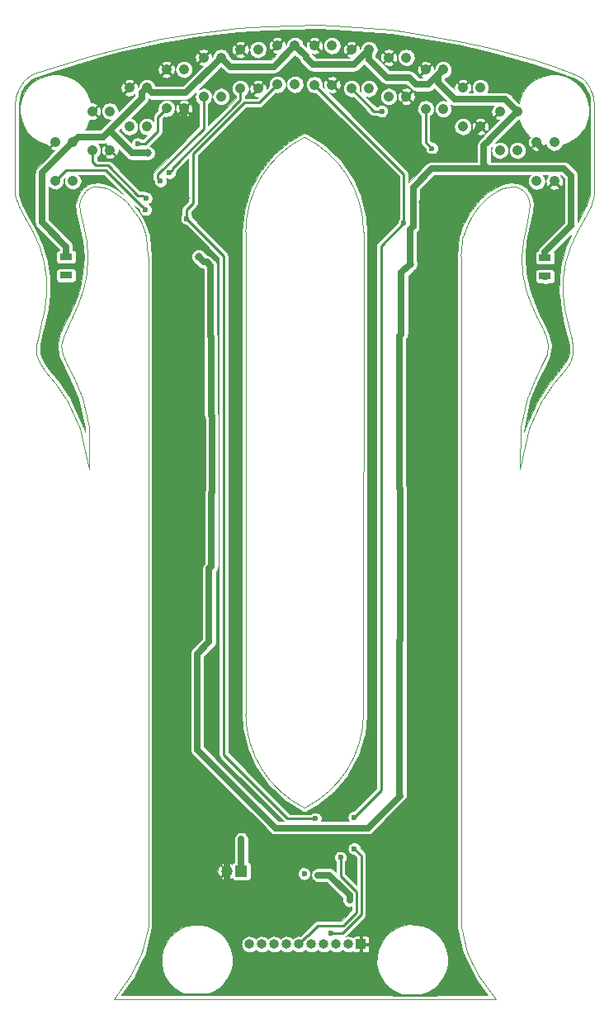
<source format=gbl>
G04 #@! TF.FileFunction,Copper,L2,Bot,Signal*
%FSLAX46Y46*%
G04 Gerber Fmt 4.6, Leading zero omitted, Abs format (unit mm)*
G04 Created by KiCad (PCBNEW 4.0.7) date 09/23/18 21:58:35*
%MOMM*%
%LPD*%
G01*
G04 APERTURE LIST*
%ADD10C,0.100000*%
%ADD11C,1.055599*%
%ADD12R,1.200000X1.200000*%
%ADD13C,1.200000*%
%ADD14R,1.000000X1.000000*%
%ADD15O,1.000000X1.000000*%
%ADD16R,1.300000X0.700000*%
%ADD17C,0.800000*%
%ADD18C,0.600000*%
%ADD19C,0.700000*%
%ADD20C,0.250000*%
G04 APERTURE END LIST*
D10*
X1991360Y94940120D02*
X1569720Y94726760D01*
X7457440Y96667320D02*
X1991360Y94940120D01*
X15046960Y98516440D02*
X11049000Y97627440D01*
X57668160Y94843600D02*
X58287920Y94482920D01*
X55463440Y95636080D02*
X57668160Y94843600D01*
X53431440Y96286320D02*
X55463440Y95636080D01*
X48834040Y97561400D02*
X53431440Y96286320D01*
X45572680Y98308160D02*
X48834040Y97561400D01*
X40345360Y99217480D02*
X45572680Y98308160D01*
X38663880Y99441000D02*
X40345360Y99217480D01*
X32816800Y99872800D02*
X38663880Y99441000D01*
X31125160Y99933760D02*
X32816800Y99872800D01*
X25831800Y99811840D02*
X31125160Y99933760D01*
X22926040Y99628960D02*
X25831800Y99811840D01*
X18364200Y99070160D02*
X22926040Y99628960D01*
X15041880Y98516440D02*
X18364200Y99070160D01*
X7457440Y96667320D02*
X11049000Y97627440D01*
X13736169Y7501919D02*
X13736169Y76178983D01*
X13045177Y79578342D02*
X13317392Y78922563D01*
X47649177Y81330087D02*
X47227071Y80788186D01*
X48103705Y81821866D02*
X47649177Y81330087D01*
X52502557Y82644971D02*
X52206217Y82988904D01*
X13317392Y78922563D02*
X13538200Y78237080D01*
X1886032Y78722485D02*
X2552462Y77234584D01*
X51854589Y83221899D02*
X51456443Y83350037D01*
X1273174Y94483809D02*
X1571638Y94729363D01*
X6825548Y82184017D02*
X7057828Y82644971D01*
X3279034Y72366703D02*
X3090867Y70815800D01*
X9986276Y82935653D02*
X10485443Y82630731D01*
X11911207Y81330087D02*
X12333314Y80788186D01*
X13539211Y78237275D02*
G75*
G02X13736169Y76178982I-10656517J-2058292D01*
G01*
X48581884Y82257441D02*
X48103705Y81821866D01*
X51020552Y83379400D02*
X50555685Y83316069D01*
X46846158Y80202244D02*
X46515208Y79578342D01*
X9004700Y83316069D02*
X9489771Y83166126D01*
X52734837Y82184017D02*
X52502557Y82644971D01*
X12714227Y80202244D02*
X13045177Y79578342D01*
X51456443Y83350037D02*
X51020552Y83379400D01*
X9489771Y83166126D02*
X9986276Y82935653D01*
X10978501Y82257441D02*
X11456680Y81821866D01*
X45823787Y76178982D02*
G75*
G02X46019720Y78232000I10853904J1D01*
G01*
X52206217Y82988904D02*
X51854589Y83221899D01*
X49574109Y82935653D02*
X49074942Y82630731D01*
X12333314Y80788186D02*
X12714227Y80202244D01*
X52828184Y80839038D02*
X52894287Y81599962D01*
X11456680Y81821866D02*
X11911207Y81330087D01*
X52517143Y79399596D02*
X52828184Y80839038D01*
X50070613Y83166126D02*
X49574109Y82935653D01*
X3210563Y64440185D02*
X4210579Y63211017D01*
X8539833Y83379400D02*
X9004700Y83316069D01*
X47227071Y80788186D02*
X46846158Y80202244D01*
X5456683Y61390807D02*
X6738444Y58605512D01*
X7705796Y83221899D02*
X8103941Y83350037D01*
X59111094Y81335358D02*
X58427034Y80083381D01*
X7354168Y82988904D02*
X7705796Y83221899D01*
X58800063Y93906849D02*
X58558623Y94208650D01*
X57006225Y65369136D02*
X56349822Y64440185D01*
X46242993Y78922563D02*
X46019720Y78232000D01*
X2787041Y69404082D02*
X2470201Y68169155D01*
X2254898Y67117148D02*
X2252560Y66212637D01*
X59499497Y91733962D02*
X59419509Y92501753D01*
X3031286Y75642902D02*
X3273510Y73998388D01*
X240055Y92875304D02*
X377407Y93236568D01*
X52894287Y81599962D02*
X52734837Y82184017D01*
X10485443Y82630731D02*
X10978501Y82257441D01*
X59499497Y82493011D02*
X59111094Y81335358D01*
X56286875Y73998388D02*
X56281351Y72366703D01*
X1001761Y94208650D02*
X1273174Y94483809D01*
X2552462Y77234584D02*
X3031286Y75642902D01*
X50555685Y83316069D02*
X50070613Y83166126D01*
X7057828Y82644971D02*
X7354168Y82988904D01*
X4210579Y63211017D02*
X5456683Y61390807D01*
X49074942Y82630731D02*
X48581884Y82257441D01*
X2554159Y65369136D02*
X3210563Y64440185D01*
X8103941Y83350037D02*
X8539833Y83379400D01*
X46515208Y79578342D02*
X46242993Y78922563D01*
X6738444Y58605512D02*
X7703630Y54391288D01*
X1133350Y80083381D02*
X1886032Y78722485D01*
X60887Y82493011D02*
X60887Y91733962D01*
X51929617Y58714014D02*
X51856755Y54391288D01*
X53450468Y63742710D02*
X52607700Y61704161D01*
X52607700Y61704161D02*
X51929617Y58714014D01*
X54174687Y65152104D02*
X53450468Y63742710D01*
X46987557Y3786452D02*
X46444086Y4878774D01*
X47723004Y2308277D02*
X46987557Y3786452D01*
X49371093Y70984D02*
X47723004Y2308277D01*
X6587006Y71414663D02*
X5997817Y70096289D01*
X29777982Y88435495D02*
G75*
G02X35824216Y78704700I-4807241J-9730794D01*
G01*
X5432454Y68953573D02*
X5004260Y67968828D01*
X29785324Y19713478D02*
G75*
G02X29744524Y19693387I-4815146J9726885D01*
G01*
X35824051Y29271491D02*
G75*
G02X29826030Y19689996I-10852748J125696D01*
G01*
X5997817Y70096289D02*
X5432454Y68953573D01*
X7387583Y77806044D02*
X7526912Y76149750D01*
X7043242Y79399596D02*
X7387583Y77806044D01*
X23743512Y29271574D02*
X23736169Y78704701D01*
X5004260Y67968828D02*
X4814928Y67084351D01*
X7423830Y74490692D02*
X7091817Y72893134D01*
X54624805Y66196714D02*
X54174687Y65152104D01*
X29815861Y19693387D02*
G75*
G02X29775061Y19713478I4774345J9746976D01*
G01*
X54745457Y67084351D02*
X54624805Y66196714D01*
X54556125Y67968828D02*
X54745457Y67084351D01*
X54127931Y68953573D02*
X54556125Y67968828D01*
X53562568Y70096289D02*
X54127931Y68953573D01*
X35816873Y29271574D02*
X35824216Y78704701D01*
X52973379Y71414663D02*
X53562568Y70096289D01*
X7526912Y76149750D02*
X7423830Y74490692D01*
X11837380Y2308277D02*
X12572827Y3786452D01*
X52468567Y72893134D02*
X52973379Y71414663D01*
X52136554Y74490692D02*
X52468567Y72893134D01*
X7091817Y72893134D02*
X6587006Y71414663D01*
X52033473Y76149750D02*
X52136554Y74490692D01*
X52172802Y77806044D02*
X52033473Y76149750D01*
X52517143Y79399596D02*
X52172802Y77806044D01*
X23732649Y78704701D02*
G75*
G02X29778960Y88437720I10856995J0D01*
G01*
X13116299Y4878774D02*
X13736169Y7501919D01*
X12572827Y3786452D02*
X13116299Y4878774D01*
X10189292Y70984D02*
X11837380Y2308277D01*
X7630768Y58714014D02*
X7703630Y54391288D01*
X6952685Y61704161D02*
X7630768Y58714014D01*
X29734355Y19689997D02*
G75*
G02X23736335Y29271491I4854727J9707190D01*
G01*
X6109917Y63742710D02*
X6952685Y61704161D01*
X5385697Y65152104D02*
X6109917Y63742710D01*
X4935580Y66196714D02*
X5385697Y65152104D01*
X4814928Y67084351D02*
X4935580Y66196714D01*
X140876Y92501753D02*
X240055Y92875304D01*
X56469517Y70815800D02*
X56773344Y69404082D01*
X377407Y93236568D02*
X551454Y93581655D01*
X3273510Y73998388D02*
X3279034Y72366703D01*
X57307824Y66212637D02*
X57006225Y65369136D01*
X57674352Y78722485D02*
X57007922Y77234584D01*
X2470201Y68169155D02*
X2254898Y67117148D01*
X6732201Y80839038D02*
X6666098Y81599962D01*
X60887Y82493011D02*
X449291Y81335358D01*
X45824216Y7501919D02*
X45824216Y76178983D01*
X59320330Y92875304D02*
X59182978Y93236568D01*
X59499497Y82493011D02*
X59499497Y91733962D01*
X59419509Y92501753D02*
X59320330Y92875304D01*
X3090867Y70815800D02*
X2787041Y69404082D01*
X59182978Y93236568D02*
X59008931Y93581655D01*
X52821941Y58605512D02*
X51856755Y54391288D01*
X56281351Y72366703D02*
X56469517Y70815800D01*
X56773344Y69404082D02*
X57090183Y68169155D01*
X2252560Y66212637D02*
X2554159Y65369136D01*
X449291Y81335358D02*
X1133350Y80083381D01*
X57007922Y77234584D02*
X56529099Y75642902D01*
X58427034Y80083381D02*
X57674352Y78722485D01*
X551454Y93581655D02*
X760322Y93906849D01*
X760322Y93906849D02*
X1001761Y94208650D01*
X57305486Y67117148D02*
X57307824Y66212637D01*
X57090183Y68169155D02*
X57305486Y67117148D01*
X7043242Y79399596D02*
X6732201Y80839038D01*
X60887Y91733962D02*
X140876Y92501753D01*
X49371093Y70984D02*
X10189292Y70984D01*
X58558623Y94208650D02*
X58287210Y94483809D01*
X56349822Y64440185D02*
X55349806Y63211017D01*
X55349806Y63211017D02*
X54103702Y61390807D01*
X59008931Y93581655D02*
X58800063Y93906849D01*
X54103702Y61390807D02*
X52821941Y58605512D01*
X56529099Y75642902D02*
X56286875Y73998388D01*
X6666098Y81599962D02*
X6825548Y82184017D01*
X46444086Y4878774D02*
X45824216Y7501919D01*
D11*
X47798560Y93526360D03*
X47798560Y89526360D03*
X45998560Y89526360D03*
X45998560Y93526360D03*
D12*
X23281640Y13202920D03*
D13*
X21781640Y13202920D03*
D14*
X35554920Y5699760D03*
D15*
X34284920Y5699760D03*
X33014920Y5699760D03*
X31744920Y5699760D03*
X30474920Y5699760D03*
X29204920Y5699760D03*
X27934920Y5699760D03*
X26664920Y5699760D03*
X25394920Y5699760D03*
X24124920Y5699760D03*
D11*
X5995240Y87953600D03*
X5995240Y83953600D03*
X4195240Y83953600D03*
X4195240Y87953600D03*
X9805240Y91113360D03*
X9805240Y87113360D03*
X8005240Y87113360D03*
X8005240Y91113360D03*
X13589840Y93516200D03*
X13589840Y89516200D03*
X11789840Y89516200D03*
X11789840Y93516200D03*
X17389680Y95385640D03*
X17389680Y91385640D03*
X15589680Y91385640D03*
X15589680Y95385640D03*
X21199680Y96620080D03*
X21199680Y92620080D03*
X19399680Y92620080D03*
X19399680Y96620080D03*
X24989360Y97417640D03*
X24989360Y93417640D03*
X23189360Y93417640D03*
X23189360Y97417640D03*
X36383800Y97432880D03*
X36383800Y93432880D03*
X34583800Y93432880D03*
X34583800Y97432880D03*
X40203960Y96620080D03*
X40203960Y92620080D03*
X38403960Y92620080D03*
X38403960Y96620080D03*
X43998720Y95360240D03*
X43998720Y91360240D03*
X42198720Y91360240D03*
X42198720Y95360240D03*
X51603480Y91087960D03*
X51603480Y87087960D03*
X49803480Y87087960D03*
X49803480Y91087960D03*
X55388080Y87928200D03*
X55388080Y83928200D03*
X53588080Y83928200D03*
X53588080Y87928200D03*
D16*
X5308600Y76179720D03*
X5308600Y74279720D03*
X54437280Y76088280D03*
X54437280Y74188280D03*
D11*
X28784120Y97849440D03*
X28784120Y93849440D03*
X26984120Y93849440D03*
X26984120Y97849440D03*
X32589040Y97824040D03*
X32589040Y93824040D03*
X30789040Y93824040D03*
X30789040Y97824040D03*
D17*
X13675360Y86807040D03*
X40599360Y75453240D03*
X18907760Y76189840D03*
D18*
X23281640Y15814040D03*
X34430390Y10200520D03*
X39695120Y68259960D03*
X39512240Y60243720D03*
X39497000Y52486560D03*
X39557960Y44648120D03*
X39578280Y36890960D03*
X39532560Y28839160D03*
X20126960Y68011040D03*
X20167600Y59933840D03*
X20264120Y52019200D03*
X20218400Y44455080D03*
X19984720Y36708080D03*
X18770600Y25638760D03*
D17*
X37271960Y84714080D03*
X55239920Y86238080D03*
X41371520Y85501480D03*
X41878760Y81727040D03*
X17536920Y82194400D03*
X41624760Y13395960D03*
D18*
X17028160Y9011920D03*
X29687520Y14437360D03*
X31155640Y8458200D03*
X43012360Y58877200D03*
X43312080Y50967640D03*
X43337480Y43520360D03*
X43134280Y35620960D03*
X17302480Y36733480D03*
X17820590Y44648120D03*
X16946880Y52283360D03*
X17820590Y60845798D03*
X33451800Y14596810D03*
X29725335Y12941585D03*
X15900400Y84800440D03*
X14963772Y83955252D03*
X12628880Y87777320D03*
X13502640Y82174080D03*
X13456920Y81020920D03*
X42829480Y87299800D03*
X37693600Y91104720D03*
X5308600Y74279720D03*
X54493160Y74038280D03*
X17652960Y80101440D03*
X30876240Y18577560D03*
X39949040Y79644240D03*
X34838640Y18709640D03*
X34858960Y15509240D03*
X32440880Y6868160D03*
D19*
X31135320Y12801600D02*
X32320320Y12801600D01*
X9758680Y89124585D02*
X12076225Y86807040D01*
X12076225Y86807040D02*
X13675360Y86807040D01*
X9758680Y89124585D02*
X13062042Y92427947D01*
X9115493Y88481398D02*
X9758680Y89124585D01*
X40599360Y75453240D02*
X40599360Y78992158D01*
X40599360Y78992158D02*
X40898759Y79291557D01*
X40898759Y79291557D02*
X40898759Y83316759D01*
X40898759Y83316759D02*
X42804080Y85222080D01*
X42804080Y85222080D02*
X48595280Y85222080D01*
X51603480Y91087960D02*
X48695680Y88180160D01*
X54437280Y76708000D02*
X54437280Y76088280D01*
X48695680Y88180160D02*
X48695680Y88116480D01*
X48168560Y85648800D02*
X48595280Y85222080D01*
X48695680Y88116480D02*
X48168560Y87589360D01*
X57099200Y84510880D02*
X57099200Y79369920D01*
X48168560Y87589360D02*
X48168560Y85648800D01*
X48595280Y85222080D02*
X56388000Y85222080D01*
X56388000Y85222080D02*
X57099200Y84510880D01*
X57099200Y79369920D02*
X54437280Y76708000D01*
X45176440Y92334080D02*
X50357360Y92334080D01*
X50357360Y92334080D02*
X51603480Y91087960D01*
X43470922Y94039598D02*
X45176440Y92334080D01*
X43998720Y95360240D02*
X43470922Y94832442D01*
X43470922Y94832442D02*
X43470922Y94039598D01*
X41224200Y93837760D02*
X42476240Y93837760D01*
X42476240Y93837760D02*
X43998720Y95360240D01*
X40487600Y94574360D02*
X41224200Y93837760D01*
X38211760Y94574360D02*
X40487600Y94574360D01*
X36383800Y96402320D02*
X38211760Y94574360D01*
X36383800Y97432880D02*
X36383800Y96402320D01*
X30632400Y95874840D02*
X34825760Y95874840D01*
X34825760Y95874840D02*
X36383800Y97432880D01*
X29917320Y96589920D02*
X30632400Y95874840D01*
X28784120Y97849440D02*
X29917320Y96716240D01*
X29917320Y96716240D02*
X29917320Y96589920D01*
X22113240Y95691960D02*
X26626640Y95691960D01*
X26626640Y95691960D02*
X28784120Y97849440D01*
X21727478Y96077722D02*
X22113240Y95691960D01*
X21199680Y96620080D02*
X21727478Y96092282D01*
X21727478Y96092282D02*
X21727478Y96077722D01*
X13589840Y93516200D02*
X14117638Y92988402D01*
X14117638Y92988402D02*
X17568002Y92988402D01*
X17568002Y92988402D02*
X21199680Y96620080D01*
X5995240Y87953600D02*
X6523038Y88481398D01*
X6523038Y88481398D02*
X9115493Y88481398D01*
X13062042Y92427947D02*
X13062042Y92988402D01*
X13062042Y92988402D02*
X13589840Y93516200D01*
X5995240Y87953600D02*
X5467442Y87425802D01*
X5465082Y87425802D02*
X2819400Y84780120D01*
X5467442Y87425802D02*
X5465082Y87425802D01*
X2819400Y84780120D02*
X2819400Y79718920D01*
X2819400Y79718920D02*
X5308600Y77229720D01*
X5308600Y77229720D02*
X5308600Y76179720D01*
X39695120Y68259960D02*
X39695120Y72776080D01*
X39695120Y72776080D02*
X39695120Y74549000D01*
X39695120Y74549000D02*
X40599360Y75453240D01*
X19735800Y75636120D02*
X19461480Y75636120D01*
X19461480Y75636120D02*
X18907760Y76189840D01*
X39588440Y20888472D02*
X39532560Y20944352D01*
X39532560Y20944352D02*
X39532560Y28839160D01*
X36312698Y17612730D02*
X39588440Y20888472D01*
X26791062Y17612730D02*
X36312698Y17612730D01*
X20132040Y24251920D02*
X20151872Y24251920D01*
X20151872Y24251920D02*
X26791062Y17612730D01*
X23281640Y15814040D02*
X23281640Y16477124D01*
X23281640Y13202920D02*
X23281640Y15814040D01*
X32320320Y12801600D02*
X34380380Y10741540D01*
X34380380Y10741540D02*
X34380380Y10200520D01*
X39512240Y60243720D02*
X39512240Y68077080D01*
X39512240Y68077080D02*
X39695120Y68259960D01*
X39497000Y52486560D02*
X39497000Y60228480D01*
X39497000Y60228480D02*
X39512240Y60243720D01*
X39557960Y44648120D02*
X39557960Y52425600D01*
X39557960Y52425600D02*
X39497000Y52486560D01*
X39578280Y36890960D02*
X39578280Y44627800D01*
X39578280Y44627800D02*
X39557960Y44648120D01*
X39532560Y28839160D02*
X39532560Y36845240D01*
X39532560Y36845240D02*
X39578280Y36890960D01*
X20126960Y68011040D02*
X20126960Y75244960D01*
X20126960Y75244960D02*
X19735800Y75636120D01*
X20167600Y59933840D02*
X20167600Y67970400D01*
X20167600Y67970400D02*
X20126960Y68011040D01*
X20264120Y52019200D02*
X20264120Y59837320D01*
X20264120Y59837320D02*
X20167600Y59933840D01*
X20218400Y44455080D02*
X20218400Y51973480D01*
X20218400Y51973480D02*
X20264120Y52019200D01*
X19984720Y36708080D02*
X19984720Y44221400D01*
X19984720Y44221400D02*
X20218400Y44455080D01*
X18770600Y25638760D02*
X18770600Y35493960D01*
X18770600Y35493960D02*
X19984720Y36708080D01*
X20132040Y24251920D02*
X20132040Y24277320D01*
X20132040Y24277320D02*
X18770600Y25638760D01*
X53588080Y87928200D02*
X53588080Y87889920D01*
X53588080Y87889920D02*
X55239920Y86238080D01*
X41371520Y85501480D02*
X42289839Y86419799D01*
X42289839Y86419799D02*
X44691999Y86419799D01*
X44691999Y86419799D02*
X47270762Y88998562D01*
X47270762Y88998562D02*
X47798560Y89526360D01*
X17389680Y91385640D02*
X17389680Y88911000D01*
X17389680Y88911000D02*
X13736320Y85257640D01*
X13736320Y85257640D02*
X13736320Y83880302D01*
X13736320Y83880302D02*
X15422222Y82194400D01*
X15422222Y82194400D02*
X16336920Y82194400D01*
X16336920Y82194400D02*
X17536920Y82194400D01*
X41889680Y57439560D02*
X41889680Y81716120D01*
X41889680Y81716120D02*
X41878760Y81727040D01*
X17820590Y78064410D02*
X16772959Y79112041D01*
X16772959Y79112041D02*
X16772959Y81430439D01*
X16772959Y81430439D02*
X17536920Y82194400D01*
X17820590Y75483770D02*
X17820590Y78064410D01*
X17820590Y25219853D02*
X24173323Y18867120D01*
X36697920Y16682720D02*
X41203880Y21188680D01*
X41206081Y21188680D02*
X43161881Y23144480D01*
X24173323Y18867120D02*
X24221440Y18867120D01*
X24221440Y18867120D02*
X26405840Y16682720D01*
X26405840Y16682720D02*
X36697920Y16682720D01*
X41203880Y21188680D02*
X41206081Y21188680D01*
D20*
X14584680Y2438400D02*
X14584680Y6568440D01*
X14584680Y6568440D02*
X17028160Y9011920D01*
X16494760Y528320D02*
X14584680Y2438400D01*
X31133480Y528320D02*
X16494760Y528320D01*
X35554920Y4949760D02*
X31133480Y528320D01*
X45069760Y6273800D02*
X41711880Y9631680D01*
X41711880Y9631680D02*
X41711880Y13395960D01*
X45069760Y2387600D02*
X45069760Y6273800D01*
X43200320Y518160D02*
X45069760Y2387600D01*
X38948360Y518160D02*
X43200320Y518160D01*
X36621720Y2844800D02*
X38948360Y518160D01*
X36621720Y3882960D02*
X36621720Y2844800D01*
X35554920Y5699760D02*
X35554920Y4949760D01*
X35554920Y4949760D02*
X36621720Y3882960D01*
D19*
X28595320Y12801600D02*
X28595320Y14136600D01*
X28595320Y14136600D02*
X28896080Y14437360D01*
X28896080Y14437360D02*
X29687520Y14437360D01*
X27716480Y10673080D02*
X28940760Y10673080D01*
X28940760Y10673080D02*
X31155640Y8458200D01*
X26670000Y11719560D02*
X27716480Y10673080D01*
X22416472Y11719560D02*
X26670000Y11719560D01*
X27410320Y12801600D02*
X28595320Y12801600D01*
X26328280Y11719560D02*
X27410320Y12801600D01*
X22416472Y11719560D02*
X26328280Y11719560D01*
X21781640Y12354392D02*
X22416472Y11719560D01*
X21781640Y13202920D02*
X21781640Y12354392D01*
X41889680Y49636680D02*
X41889680Y57439560D01*
X41889680Y57439560D02*
X41889680Y57754520D01*
X41889680Y57754520D02*
X43012360Y58877200D01*
X41889680Y41752520D02*
X41889680Y49636680D01*
X41889680Y49636680D02*
X41981120Y49636680D01*
X41981120Y49636680D02*
X43312080Y50967640D01*
X41889680Y33751520D02*
X41889680Y41752520D01*
X41889680Y41752520D02*
X41889680Y42072560D01*
X41889680Y42072560D02*
X43337480Y43520360D01*
X41889680Y25049480D02*
X41889680Y33751520D01*
X41889680Y33751520D02*
X41889680Y34376360D01*
X41889680Y34376360D02*
X43134280Y35620960D01*
X17820590Y36525200D02*
X17820590Y44648120D01*
X17820590Y25219853D02*
X17820590Y36525200D01*
X17820590Y36525200D02*
X17510760Y36525200D01*
X17510760Y36525200D02*
X17302480Y36733480D01*
X17820590Y44648120D02*
X17820590Y52059840D01*
X17820590Y52059840D02*
X17820590Y60482480D01*
X17820590Y52059840D02*
X17170400Y52059840D01*
X17170400Y52059840D02*
X16946880Y52283360D01*
X17820590Y60845798D02*
X17820590Y75483770D01*
X17820590Y60482480D02*
X17820590Y60845798D01*
X43161881Y14845961D02*
X43161881Y23144480D01*
X43161881Y23144480D02*
X43161881Y23777279D01*
X17820590Y25219853D02*
X17835880Y25204563D01*
X17835880Y25204563D02*
X17835880Y18415000D01*
X21781640Y16320640D02*
X19687280Y18415000D01*
X19687280Y18415000D02*
X17835880Y18415000D01*
X43161881Y23777279D02*
X41889680Y25049480D01*
X41711880Y13395960D02*
X43161881Y14845961D01*
X41711880Y10172838D02*
X41711880Y12193879D01*
X41711880Y12193879D02*
X41711880Y13395960D01*
X17820590Y75483770D02*
X17658080Y75646280D01*
X21781640Y13202920D02*
X21781640Y16320640D01*
D20*
X29204920Y5699760D02*
X30059921Y6554761D01*
X30059921Y6554761D02*
X30065001Y6554761D01*
X30065001Y6554761D02*
X31125160Y7614920D01*
X31125160Y7614920D02*
X33751520Y7614920D01*
X33751520Y7614920D02*
X35105391Y8968791D01*
X35105391Y8968791D02*
X35105388Y11041850D01*
X35105388Y11041850D02*
X33451800Y12695438D01*
X33451800Y12695438D02*
X33451800Y14596810D01*
X23189360Y93417640D02*
X23189360Y92262120D01*
X23189360Y92262120D02*
X16200399Y85273159D01*
X16200399Y85273159D02*
X16200399Y85100439D01*
X16200399Y85100439D02*
X15900400Y84800440D01*
X19399680Y89336880D02*
X19399680Y91963240D01*
X14963772Y83955252D02*
X14663773Y84255251D01*
X14663773Y84255251D02*
X14663773Y84600973D01*
X14663773Y84600973D02*
X19399680Y89336880D01*
X19399680Y91963240D02*
X19399680Y92620080D01*
X13436600Y87777320D02*
X14720874Y89061594D01*
X14720874Y89061594D02*
X14720874Y90516834D01*
X12628880Y87777320D02*
X13436600Y87777320D01*
X14720874Y90516834D02*
X15589680Y91385640D01*
X13502640Y82174080D02*
X13202641Y82474079D01*
X12652117Y82474079D02*
X9581586Y85544610D01*
X13202641Y82474079D02*
X12652117Y82474079D01*
X8374430Y85544610D02*
X8005240Y85913800D01*
X9581586Y85544610D02*
X8374430Y85544610D01*
X8005240Y85913800D02*
X8005240Y87113360D01*
X9382760Y85064600D02*
X5306240Y85064600D01*
X5306240Y85064600D02*
X4195240Y83953600D01*
X13126441Y81320919D02*
X9382760Y85064600D01*
X13456920Y81020920D02*
X13156921Y81320919D01*
X13156921Y81320919D02*
X13126441Y81320919D01*
X42829480Y87299800D02*
X42198720Y87930560D01*
X42198720Y87930560D02*
X42198720Y91360240D01*
X37693600Y91104720D02*
X36911960Y91104720D01*
X36911960Y91104720D02*
X34583800Y93432880D01*
X17652960Y80101440D02*
X17652960Y81001440D01*
X17652960Y81001440D02*
X18338800Y81687280D01*
X18338800Y81687280D02*
X18338800Y86732724D01*
X25108080Y91973400D02*
X26984120Y93849440D01*
X18338800Y86732724D02*
X23579476Y91973400D01*
X23579476Y91973400D02*
X25108080Y91973400D01*
X21457920Y25140920D02*
X21457920Y76296480D01*
X21457920Y76296480D02*
X17652960Y80101440D01*
X28021280Y18577560D02*
X21457920Y25140920D01*
X30876240Y18577560D02*
X28021280Y18577560D01*
X39949040Y79644240D02*
X39949040Y84664040D01*
X39949040Y84664040D02*
X30789040Y93824040D01*
X37612320Y21483320D02*
X37612320Y77307520D01*
X37612320Y77307520D02*
X39949040Y79644240D01*
X34838640Y18709640D02*
X37612320Y21483320D01*
X32440880Y6868160D02*
X33683594Y6868160D01*
X33683594Y6868160D02*
X35585400Y8769966D01*
X35585400Y8769966D02*
X35585400Y14782800D01*
X35585400Y14782800D02*
X34858960Y15509240D01*
D10*
G36*
X18626737Y93045009D02*
X18558922Y92886784D01*
X18523131Y92718401D01*
X18520727Y92546272D01*
X18551803Y92376955D01*
X18615174Y92216899D01*
X18708426Y92072199D01*
X18828008Y91948368D01*
X18924680Y91881180D01*
X18924680Y89533632D01*
X14327897Y84936849D01*
X14300018Y84902909D01*
X14271844Y84869332D01*
X14270643Y84867147D01*
X14269055Y84865214D01*
X14248314Y84826530D01*
X14227184Y84788095D01*
X14226428Y84785712D01*
X14225249Y84783513D01*
X14212421Y84741556D01*
X14199153Y84699731D01*
X14198875Y84697251D01*
X14198144Y84694861D01*
X14193710Y84651209D01*
X14188819Y84607605D01*
X14188785Y84602721D01*
X14188776Y84602631D01*
X14188784Y84602547D01*
X14188773Y84600973D01*
X14188773Y84255251D01*
X14193057Y84211560D01*
X14196879Y84167874D01*
X14197575Y84165478D01*
X14197819Y84162990D01*
X14210511Y84120954D01*
X14222743Y84078851D01*
X14223892Y84076634D01*
X14224614Y84074243D01*
X14245226Y84035477D01*
X14265405Y83996547D01*
X14266961Y83994597D01*
X14268135Y83992390D01*
X14295851Y83958407D01*
X14313418Y83936401D01*
X14312918Y83900598D01*
X14335929Y83775221D01*
X14382854Y83656701D01*
X14451907Y83549552D01*
X14540456Y83457857D01*
X14645129Y83385107D01*
X14761939Y83334074D01*
X14886437Y83306702D01*
X15013881Y83304032D01*
X15139416Y83326167D01*
X15258260Y83372264D01*
X15365888Y83440567D01*
X15458200Y83528474D01*
X15531678Y83632636D01*
X15583526Y83749087D01*
X15611767Y83873391D01*
X15613800Y84018988D01*
X15589040Y84144032D01*
X15542135Y84257833D01*
X15581757Y84230295D01*
X15698567Y84179262D01*
X15823065Y84151890D01*
X15950509Y84149220D01*
X16076044Y84171355D01*
X16194888Y84217452D01*
X16302516Y84285755D01*
X16394828Y84373662D01*
X16468306Y84477824D01*
X16520154Y84594275D01*
X16548395Y84718579D01*
X16549258Y84780369D01*
X16564134Y84798479D01*
X16592328Y84832080D01*
X16593529Y84834265D01*
X16595117Y84836198D01*
X16615878Y84874917D01*
X16636988Y84913317D01*
X16637743Y84915696D01*
X16638924Y84917899D01*
X16651762Y84959889D01*
X16665019Y85001681D01*
X16665297Y85004162D01*
X16666028Y85006552D01*
X16670461Y85050198D01*
X16673149Y85074157D01*
X17863800Y86264808D01*
X17863800Y81884032D01*
X17317084Y81337316D01*
X17289205Y81303376D01*
X17261031Y81269799D01*
X17259830Y81267614D01*
X17258242Y81265681D01*
X17237501Y81226997D01*
X17216371Y81188562D01*
X17215615Y81186179D01*
X17214436Y81183980D01*
X17201608Y81142023D01*
X17188340Y81100198D01*
X17188062Y81097718D01*
X17187331Y81095328D01*
X17182897Y81051676D01*
X17178006Y81008072D01*
X17177972Y81003188D01*
X17177963Y81003098D01*
X17177971Y81003014D01*
X17177960Y81001440D01*
X17177960Y80546087D01*
X17152622Y80521274D01*
X17080605Y80416095D01*
X17030388Y80298931D01*
X17003885Y80174245D01*
X17002106Y80046786D01*
X17025117Y79921409D01*
X17072042Y79802889D01*
X17141095Y79695740D01*
X17229644Y79604045D01*
X17334317Y79531295D01*
X17451127Y79480262D01*
X17575625Y79452890D01*
X17630916Y79451732D01*
X20982920Y76099728D01*
X20982920Y25140920D01*
X20987204Y25097229D01*
X20991026Y25053543D01*
X20991722Y25051147D01*
X20991966Y25048659D01*
X21004658Y25006623D01*
X21016890Y24964520D01*
X21018039Y24962303D01*
X21018761Y24959912D01*
X21039373Y24921146D01*
X21059552Y24882216D01*
X21061108Y24880266D01*
X21062282Y24878059D01*
X21089998Y24844076D01*
X21117387Y24809766D01*
X21120821Y24806284D01*
X21120874Y24806219D01*
X21120935Y24806169D01*
X21122044Y24805044D01*
X27614358Y18312730D01*
X27081011Y18312730D01*
X20655529Y24738213D01*
X20633878Y24765335D01*
X20628827Y24770458D01*
X20628740Y24770564D01*
X20628642Y24770645D01*
X20627015Y24772295D01*
X19470600Y25928710D01*
X19470600Y35204010D01*
X20479695Y36213105D01*
X20520761Y36263099D01*
X20562299Y36312603D01*
X20564072Y36315828D01*
X20566409Y36318673D01*
X20596968Y36375665D01*
X20628115Y36432321D01*
X20629228Y36435830D01*
X20630967Y36439073D01*
X20649876Y36500922D01*
X20669423Y36562542D01*
X20669833Y36566197D01*
X20670910Y36569720D01*
X20677447Y36634073D01*
X20684652Y36698306D01*
X20684702Y36705499D01*
X20684716Y36705636D01*
X20684704Y36705764D01*
X20684720Y36708080D01*
X20684720Y43931451D01*
X20713374Y43960105D01*
X20754434Y44010092D01*
X20795979Y44059603D01*
X20797750Y44062825D01*
X20800089Y44065672D01*
X20830660Y44122686D01*
X20861795Y44179321D01*
X20862908Y44182830D01*
X20864647Y44186073D01*
X20883560Y44247934D01*
X20903103Y44309542D01*
X20903513Y44313196D01*
X20904590Y44316719D01*
X20911127Y44381078D01*
X20918332Y44445306D01*
X20918382Y44452499D01*
X20918396Y44452636D01*
X20918384Y44452764D01*
X20918400Y44455080D01*
X20918400Y51776468D01*
X20929276Y51812042D01*
X20948823Y51873662D01*
X20949233Y51877317D01*
X20950310Y51880840D01*
X20956847Y51945193D01*
X20964052Y52009426D01*
X20964102Y52016619D01*
X20964116Y52016756D01*
X20964104Y52016884D01*
X20964120Y52019200D01*
X20964120Y59837320D01*
X20957811Y59901666D01*
X20952175Y59966085D01*
X20951148Y59969619D01*
X20950789Y59973284D01*
X20932099Y60035187D01*
X20914060Y60097278D01*
X20912365Y60100548D01*
X20911302Y60104069D01*
X20880944Y60161165D01*
X20867600Y60186907D01*
X20867600Y67970400D01*
X20861291Y68034746D01*
X20855655Y68099165D01*
X20854628Y68102699D01*
X20854269Y68106364D01*
X20835579Y68168267D01*
X20826960Y68197934D01*
X20826960Y75244960D01*
X20820651Y75309306D01*
X20815015Y75373725D01*
X20813988Y75377259D01*
X20813629Y75380924D01*
X20794939Y75442827D01*
X20776900Y75504918D01*
X20775205Y75508188D01*
X20774142Y75511709D01*
X20743784Y75568805D01*
X20714029Y75626207D01*
X20711734Y75629081D01*
X20710005Y75632334D01*
X20669113Y75682473D01*
X20628798Y75732975D01*
X20623747Y75738098D01*
X20623660Y75738204D01*
X20623562Y75738285D01*
X20621935Y75739935D01*
X20230775Y76131095D01*
X20180781Y76172161D01*
X20131277Y76213699D01*
X20128052Y76215472D01*
X20125207Y76217809D01*
X20068215Y76248368D01*
X20011559Y76279515D01*
X20008050Y76280628D01*
X20004807Y76282367D01*
X19942958Y76301276D01*
X19881338Y76320823D01*
X19877683Y76321233D01*
X19874160Y76322310D01*
X19809807Y76328847D01*
X19752246Y76335304D01*
X19593700Y76493850D01*
X19573175Y76543647D01*
X19491781Y76666156D01*
X19388141Y76770521D01*
X19266204Y76852769D01*
X19130614Y76909765D01*
X18986536Y76939341D01*
X18839457Y76940367D01*
X18694979Y76912807D01*
X18558607Y76857709D01*
X18435533Y76777172D01*
X18330447Y76674263D01*
X18247350Y76552904D01*
X18189408Y76417715D01*
X18158828Y76273846D01*
X18156774Y76126778D01*
X18183325Y75982112D01*
X18237470Y75845358D01*
X18317146Y75721725D01*
X18419318Y75615923D01*
X18540095Y75531981D01*
X18603270Y75504380D01*
X18966505Y75141145D01*
X19016499Y75100079D01*
X19066003Y75058541D01*
X19069228Y75056768D01*
X19072073Y75054431D01*
X19129065Y75023872D01*
X19185721Y74992725D01*
X19189230Y74991612D01*
X19192473Y74989873D01*
X19254334Y74970960D01*
X19315942Y74951417D01*
X19319596Y74951007D01*
X19323119Y74949930D01*
X19387478Y74943393D01*
X19426960Y74938964D01*
X19426960Y68011040D01*
X19433278Y67946603D01*
X19438906Y67882274D01*
X19439931Y67878745D01*
X19440291Y67875076D01*
X19458990Y67813144D01*
X19467600Y67783507D01*
X19467600Y59933840D01*
X19473918Y59869403D01*
X19479546Y59805074D01*
X19480571Y59801545D01*
X19480931Y59797876D01*
X19499630Y59735944D01*
X19517660Y59673882D01*
X19519355Y59670612D01*
X19520418Y59667091D01*
X19550776Y59609995D01*
X19564120Y59584253D01*
X19564120Y52216212D01*
X19553244Y52180638D01*
X19533697Y52119018D01*
X19533287Y52115363D01*
X19532210Y52111840D01*
X19525673Y52047487D01*
X19518468Y51983254D01*
X19518418Y51976061D01*
X19518404Y51975924D01*
X19518416Y51975796D01*
X19518400Y51973480D01*
X19518400Y44745030D01*
X19489745Y44716375D01*
X19448679Y44666381D01*
X19407141Y44616877D01*
X19405368Y44613652D01*
X19403031Y44610807D01*
X19372472Y44553815D01*
X19341325Y44497159D01*
X19340212Y44493650D01*
X19338473Y44490407D01*
X19319564Y44428558D01*
X19300017Y44366938D01*
X19299607Y44363283D01*
X19298530Y44359760D01*
X19291993Y44295407D01*
X19284788Y44231174D01*
X19284738Y44223981D01*
X19284724Y44223844D01*
X19284736Y44223716D01*
X19284720Y44221400D01*
X19284720Y36998030D01*
X18275625Y35988935D01*
X18234559Y35938941D01*
X18193021Y35889437D01*
X18191248Y35886212D01*
X18188911Y35883367D01*
X18158352Y35826375D01*
X18127205Y35769719D01*
X18126092Y35766210D01*
X18124353Y35762967D01*
X18105444Y35701118D01*
X18085897Y35639498D01*
X18085487Y35635843D01*
X18084410Y35632320D01*
X18077873Y35567967D01*
X18070668Y35503734D01*
X18070618Y35496541D01*
X18070604Y35496404D01*
X18070616Y35496276D01*
X18070600Y35493960D01*
X18070600Y25638760D01*
X18076918Y25574323D01*
X18082546Y25509994D01*
X18083571Y25506465D01*
X18083931Y25502796D01*
X18102630Y25440864D01*
X18120660Y25378802D01*
X18122355Y25375532D01*
X18123418Y25372011D01*
X18153776Y25314915D01*
X18183531Y25257513D01*
X18185826Y25254639D01*
X18187555Y25251386D01*
X18228447Y25201247D01*
X18268762Y25150745D01*
X18273813Y25145622D01*
X18273900Y25145516D01*
X18273998Y25145435D01*
X18275625Y25143785D01*
X19541398Y23878012D01*
X19546305Y23868626D01*
X19547842Y23866714D01*
X19548995Y23864546D01*
X19590664Y23813455D01*
X19631909Y23762156D01*
X19633787Y23760580D01*
X19635340Y23758676D01*
X19686131Y23716658D01*
X19736563Y23674341D01*
X19738714Y23673159D01*
X19740605Y23671594D01*
X19744182Y23669660D01*
X26296088Y17117755D01*
X26346084Y17076687D01*
X26395585Y17035151D01*
X26398806Y17033380D01*
X26401655Y17031040D01*
X26458668Y17000471D01*
X26515303Y16969335D01*
X26518814Y16968221D01*
X26522056Y16966483D01*
X26583890Y16947578D01*
X26645524Y16928027D01*
X26649179Y16927617D01*
X26652702Y16926540D01*
X26717050Y16920004D01*
X26781288Y16912798D01*
X26788482Y16912748D01*
X26788619Y16912734D01*
X26788747Y16912746D01*
X26791062Y16912730D01*
X36312698Y16912730D01*
X36377135Y16919048D01*
X36441464Y16924676D01*
X36444993Y16925701D01*
X36448662Y16926061D01*
X36510594Y16944760D01*
X36572656Y16962790D01*
X36575926Y16964485D01*
X36579447Y16965548D01*
X36636543Y16995906D01*
X36693945Y17025661D01*
X36696819Y17027956D01*
X36700072Y17029685D01*
X36750211Y17070577D01*
X36800713Y17110892D01*
X36805836Y17115943D01*
X36805942Y17116030D01*
X36806023Y17116128D01*
X36807673Y17117755D01*
X40083415Y20393497D01*
X40125314Y20444505D01*
X40167396Y20495014D01*
X40168568Y20497163D01*
X40170130Y20499065D01*
X40201282Y20557165D01*
X40232794Y20614960D01*
X40233529Y20617305D01*
X40234687Y20619465D01*
X40253941Y20682441D01*
X40273647Y20745325D01*
X40273912Y20747763D01*
X40274630Y20750112D01*
X40281297Y20815746D01*
X40288401Y20881142D01*
X40288188Y20883582D01*
X40288436Y20886028D01*
X40282226Y20951719D01*
X40276494Y21017238D01*
X40275810Y21019591D01*
X40275579Y21022038D01*
X40256754Y21085185D01*
X40238380Y21148430D01*
X40237250Y21150611D01*
X40236549Y21152961D01*
X40232560Y21160527D01*
X40232560Y36648228D01*
X40243436Y36683802D01*
X40262983Y36745422D01*
X40263393Y36749077D01*
X40264470Y36752600D01*
X40271007Y36816953D01*
X40278212Y36881186D01*
X40278262Y36888379D01*
X40278276Y36888516D01*
X40278264Y36888644D01*
X40278280Y36890960D01*
X40278280Y44627800D01*
X40271971Y44692146D01*
X40266335Y44756565D01*
X40265308Y44760099D01*
X40264949Y44763764D01*
X40257960Y44786912D01*
X40257960Y52425600D01*
X40251643Y52490033D01*
X40246014Y52554366D01*
X40244989Y52557895D01*
X40244629Y52561564D01*
X40225930Y52623496D01*
X40207900Y52685558D01*
X40206205Y52688828D01*
X40205142Y52692349D01*
X40197000Y52707662D01*
X40197000Y60098690D01*
X40197353Y60101837D01*
X40198430Y60105360D01*
X40204966Y60169708D01*
X40212172Y60233946D01*
X40212222Y60241140D01*
X40212236Y60241277D01*
X40212224Y60241405D01*
X40212240Y60243720D01*
X40212240Y67791946D01*
X40231154Y67814972D01*
X40272699Y67864483D01*
X40274470Y67867705D01*
X40276809Y67870552D01*
X40307380Y67927566D01*
X40338515Y67984201D01*
X40339628Y67987710D01*
X40341367Y67990953D01*
X40360280Y68052814D01*
X40379823Y68114422D01*
X40380233Y68118076D01*
X40381310Y68121599D01*
X40387847Y68185958D01*
X40395052Y68250186D01*
X40395102Y68257379D01*
X40395116Y68257516D01*
X40395104Y68257644D01*
X40395120Y68259960D01*
X40395120Y74259050D01*
X40902358Y74766289D01*
X40939154Y74780561D01*
X41063340Y74859372D01*
X41169853Y74960803D01*
X41254637Y75080991D01*
X41314460Y75215358D01*
X41347046Y75358785D01*
X41349392Y75526781D01*
X41320824Y75671063D01*
X41299360Y75723138D01*
X41299360Y78702208D01*
X41393734Y78796582D01*
X41434800Y78846576D01*
X41476338Y78896080D01*
X41478111Y78899305D01*
X41480448Y78902150D01*
X41511007Y78959142D01*
X41542154Y79015798D01*
X41543267Y79019307D01*
X41545006Y79022550D01*
X41563915Y79084399D01*
X41583462Y79146019D01*
X41583872Y79149674D01*
X41584949Y79153197D01*
X41591486Y79217550D01*
X41598691Y79281783D01*
X41598741Y79288976D01*
X41598755Y79289113D01*
X41598743Y79289241D01*
X41598759Y79291557D01*
X41598759Y83026809D01*
X43094030Y84522080D01*
X52939876Y84522080D01*
X52912394Y84495168D01*
X52815137Y84353129D01*
X52747322Y84194904D01*
X52711531Y84026521D01*
X52709127Y83854392D01*
X52740203Y83685075D01*
X52803574Y83525019D01*
X52896826Y83380319D01*
X53016408Y83256488D01*
X53157765Y83158243D01*
X53315513Y83089324D01*
X53483642Y83052359D01*
X53655750Y83048754D01*
X53825280Y83078646D01*
X53985775Y83140898D01*
X54131122Y83233138D01*
X54201467Y83300128D01*
X54901429Y83300128D01*
X54953871Y83160432D01*
X55111998Y83090474D01*
X55280735Y83052711D01*
X55453597Y83048591D01*
X55623941Y83078275D01*
X55785222Y83140620D01*
X55822289Y83160432D01*
X55874731Y83300128D01*
X55388080Y83786779D01*
X54901429Y83300128D01*
X54201467Y83300128D01*
X54255784Y83351853D01*
X54355015Y83492521D01*
X54425032Y83649783D01*
X54463171Y83817650D01*
X54465916Y84014273D01*
X54432480Y84183139D01*
X54366880Y84342296D01*
X54271617Y84485679D01*
X54235469Y84522080D01*
X54734901Y84522080D01*
X54693838Y84481017D01*
X54760005Y84414850D01*
X54620312Y84362409D01*
X54550354Y84204282D01*
X54512591Y84035545D01*
X54508471Y83862683D01*
X54538155Y83692339D01*
X54600500Y83531058D01*
X54620312Y83493991D01*
X54760008Y83441549D01*
X55246659Y83928200D01*
X55232517Y83942342D01*
X55373938Y84083763D01*
X55388080Y84069621D01*
X55402223Y84083763D01*
X55543644Y83942342D01*
X55529501Y83928200D01*
X56016152Y83441549D01*
X56155848Y83493991D01*
X56225806Y83652118D01*
X56263569Y83820855D01*
X56267689Y83993717D01*
X56238005Y84164061D01*
X56175660Y84325342D01*
X56155848Y84362409D01*
X56016155Y84414850D01*
X56082322Y84481017D01*
X56041259Y84522080D01*
X56098050Y84522080D01*
X56399200Y84220930D01*
X56399200Y79659869D01*
X53942305Y77202975D01*
X53901239Y77152981D01*
X53859701Y77103477D01*
X53857928Y77100252D01*
X53855591Y77097407D01*
X53825032Y77040415D01*
X53793885Y76983759D01*
X53792772Y76980250D01*
X53791033Y76977007D01*
X53772124Y76915158D01*
X53752577Y76853538D01*
X53752167Y76849883D01*
X53751090Y76846360D01*
X53745020Y76786603D01*
X53731544Y76785528D01*
X53637009Y76756253D01*
X53554374Y76701800D01*
X53490180Y76626480D01*
X53449511Y76536259D01*
X53435587Y76438280D01*
X53435587Y75738280D01*
X53440032Y75682544D01*
X53469307Y75588009D01*
X53523760Y75505374D01*
X53599080Y75441180D01*
X53689301Y75400511D01*
X53787280Y75386587D01*
X55087280Y75386587D01*
X55143016Y75391032D01*
X55237551Y75420307D01*
X55320186Y75474760D01*
X55384380Y75550080D01*
X55425049Y75640301D01*
X55438973Y75738280D01*
X55438973Y76438280D01*
X55434528Y76494016D01*
X55405253Y76588551D01*
X55366536Y76647306D01*
X57069223Y78349994D01*
X56642867Y77398092D01*
X56635562Y77376295D01*
X56626525Y77355151D01*
X56624879Y77349814D01*
X56146056Y75758132D01*
X56140955Y75732235D01*
X56134221Y75706710D01*
X56133369Y75701190D01*
X55891145Y74056676D01*
X55889896Y74030937D01*
X55886935Y74005327D01*
X55886877Y73999742D01*
X55881353Y72368057D01*
X55883430Y72346110D01*
X55883629Y72324075D01*
X55884263Y72318526D01*
X56072429Y70767623D01*
X56075784Y70752511D01*
X56077334Y70737108D01*
X56078471Y70731640D01*
X56382298Y69319922D01*
X56383840Y69315103D01*
X56384543Y69310095D01*
X56385893Y69304676D01*
X56700283Y68079296D01*
X56905590Y67076127D01*
X56907644Y66281495D01*
X56647991Y65555306D01*
X56030980Y64682102D01*
X55039523Y63463454D01*
X55031921Y63451982D01*
X55022929Y63441563D01*
X55019742Y63436976D01*
X53773638Y61616767D01*
X53758715Y61589616D01*
X53742702Y61563083D01*
X53740332Y61558026D01*
X52458571Y58772731D01*
X52445984Y58736405D01*
X52433321Y58700247D01*
X52433035Y58699036D01*
X52433011Y58698967D01*
X52433000Y58698889D01*
X52432037Y58694812D01*
X52321192Y58210839D01*
X52328863Y58665903D01*
X52990301Y61582651D01*
X53813804Y63574601D01*
X54530465Y64969287D01*
X54534440Y64979328D01*
X54539789Y64988702D01*
X54542035Y64993815D01*
X54992153Y66038425D01*
X54995952Y66050321D01*
X55001298Y66061610D01*
X55007802Y66087427D01*
X55015902Y66112791D01*
X55017318Y66125202D01*
X55020369Y66137311D01*
X55021160Y66142839D01*
X55141812Y67030476D01*
X55142831Y67057750D01*
X55145457Y67084927D01*
X55144287Y67096686D01*
X55144728Y67108488D01*
X55140431Y67135435D01*
X55137727Y67162609D01*
X55136596Y67168079D01*
X54947264Y68052556D01*
X54936015Y68087842D01*
X54925138Y68123195D01*
X54923578Y68126853D01*
X54923552Y68126934D01*
X54923513Y68127004D01*
X54922947Y68128332D01*
X54494753Y69113077D01*
X54491308Y69119266D01*
X54488893Y69125929D01*
X54486451Y69130952D01*
X53924558Y70266655D01*
X53346023Y71561190D01*
X52855142Y72998856D01*
X52535212Y74538280D01*
X53435587Y74538280D01*
X53435587Y73838280D01*
X53440032Y73782544D01*
X53469307Y73688009D01*
X53523760Y73605374D01*
X53599080Y73541180D01*
X53689301Y73500511D01*
X53787280Y73486587D01*
X54147968Y73486587D01*
X54174517Y73468135D01*
X54291327Y73417102D01*
X54415825Y73389730D01*
X54543269Y73387060D01*
X54668804Y73409195D01*
X54787648Y73455292D01*
X54836961Y73486587D01*
X55087280Y73486587D01*
X55143016Y73491032D01*
X55237551Y73520307D01*
X55320186Y73574760D01*
X55384380Y73650080D01*
X55425049Y73740301D01*
X55438973Y73838280D01*
X55438973Y74538280D01*
X55434528Y74594016D01*
X55405253Y74688551D01*
X55350800Y74771186D01*
X55275480Y74835380D01*
X55185259Y74876049D01*
X55087280Y74889973D01*
X53787280Y74889973D01*
X53731544Y74885528D01*
X53637009Y74856253D01*
X53554374Y74801800D01*
X53490180Y74726480D01*
X53449511Y74636259D01*
X53435587Y74538280D01*
X52535212Y74538280D01*
X52534009Y74544064D01*
X52434517Y76145365D01*
X52569230Y77746792D01*
X52908119Y79315112D01*
X53219160Y80754554D01*
X53221737Y80776851D01*
X53226161Y80798859D01*
X53226683Y80804420D01*
X53292786Y81565344D01*
X53292468Y81594067D01*
X53293636Y81622778D01*
X53292036Y81633031D01*
X53291921Y81643406D01*
X53286030Y81671515D01*
X53281599Y81699911D01*
X53280165Y81705309D01*
X53120715Y82289364D01*
X53107473Y82324096D01*
X53094526Y82359014D01*
X53092936Y82362224D01*
X53092904Y82362308D01*
X53092858Y82362381D01*
X53092047Y82364019D01*
X52859767Y82824973D01*
X52856011Y82830904D01*
X52853251Y82837360D01*
X52835152Y82863843D01*
X52818001Y82890928D01*
X52813167Y82896014D01*
X52809204Y82901813D01*
X52805588Y82906069D01*
X52509248Y83250002D01*
X52499829Y83258988D01*
X52491660Y83269122D01*
X52471645Y83285875D01*
X52452762Y83303889D01*
X52441781Y83310871D01*
X52431796Y83319229D01*
X52427161Y83322346D01*
X52075534Y83555341D01*
X52064134Y83561385D01*
X52053622Y83568866D01*
X52029723Y83579627D01*
X52006560Y83591906D01*
X51994202Y83595620D01*
X51982438Y83600917D01*
X51977134Y83602665D01*
X51578988Y83730803D01*
X51572193Y83732277D01*
X51565717Y83734822D01*
X51534098Y83740542D01*
X51502696Y83747354D01*
X51495740Y83747480D01*
X51488897Y83748718D01*
X51483327Y83749133D01*
X51047436Y83778496D01*
X51009682Y83777345D01*
X50972096Y83776454D01*
X50969510Y83776120D01*
X50969406Y83776117D01*
X50969304Y83776094D01*
X50966557Y83775739D01*
X50501690Y83712408D01*
X50472440Y83705462D01*
X50442901Y83699840D01*
X50437554Y83698227D01*
X49952482Y83548284D01*
X49930206Y83538930D01*
X49907278Y83531259D01*
X49902196Y83528942D01*
X49405693Y83298470D01*
X49388480Y83288330D01*
X49370378Y83279882D01*
X49365591Y83277004D01*
X48866424Y82972082D01*
X48852719Y82961747D01*
X48837974Y82952982D01*
X48833497Y82949642D01*
X48340439Y82576352D01*
X48329139Y82565914D01*
X48316677Y82556883D01*
X48312522Y82553150D01*
X47834343Y82117575D01*
X47824681Y82106871D01*
X47813775Y82097439D01*
X47809956Y82093364D01*
X47355428Y81601585D01*
X47346922Y81590357D01*
X47337076Y81580273D01*
X47333613Y81575891D01*
X46911507Y81033990D01*
X46903864Y81021908D01*
X46894783Y81010863D01*
X46891707Y81006201D01*
X46510794Y80420260D01*
X46503896Y80406968D01*
X46495447Y80394602D01*
X46492795Y80389686D01*
X46161845Y79765784D01*
X46155734Y79750916D01*
X46147949Y79736839D01*
X46145772Y79731695D01*
X45873557Y79075916D01*
X45869657Y79063115D01*
X45864147Y79050921D01*
X45862392Y79045619D01*
X45639119Y78355056D01*
X45638771Y78353461D01*
X45638132Y78351960D01*
X45630447Y78315337D01*
X45622466Y78278786D01*
X45622434Y78277155D01*
X45622099Y78275558D01*
X45621529Y78270002D01*
X45425596Y76216984D01*
X45425648Y76196987D01*
X45424255Y76184568D01*
X45424216Y76178983D01*
X45424216Y7501919D01*
X45424659Y7497403D01*
X45424318Y7492875D01*
X45428465Y7458589D01*
X45431834Y7424225D01*
X45433146Y7419879D01*
X45433691Y7415374D01*
X45434937Y7409929D01*
X46054807Y4786785D01*
X46056119Y4782951D01*
X46056743Y4778946D01*
X46068756Y4746034D01*
X46080089Y4712925D01*
X46082119Y4709422D01*
X46083510Y4705612D01*
X46085963Y4700594D01*
X46629434Y3608273D01*
X47364881Y2130098D01*
X47381765Y2103133D01*
X47397670Y2075558D01*
X47400951Y2071039D01*
X48579622Y470984D01*
X41408667Y470984D01*
X41809187Y541606D01*
X42476546Y800458D01*
X43080918Y1184004D01*
X43599281Y1677635D01*
X44011893Y2262549D01*
X44303036Y2916466D01*
X44461620Y3614480D01*
X44473037Y4432061D01*
X44334003Y5134231D01*
X44061232Y5796023D01*
X43665114Y6392229D01*
X43160735Y6900141D01*
X42567308Y7300413D01*
X41907437Y7577797D01*
X41206255Y7721729D01*
X40490470Y7726726D01*
X39787347Y7592598D01*
X39123667Y7324454D01*
X38524710Y6932507D01*
X38013289Y6431687D01*
X37608884Y5841069D01*
X37326900Y5183150D01*
X37178076Y4482990D01*
X37168082Y3767258D01*
X37297298Y3063216D01*
X37560802Y2397680D01*
X37948558Y1796001D01*
X38445796Y1281096D01*
X39033576Y872578D01*
X39689510Y586007D01*
X40212665Y470984D01*
X19373368Y470984D01*
X19716267Y531446D01*
X20383626Y790298D01*
X20987998Y1173844D01*
X21506361Y1667475D01*
X21918973Y2252389D01*
X22210116Y2906306D01*
X22368700Y3604320D01*
X22380117Y4421901D01*
X22241083Y5124071D01*
X22002106Y5703873D01*
X23274920Y5703873D01*
X23274920Y5695647D01*
X23291108Y5530548D01*
X23339056Y5371737D01*
X23416937Y5225264D01*
X23521785Y5096708D01*
X23649606Y4990965D01*
X23795532Y4912063D01*
X23954004Y4863008D01*
X24118986Y4845668D01*
X24284194Y4860703D01*
X24443336Y4907541D01*
X24590349Y4984397D01*
X24719634Y5088345D01*
X24759681Y5136071D01*
X24791785Y5096708D01*
X24919606Y4990965D01*
X25065532Y4912063D01*
X25224004Y4863008D01*
X25388986Y4845668D01*
X25554194Y4860703D01*
X25713336Y4907541D01*
X25860349Y4984397D01*
X25989634Y5088345D01*
X26029681Y5136071D01*
X26061785Y5096708D01*
X26189606Y4990965D01*
X26335532Y4912063D01*
X26494004Y4863008D01*
X26658986Y4845668D01*
X26824194Y4860703D01*
X26983336Y4907541D01*
X27130349Y4984397D01*
X27259634Y5088345D01*
X27299681Y5136071D01*
X27331785Y5096708D01*
X27459606Y4990965D01*
X27605532Y4912063D01*
X27764004Y4863008D01*
X27928986Y4845668D01*
X28094194Y4860703D01*
X28253336Y4907541D01*
X28400349Y4984397D01*
X28529634Y5088345D01*
X28569681Y5136071D01*
X28601785Y5096708D01*
X28729606Y4990965D01*
X28875532Y4912063D01*
X29034004Y4863008D01*
X29198986Y4845668D01*
X29364194Y4860703D01*
X29523336Y4907541D01*
X29670349Y4984397D01*
X29799634Y5088345D01*
X29839681Y5136071D01*
X29871785Y5096708D01*
X29999606Y4990965D01*
X30145532Y4912063D01*
X30304004Y4863008D01*
X30468986Y4845668D01*
X30634194Y4860703D01*
X30793336Y4907541D01*
X30940349Y4984397D01*
X31069634Y5088345D01*
X31109681Y5136071D01*
X31141785Y5096708D01*
X31269606Y4990965D01*
X31415532Y4912063D01*
X31574004Y4863008D01*
X31738986Y4845668D01*
X31904194Y4860703D01*
X32063336Y4907541D01*
X32210349Y4984397D01*
X32339634Y5088345D01*
X32379681Y5136071D01*
X32411785Y5096708D01*
X32539606Y4990965D01*
X32685532Y4912063D01*
X32844004Y4863008D01*
X33008986Y4845668D01*
X33174194Y4860703D01*
X33333336Y4907541D01*
X33480349Y4984397D01*
X33609634Y5088345D01*
X33649681Y5136071D01*
X33681785Y5096708D01*
X33809606Y4990965D01*
X33955532Y4912063D01*
X34114004Y4863008D01*
X34278986Y4845668D01*
X34444194Y4860703D01*
X34603336Y4907541D01*
X34750349Y4984397D01*
X34768258Y4998796D01*
X34783057Y4976648D01*
X34831808Y4927897D01*
X34889133Y4889594D01*
X34952829Y4863210D01*
X35020448Y4849760D01*
X35367420Y4849760D01*
X35454920Y4937260D01*
X35454920Y5599760D01*
X35654920Y5599760D01*
X35654920Y4937260D01*
X35742420Y4849760D01*
X36089392Y4849760D01*
X36157011Y4863210D01*
X36220707Y4889594D01*
X36278032Y4927897D01*
X36326783Y4976648D01*
X36365086Y5033973D01*
X36391470Y5097669D01*
X36404920Y5165288D01*
X36404920Y5512260D01*
X36317420Y5599760D01*
X35654920Y5599760D01*
X35454920Y5599760D01*
X35434920Y5599760D01*
X35434920Y5799760D01*
X35454920Y5799760D01*
X35454920Y6462260D01*
X35654920Y6462260D01*
X35654920Y5799760D01*
X36317420Y5799760D01*
X36404920Y5887260D01*
X36404920Y6234232D01*
X36391470Y6301851D01*
X36365086Y6365547D01*
X36326783Y6422872D01*
X36278032Y6471623D01*
X36220707Y6509926D01*
X36157011Y6536310D01*
X36089392Y6549760D01*
X35742420Y6549760D01*
X35654920Y6462260D01*
X35454920Y6462260D01*
X35367420Y6549760D01*
X35020448Y6549760D01*
X34952829Y6536310D01*
X34889133Y6509926D01*
X34831808Y6471623D01*
X34783057Y6422872D01*
X34768772Y6401492D01*
X34760234Y6408555D01*
X34614308Y6487457D01*
X34455836Y6536512D01*
X34290854Y6553852D01*
X34125646Y6538817D01*
X33972461Y6493732D01*
X33980438Y6500238D01*
X34014748Y6527627D01*
X34018230Y6531061D01*
X34018295Y6531114D01*
X34018345Y6531175D01*
X34019470Y6532284D01*
X35921276Y8434090D01*
X35949155Y8468030D01*
X35977329Y8501607D01*
X35978530Y8503792D01*
X35980118Y8505725D01*
X36000859Y8544409D01*
X36021989Y8582844D01*
X36022745Y8585227D01*
X36023924Y8587426D01*
X36036748Y8629370D01*
X36050020Y8671208D01*
X36050298Y8673689D01*
X36051029Y8676079D01*
X36055462Y8719725D01*
X36060354Y8763334D01*
X36060388Y8768218D01*
X36060397Y8768308D01*
X36060389Y8768392D01*
X36060400Y8769966D01*
X36060400Y14782800D01*
X36056116Y14826491D01*
X36052294Y14870177D01*
X36051598Y14872573D01*
X36051354Y14875061D01*
X36038662Y14917097D01*
X36026430Y14959200D01*
X36025281Y14961417D01*
X36024559Y14963808D01*
X36003947Y15002574D01*
X35983768Y15041504D01*
X35982212Y15043454D01*
X35981038Y15045661D01*
X35953322Y15079644D01*
X35925933Y15113954D01*
X35922499Y15117436D01*
X35922446Y15117501D01*
X35922385Y15117551D01*
X35921276Y15118676D01*
X35508409Y15531543D01*
X35508988Y15572976D01*
X35484228Y15698020D01*
X35435653Y15815873D01*
X35365111Y15922047D01*
X35275290Y16012497D01*
X35169612Y16083778D01*
X35052100Y16133175D01*
X34927232Y16158807D01*
X34799764Y16159697D01*
X34674550Y16135811D01*
X34556361Y16088059D01*
X34449697Y16018261D01*
X34358622Y15929074D01*
X34286605Y15823895D01*
X34236388Y15706731D01*
X34209885Y15582045D01*
X34208106Y15454586D01*
X34231117Y15329209D01*
X34278042Y15210689D01*
X34347095Y15103540D01*
X34435644Y15011845D01*
X34540317Y14939095D01*
X34657127Y14888062D01*
X34781625Y14860690D01*
X34836916Y14859532D01*
X35110400Y14586048D01*
X35110400Y11708589D01*
X33926800Y12892190D01*
X33926800Y14151531D01*
X33946228Y14170032D01*
X34019706Y14274194D01*
X34071554Y14390645D01*
X34099795Y14514949D01*
X34101828Y14660546D01*
X34077068Y14785590D01*
X34028493Y14903443D01*
X33957951Y15009617D01*
X33868130Y15100067D01*
X33762452Y15171348D01*
X33644940Y15220745D01*
X33520072Y15246377D01*
X33392604Y15247267D01*
X33267390Y15223381D01*
X33149201Y15175629D01*
X33042537Y15105831D01*
X32951462Y15016644D01*
X32879445Y14911465D01*
X32829228Y14794301D01*
X32802725Y14669615D01*
X32800946Y14542156D01*
X32823957Y14416779D01*
X32870882Y14298259D01*
X32939935Y14191110D01*
X32976800Y14152935D01*
X32976800Y13135070D01*
X32815295Y13296575D01*
X32765301Y13337641D01*
X32715797Y13379179D01*
X32712572Y13380952D01*
X32709727Y13383289D01*
X32652735Y13413848D01*
X32596079Y13444995D01*
X32592570Y13446108D01*
X32589327Y13447847D01*
X32527478Y13466756D01*
X32465858Y13486303D01*
X32462203Y13486713D01*
X32458680Y13487790D01*
X32394327Y13494327D01*
X32330094Y13501532D01*
X32322901Y13501582D01*
X32322764Y13501596D01*
X32322636Y13501584D01*
X32320320Y13501600D01*
X31135320Y13501600D01*
X30999356Y13488269D01*
X30868571Y13448782D01*
X30747946Y13384645D01*
X30642076Y13298300D01*
X30554994Y13193035D01*
X30490016Y13072861D01*
X30449617Y12942355D01*
X30435337Y12806487D01*
X30447719Y12670433D01*
X30486291Y12539375D01*
X30549585Y12418306D01*
X30635189Y12311836D01*
X30739843Y12224021D01*
X30859561Y12158205D01*
X30989782Y12116897D01*
X31125546Y12101668D01*
X31135320Y12101600D01*
X32030370Y12101600D01*
X33680380Y10451590D01*
X33680380Y10200520D01*
X33693711Y10064556D01*
X33733198Y9933771D01*
X33797335Y9813146D01*
X33883680Y9707276D01*
X33988945Y9620194D01*
X34109119Y9555216D01*
X34239625Y9514817D01*
X34375493Y9500537D01*
X34511547Y9512919D01*
X34630390Y9547896D01*
X34630391Y9165543D01*
X33554768Y8089920D01*
X31125160Y8089920D01*
X31081469Y8085636D01*
X31037783Y8081814D01*
X31035387Y8081118D01*
X31032899Y8080874D01*
X30990863Y8068182D01*
X30948760Y8055950D01*
X30946543Y8054801D01*
X30944152Y8054079D01*
X30905386Y8033467D01*
X30866456Y8013288D01*
X30864506Y8011732D01*
X30862299Y8010558D01*
X30828316Y7982842D01*
X30794006Y7955453D01*
X30790524Y7952019D01*
X30790459Y7951966D01*
X30790409Y7951905D01*
X30789284Y7950796D01*
X29753628Y6915140D01*
X29728767Y6895294D01*
X29725285Y6891860D01*
X29725220Y6891807D01*
X29725170Y6891746D01*
X29724045Y6890637D01*
X29370483Y6537075D01*
X29210854Y6553852D01*
X29045646Y6538817D01*
X28886504Y6491979D01*
X28739491Y6415123D01*
X28610206Y6311175D01*
X28570159Y6263449D01*
X28538055Y6302812D01*
X28410234Y6408555D01*
X28264308Y6487457D01*
X28105836Y6536512D01*
X27940854Y6553852D01*
X27775646Y6538817D01*
X27616504Y6491979D01*
X27469491Y6415123D01*
X27340206Y6311175D01*
X27300159Y6263449D01*
X27268055Y6302812D01*
X27140234Y6408555D01*
X26994308Y6487457D01*
X26835836Y6536512D01*
X26670854Y6553852D01*
X26505646Y6538817D01*
X26346504Y6491979D01*
X26199491Y6415123D01*
X26070206Y6311175D01*
X26030159Y6263449D01*
X25998055Y6302812D01*
X25870234Y6408555D01*
X25724308Y6487457D01*
X25565836Y6536512D01*
X25400854Y6553852D01*
X25235646Y6538817D01*
X25076504Y6491979D01*
X24929491Y6415123D01*
X24800206Y6311175D01*
X24760159Y6263449D01*
X24728055Y6302812D01*
X24600234Y6408555D01*
X24454308Y6487457D01*
X24295836Y6536512D01*
X24130854Y6553852D01*
X23965646Y6538817D01*
X23806504Y6491979D01*
X23659491Y6415123D01*
X23530206Y6311175D01*
X23423574Y6184095D01*
X23343655Y6038724D01*
X23293495Y5880598D01*
X23275003Y5715741D01*
X23274920Y5703873D01*
X22002106Y5703873D01*
X21968312Y5785863D01*
X21572194Y6382069D01*
X21067815Y6889981D01*
X20474388Y7290253D01*
X19814517Y7567637D01*
X19113335Y7711569D01*
X18397550Y7716566D01*
X17694427Y7582438D01*
X17030747Y7314294D01*
X16431790Y6922347D01*
X15920369Y6421527D01*
X15515964Y5830909D01*
X15233980Y5172990D01*
X15085156Y4472830D01*
X15075162Y3757098D01*
X15204378Y3053056D01*
X15467882Y2387520D01*
X15855638Y1785841D01*
X16352876Y1270936D01*
X16940656Y862418D01*
X17596590Y575847D01*
X18073534Y470984D01*
X10980762Y470984D01*
X12159433Y2071039D01*
X12175721Y2098387D01*
X12192980Y2125115D01*
X12195503Y2130098D01*
X12930950Y3608272D01*
X12930950Y3608273D01*
X13474422Y4700594D01*
X13475866Y4704384D01*
X13477945Y4707859D01*
X13489742Y4740814D01*
X13502210Y4773548D01*
X13502890Y4777543D01*
X13504255Y4781358D01*
X13505578Y4786784D01*
X14125448Y7409929D01*
X14126056Y7414429D01*
X14127428Y7418754D01*
X14131278Y7453078D01*
X14135901Y7487293D01*
X14135624Y7491820D01*
X14136130Y7496334D01*
X14136169Y7501919D01*
X14136169Y13140268D01*
X20829101Y13140268D01*
X20859626Y12955641D01*
X20925585Y12780516D01*
X20954825Y12725810D01*
X21101890Y12664592D01*
X21640219Y13202920D01*
X21101890Y13741248D01*
X20954825Y13680030D01*
X20877632Y13509558D01*
X20835180Y13327303D01*
X20829101Y13140268D01*
X14136169Y13140268D01*
X14136169Y13882670D01*
X21243312Y13882670D01*
X21781640Y13344341D01*
X21795782Y13358484D01*
X21937204Y13217062D01*
X21923061Y13202920D01*
X21937204Y13188778D01*
X21795782Y13047356D01*
X21781640Y13061499D01*
X21243312Y12523170D01*
X21304530Y12376105D01*
X21475002Y12298912D01*
X21657257Y12256460D01*
X21844292Y12250381D01*
X22028919Y12280906D01*
X22204044Y12346865D01*
X22258750Y12376105D01*
X22319967Y12523169D01*
X22351636Y12491500D01*
X22363667Y12452649D01*
X22418120Y12370014D01*
X22493440Y12305820D01*
X22583661Y12265151D01*
X22681640Y12251227D01*
X23881640Y12251227D01*
X23937376Y12255672D01*
X24031911Y12284947D01*
X24114546Y12339400D01*
X24178740Y12414720D01*
X24219409Y12504941D01*
X24233333Y12602920D01*
X24233333Y12886931D01*
X29074481Y12886931D01*
X29097492Y12761554D01*
X29144417Y12643034D01*
X29213470Y12535885D01*
X29302019Y12444190D01*
X29406692Y12371440D01*
X29523502Y12320407D01*
X29648000Y12293035D01*
X29775444Y12290365D01*
X29900979Y12312500D01*
X30019823Y12358597D01*
X30127451Y12426900D01*
X30219763Y12514807D01*
X30293241Y12618969D01*
X30345089Y12735420D01*
X30373330Y12859724D01*
X30375363Y13005321D01*
X30350603Y13130365D01*
X30302028Y13248218D01*
X30231486Y13354392D01*
X30141665Y13444842D01*
X30035987Y13516123D01*
X29918475Y13565520D01*
X29793607Y13591152D01*
X29666139Y13592042D01*
X29540925Y13568156D01*
X29422736Y13520404D01*
X29316072Y13450606D01*
X29224997Y13361419D01*
X29152980Y13256240D01*
X29102763Y13139076D01*
X29076260Y13014390D01*
X29074481Y12886931D01*
X24233333Y12886931D01*
X24233333Y13802920D01*
X24228888Y13858656D01*
X24199613Y13953191D01*
X24145160Y14035826D01*
X24069840Y14100020D01*
X23981640Y14139778D01*
X23981640Y16477124D01*
X23968309Y16613088D01*
X23928822Y16743873D01*
X23864685Y16864498D01*
X23778340Y16970368D01*
X23673075Y17057450D01*
X23552901Y17122428D01*
X23422395Y17162827D01*
X23286527Y17177107D01*
X23150473Y17164725D01*
X23019415Y17126153D01*
X22898346Y17062859D01*
X22791876Y16977255D01*
X22704061Y16872601D01*
X22638245Y16752883D01*
X22596937Y16622662D01*
X22581708Y16486898D01*
X22581640Y16477124D01*
X22581640Y14136461D01*
X22531369Y14120893D01*
X22448734Y14066440D01*
X22384540Y13991120D01*
X22348529Y13911233D01*
X22319967Y13882671D01*
X22258750Y14029735D01*
X22088278Y14106928D01*
X21906023Y14149380D01*
X21718988Y14155459D01*
X21534361Y14124934D01*
X21359236Y14058975D01*
X21304530Y14029735D01*
X21243312Y13882670D01*
X14136169Y13882670D01*
X14136169Y76178983D01*
X14134577Y76195216D01*
X14134843Y76211521D01*
X14134350Y76217084D01*
X13937392Y78275377D01*
X13922408Y78351992D01*
X13917799Y78363250D01*
X13698127Y79045205D01*
X13692714Y79057681D01*
X13688933Y79070743D01*
X13686828Y79075917D01*
X13414613Y79731695D01*
X13407028Y79745874D01*
X13401123Y79760832D01*
X13398540Y79765784D01*
X13067590Y80389686D01*
X13059314Y80402169D01*
X13052602Y80415556D01*
X13049591Y80420260D01*
X12668678Y81006202D01*
X12659754Y81017370D01*
X12652279Y81029560D01*
X12648878Y81033990D01*
X12322092Y81453517D01*
X12790565Y80985044D01*
X12806149Y80972243D01*
X12806066Y80966266D01*
X12829077Y80840889D01*
X12876002Y80722369D01*
X12945055Y80615220D01*
X13033604Y80523525D01*
X13138277Y80450775D01*
X13255087Y80399742D01*
X13379585Y80372370D01*
X13507029Y80369700D01*
X13632564Y80391835D01*
X13751408Y80437932D01*
X13859036Y80506235D01*
X13951348Y80594142D01*
X14024826Y80698304D01*
X14076674Y80814755D01*
X14104915Y80939059D01*
X14106948Y81084656D01*
X14082188Y81209700D01*
X14033613Y81327553D01*
X13963071Y81433727D01*
X13873250Y81524177D01*
X13782472Y81585407D01*
X13797128Y81591092D01*
X13904756Y81659395D01*
X13997068Y81747302D01*
X14070546Y81851464D01*
X14122394Y81967915D01*
X14150635Y82092219D01*
X14152668Y82237816D01*
X14127908Y82362860D01*
X14079333Y82480713D01*
X14008791Y82586887D01*
X13918970Y82677337D01*
X13813292Y82748618D01*
X13695780Y82798015D01*
X13570912Y82823647D01*
X13521428Y82823993D01*
X13504577Y82837834D01*
X13471000Y82866008D01*
X13468815Y82867209D01*
X13466882Y82868797D01*
X13428198Y82889538D01*
X13389763Y82910668D01*
X13387380Y82911424D01*
X13385181Y82912603D01*
X13343224Y82925431D01*
X13301399Y82938699D01*
X13298919Y82938977D01*
X13296529Y82939708D01*
X13252877Y82944142D01*
X13209273Y82949033D01*
X13204389Y82949067D01*
X13204299Y82949076D01*
X13204215Y82949068D01*
X13202641Y82949079D01*
X12848868Y82949079D01*
X9917462Y85880486D01*
X9883522Y85908365D01*
X9849945Y85936539D01*
X9847760Y85937740D01*
X9845827Y85939328D01*
X9807143Y85960069D01*
X9768708Y85981199D01*
X9766325Y85981955D01*
X9764126Y85983134D01*
X9722169Y85995962D01*
X9680344Y86009230D01*
X9677864Y86009508D01*
X9675474Y86010239D01*
X9631822Y86014673D01*
X9588218Y86019564D01*
X9583334Y86019598D01*
X9583244Y86019607D01*
X9583160Y86019599D01*
X9581586Y86019610D01*
X8571181Y86019610D01*
X8480240Y86110552D01*
X8480240Y86375117D01*
X8548282Y86418298D01*
X8618627Y86485288D01*
X9318589Y86485288D01*
X9371031Y86345592D01*
X9529158Y86275634D01*
X9697895Y86237871D01*
X9870757Y86233751D01*
X10041101Y86263435D01*
X10202382Y86325780D01*
X10239449Y86345592D01*
X10291891Y86485288D01*
X9805240Y86971939D01*
X9318589Y86485288D01*
X8618627Y86485288D01*
X8672944Y86537013D01*
X8772175Y86677681D01*
X8842192Y86834943D01*
X8880331Y87002810D01*
X8880959Y87047843D01*
X8925631Y87047843D01*
X8955315Y86877499D01*
X9017660Y86716218D01*
X9037472Y86679151D01*
X9177168Y86626709D01*
X9663819Y87113360D01*
X9177168Y87600011D01*
X9037472Y87547569D01*
X8967514Y87389442D01*
X8929751Y87220705D01*
X8925631Y87047843D01*
X8880959Y87047843D01*
X8883076Y87199433D01*
X8849640Y87368299D01*
X8784040Y87527456D01*
X8688777Y87670839D01*
X8578986Y87781398D01*
X9115493Y87781398D01*
X9179930Y87787716D01*
X9244259Y87793344D01*
X9247788Y87794369D01*
X9251457Y87794729D01*
X9313389Y87813428D01*
X9349561Y87823936D01*
X9318589Y87741432D01*
X9805240Y87254781D01*
X9819383Y87268923D01*
X9960804Y87127502D01*
X9946661Y87113360D01*
X10433312Y86626709D01*
X10573008Y86679151D01*
X10642966Y86837278D01*
X10680729Y87006015D01*
X10684849Y87178877D01*
X10678605Y87214711D01*
X11581251Y86312065D01*
X11631247Y86270997D01*
X11680748Y86229461D01*
X11683969Y86227690D01*
X11686818Y86225350D01*
X11743831Y86194781D01*
X11800466Y86163645D01*
X11803977Y86162531D01*
X11807219Y86160793D01*
X11869053Y86141888D01*
X11930687Y86122337D01*
X11934342Y86121927D01*
X11937865Y86120850D01*
X12002213Y86114314D01*
X12066451Y86107108D01*
X12073645Y86107058D01*
X12073782Y86107044D01*
X12073910Y86107056D01*
X12076225Y86107040D01*
X13404151Y86107040D01*
X13442476Y86090296D01*
X13586127Y86058712D01*
X13733178Y86055632D01*
X13878026Y86081173D01*
X14015154Y86134361D01*
X14139340Y86213172D01*
X14245853Y86314603D01*
X14330637Y86434791D01*
X14390460Y86569158D01*
X14423046Y86712585D01*
X14425392Y86880581D01*
X14396824Y87024863D01*
X14340775Y87160847D01*
X14259381Y87283356D01*
X14155741Y87387721D01*
X14033804Y87469969D01*
X13898214Y87526965D01*
X13864847Y87533815D01*
X15056750Y88725718D01*
X15084629Y88759658D01*
X15112803Y88793235D01*
X15114004Y88795420D01*
X15115592Y88797353D01*
X15136333Y88836037D01*
X15157463Y88874472D01*
X15158219Y88876855D01*
X15159398Y88879054D01*
X15172222Y88920998D01*
X15185494Y88962836D01*
X15185772Y88965317D01*
X15186503Y88967707D01*
X15190936Y89011353D01*
X15195828Y89054962D01*
X15195862Y89059846D01*
X15195871Y89059936D01*
X15195863Y89060020D01*
X15195874Y89061594D01*
X15195874Y90320082D01*
X15403552Y90527760D01*
X15485242Y90509799D01*
X15657350Y90506194D01*
X15826880Y90536086D01*
X15987375Y90598338D01*
X16132722Y90690578D01*
X16203067Y90757568D01*
X16903029Y90757568D01*
X16955471Y90617872D01*
X17113598Y90547914D01*
X17282335Y90510151D01*
X17455197Y90506031D01*
X17625541Y90535715D01*
X17786822Y90598060D01*
X17823889Y90617872D01*
X17876331Y90757568D01*
X17389680Y91244219D01*
X16903029Y90757568D01*
X16203067Y90757568D01*
X16257384Y90809293D01*
X16356615Y90949961D01*
X16426632Y91107223D01*
X16464771Y91275090D01*
X16465399Y91320123D01*
X16510071Y91320123D01*
X16539755Y91149779D01*
X16602100Y90988498D01*
X16621912Y90951431D01*
X16761608Y90898989D01*
X17248259Y91385640D01*
X17531101Y91385640D01*
X18017752Y90898989D01*
X18157448Y90951431D01*
X18227406Y91109558D01*
X18265169Y91278295D01*
X18269289Y91451157D01*
X18239605Y91621501D01*
X18177260Y91782782D01*
X18157448Y91819849D01*
X18017752Y91872291D01*
X17531101Y91385640D01*
X17248259Y91385640D01*
X16761608Y91872291D01*
X16621912Y91819849D01*
X16551954Y91661722D01*
X16514191Y91492985D01*
X16510071Y91320123D01*
X16465399Y91320123D01*
X16467516Y91471713D01*
X16434080Y91640579D01*
X16368480Y91799736D01*
X16273217Y91943119D01*
X16203115Y92013712D01*
X16903029Y92013712D01*
X17389680Y91527061D01*
X17876331Y92013712D01*
X17823889Y92153408D01*
X17665762Y92223366D01*
X17497025Y92261129D01*
X17324163Y92265249D01*
X17153819Y92235565D01*
X16992538Y92173220D01*
X16955471Y92153408D01*
X16903029Y92013712D01*
X16203115Y92013712D01*
X16151917Y92065268D01*
X16009202Y92161531D01*
X15850508Y92228239D01*
X15681879Y92262854D01*
X15509738Y92264056D01*
X15340642Y92231799D01*
X15181032Y92167312D01*
X15036987Y92073052D01*
X14913994Y91952608D01*
X14816737Y91810569D01*
X14748922Y91652344D01*
X14713131Y91483961D01*
X14710727Y91311832D01*
X14731413Y91199125D01*
X14384998Y90852710D01*
X14357119Y90818770D01*
X14328945Y90785193D01*
X14327744Y90783008D01*
X14326156Y90781075D01*
X14305415Y90742391D01*
X14284285Y90703956D01*
X14283529Y90701573D01*
X14282350Y90699374D01*
X14269522Y90657417D01*
X14256254Y90615592D01*
X14255976Y90613112D01*
X14255245Y90610722D01*
X14250811Y90567070D01*
X14245920Y90523466D01*
X14245886Y90518582D01*
X14245877Y90518492D01*
X14245885Y90518408D01*
X14245874Y90516834D01*
X14245874Y90101374D01*
X14152077Y90195828D01*
X14009362Y90292091D01*
X13850668Y90358799D01*
X13682039Y90393414D01*
X13509898Y90394616D01*
X13340802Y90362359D01*
X13181192Y90297872D01*
X13037147Y90203612D01*
X12914154Y90083168D01*
X12816897Y89941129D01*
X12749082Y89782904D01*
X12713291Y89614521D01*
X12710887Y89442392D01*
X12741963Y89273075D01*
X12805334Y89113019D01*
X12898586Y88968319D01*
X13018168Y88844488D01*
X13159525Y88746243D01*
X13317273Y88677324D01*
X13485402Y88640359D01*
X13624964Y88637436D01*
X13239848Y88252320D01*
X13073270Y88252320D01*
X13045210Y88280577D01*
X12939532Y88351858D01*
X12822020Y88401255D01*
X12697152Y88426887D01*
X12569684Y88427777D01*
X12444470Y88403891D01*
X12326281Y88356139D01*
X12219617Y88286341D01*
X12128542Y88197154D01*
X12056525Y88091975D01*
X12006308Y87974811D01*
X11987393Y87885822D01*
X10748630Y89124585D01*
X10935009Y89310964D01*
X10941963Y89273075D01*
X11005334Y89113019D01*
X11098586Y88968319D01*
X11218168Y88844488D01*
X11359525Y88746243D01*
X11517273Y88677324D01*
X11685402Y88640359D01*
X11857510Y88636754D01*
X12027040Y88666646D01*
X12187535Y88728898D01*
X12332882Y88821138D01*
X12457544Y88939853D01*
X12556775Y89080521D01*
X12626792Y89237783D01*
X12664931Y89405650D01*
X12667676Y89602273D01*
X12634240Y89771139D01*
X12568640Y89930296D01*
X12473377Y90073679D01*
X12352077Y90195828D01*
X12209362Y90292091D01*
X12050668Y90358799D01*
X11994395Y90370350D01*
X13557017Y91932972D01*
X13598083Y91982966D01*
X13639621Y92032470D01*
X13641394Y92035695D01*
X13643731Y92038540D01*
X13674290Y92095532D01*
X13705437Y92152188D01*
X13706550Y92155697D01*
X13708289Y92158940D01*
X13727202Y92220801D01*
X13746745Y92282409D01*
X13747155Y92286063D01*
X13748232Y92289586D01*
X13754769Y92353945D01*
X13758847Y92390297D01*
X13785223Y92376154D01*
X13841879Y92345007D01*
X13845388Y92343894D01*
X13848631Y92342155D01*
X13910480Y92323246D01*
X13972100Y92303699D01*
X13975755Y92303289D01*
X13979278Y92302212D01*
X14043631Y92295675D01*
X14107864Y92288470D01*
X14115057Y92288420D01*
X14115194Y92288406D01*
X14115322Y92288418D01*
X14117638Y92288402D01*
X17568002Y92288402D01*
X17632439Y92294720D01*
X17696768Y92300348D01*
X17700297Y92301373D01*
X17703966Y92301733D01*
X17765898Y92320432D01*
X17827960Y92338462D01*
X17831230Y92340157D01*
X17834751Y92341220D01*
X17891847Y92371578D01*
X17949249Y92401333D01*
X17952123Y92403628D01*
X17955376Y92405357D01*
X18005515Y92446249D01*
X18056017Y92486564D01*
X18061140Y92491615D01*
X18061246Y92491702D01*
X18061327Y92491800D01*
X18062977Y92493427D01*
X18653185Y93083635D01*
X18626737Y93045009D01*
X18626737Y93045009D01*
G37*
X18626737Y93045009D02*
X18558922Y92886784D01*
X18523131Y92718401D01*
X18520727Y92546272D01*
X18551803Y92376955D01*
X18615174Y92216899D01*
X18708426Y92072199D01*
X18828008Y91948368D01*
X18924680Y91881180D01*
X18924680Y89533632D01*
X14327897Y84936849D01*
X14300018Y84902909D01*
X14271844Y84869332D01*
X14270643Y84867147D01*
X14269055Y84865214D01*
X14248314Y84826530D01*
X14227184Y84788095D01*
X14226428Y84785712D01*
X14225249Y84783513D01*
X14212421Y84741556D01*
X14199153Y84699731D01*
X14198875Y84697251D01*
X14198144Y84694861D01*
X14193710Y84651209D01*
X14188819Y84607605D01*
X14188785Y84602721D01*
X14188776Y84602631D01*
X14188784Y84602547D01*
X14188773Y84600973D01*
X14188773Y84255251D01*
X14193057Y84211560D01*
X14196879Y84167874D01*
X14197575Y84165478D01*
X14197819Y84162990D01*
X14210511Y84120954D01*
X14222743Y84078851D01*
X14223892Y84076634D01*
X14224614Y84074243D01*
X14245226Y84035477D01*
X14265405Y83996547D01*
X14266961Y83994597D01*
X14268135Y83992390D01*
X14295851Y83958407D01*
X14313418Y83936401D01*
X14312918Y83900598D01*
X14335929Y83775221D01*
X14382854Y83656701D01*
X14451907Y83549552D01*
X14540456Y83457857D01*
X14645129Y83385107D01*
X14761939Y83334074D01*
X14886437Y83306702D01*
X15013881Y83304032D01*
X15139416Y83326167D01*
X15258260Y83372264D01*
X15365888Y83440567D01*
X15458200Y83528474D01*
X15531678Y83632636D01*
X15583526Y83749087D01*
X15611767Y83873391D01*
X15613800Y84018988D01*
X15589040Y84144032D01*
X15542135Y84257833D01*
X15581757Y84230295D01*
X15698567Y84179262D01*
X15823065Y84151890D01*
X15950509Y84149220D01*
X16076044Y84171355D01*
X16194888Y84217452D01*
X16302516Y84285755D01*
X16394828Y84373662D01*
X16468306Y84477824D01*
X16520154Y84594275D01*
X16548395Y84718579D01*
X16549258Y84780369D01*
X16564134Y84798479D01*
X16592328Y84832080D01*
X16593529Y84834265D01*
X16595117Y84836198D01*
X16615878Y84874917D01*
X16636988Y84913317D01*
X16637743Y84915696D01*
X16638924Y84917899D01*
X16651762Y84959889D01*
X16665019Y85001681D01*
X16665297Y85004162D01*
X16666028Y85006552D01*
X16670461Y85050198D01*
X16673149Y85074157D01*
X17863800Y86264808D01*
X17863800Y81884032D01*
X17317084Y81337316D01*
X17289205Y81303376D01*
X17261031Y81269799D01*
X17259830Y81267614D01*
X17258242Y81265681D01*
X17237501Y81226997D01*
X17216371Y81188562D01*
X17215615Y81186179D01*
X17214436Y81183980D01*
X17201608Y81142023D01*
X17188340Y81100198D01*
X17188062Y81097718D01*
X17187331Y81095328D01*
X17182897Y81051676D01*
X17178006Y81008072D01*
X17177972Y81003188D01*
X17177963Y81003098D01*
X17177971Y81003014D01*
X17177960Y81001440D01*
X17177960Y80546087D01*
X17152622Y80521274D01*
X17080605Y80416095D01*
X17030388Y80298931D01*
X17003885Y80174245D01*
X17002106Y80046786D01*
X17025117Y79921409D01*
X17072042Y79802889D01*
X17141095Y79695740D01*
X17229644Y79604045D01*
X17334317Y79531295D01*
X17451127Y79480262D01*
X17575625Y79452890D01*
X17630916Y79451732D01*
X20982920Y76099728D01*
X20982920Y25140920D01*
X20987204Y25097229D01*
X20991026Y25053543D01*
X20991722Y25051147D01*
X20991966Y25048659D01*
X21004658Y25006623D01*
X21016890Y24964520D01*
X21018039Y24962303D01*
X21018761Y24959912D01*
X21039373Y24921146D01*
X21059552Y24882216D01*
X21061108Y24880266D01*
X21062282Y24878059D01*
X21089998Y24844076D01*
X21117387Y24809766D01*
X21120821Y24806284D01*
X21120874Y24806219D01*
X21120935Y24806169D01*
X21122044Y24805044D01*
X27614358Y18312730D01*
X27081011Y18312730D01*
X20655529Y24738213D01*
X20633878Y24765335D01*
X20628827Y24770458D01*
X20628740Y24770564D01*
X20628642Y24770645D01*
X20627015Y24772295D01*
X19470600Y25928710D01*
X19470600Y35204010D01*
X20479695Y36213105D01*
X20520761Y36263099D01*
X20562299Y36312603D01*
X20564072Y36315828D01*
X20566409Y36318673D01*
X20596968Y36375665D01*
X20628115Y36432321D01*
X20629228Y36435830D01*
X20630967Y36439073D01*
X20649876Y36500922D01*
X20669423Y36562542D01*
X20669833Y36566197D01*
X20670910Y36569720D01*
X20677447Y36634073D01*
X20684652Y36698306D01*
X20684702Y36705499D01*
X20684716Y36705636D01*
X20684704Y36705764D01*
X20684720Y36708080D01*
X20684720Y43931451D01*
X20713374Y43960105D01*
X20754434Y44010092D01*
X20795979Y44059603D01*
X20797750Y44062825D01*
X20800089Y44065672D01*
X20830660Y44122686D01*
X20861795Y44179321D01*
X20862908Y44182830D01*
X20864647Y44186073D01*
X20883560Y44247934D01*
X20903103Y44309542D01*
X20903513Y44313196D01*
X20904590Y44316719D01*
X20911127Y44381078D01*
X20918332Y44445306D01*
X20918382Y44452499D01*
X20918396Y44452636D01*
X20918384Y44452764D01*
X20918400Y44455080D01*
X20918400Y51776468D01*
X20929276Y51812042D01*
X20948823Y51873662D01*
X20949233Y51877317D01*
X20950310Y51880840D01*
X20956847Y51945193D01*
X20964052Y52009426D01*
X20964102Y52016619D01*
X20964116Y52016756D01*
X20964104Y52016884D01*
X20964120Y52019200D01*
X20964120Y59837320D01*
X20957811Y59901666D01*
X20952175Y59966085D01*
X20951148Y59969619D01*
X20950789Y59973284D01*
X20932099Y60035187D01*
X20914060Y60097278D01*
X20912365Y60100548D01*
X20911302Y60104069D01*
X20880944Y60161165D01*
X20867600Y60186907D01*
X20867600Y67970400D01*
X20861291Y68034746D01*
X20855655Y68099165D01*
X20854628Y68102699D01*
X20854269Y68106364D01*
X20835579Y68168267D01*
X20826960Y68197934D01*
X20826960Y75244960D01*
X20820651Y75309306D01*
X20815015Y75373725D01*
X20813988Y75377259D01*
X20813629Y75380924D01*
X20794939Y75442827D01*
X20776900Y75504918D01*
X20775205Y75508188D01*
X20774142Y75511709D01*
X20743784Y75568805D01*
X20714029Y75626207D01*
X20711734Y75629081D01*
X20710005Y75632334D01*
X20669113Y75682473D01*
X20628798Y75732975D01*
X20623747Y75738098D01*
X20623660Y75738204D01*
X20623562Y75738285D01*
X20621935Y75739935D01*
X20230775Y76131095D01*
X20180781Y76172161D01*
X20131277Y76213699D01*
X20128052Y76215472D01*
X20125207Y76217809D01*
X20068215Y76248368D01*
X20011559Y76279515D01*
X20008050Y76280628D01*
X20004807Y76282367D01*
X19942958Y76301276D01*
X19881338Y76320823D01*
X19877683Y76321233D01*
X19874160Y76322310D01*
X19809807Y76328847D01*
X19752246Y76335304D01*
X19593700Y76493850D01*
X19573175Y76543647D01*
X19491781Y76666156D01*
X19388141Y76770521D01*
X19266204Y76852769D01*
X19130614Y76909765D01*
X18986536Y76939341D01*
X18839457Y76940367D01*
X18694979Y76912807D01*
X18558607Y76857709D01*
X18435533Y76777172D01*
X18330447Y76674263D01*
X18247350Y76552904D01*
X18189408Y76417715D01*
X18158828Y76273846D01*
X18156774Y76126778D01*
X18183325Y75982112D01*
X18237470Y75845358D01*
X18317146Y75721725D01*
X18419318Y75615923D01*
X18540095Y75531981D01*
X18603270Y75504380D01*
X18966505Y75141145D01*
X19016499Y75100079D01*
X19066003Y75058541D01*
X19069228Y75056768D01*
X19072073Y75054431D01*
X19129065Y75023872D01*
X19185721Y74992725D01*
X19189230Y74991612D01*
X19192473Y74989873D01*
X19254334Y74970960D01*
X19315942Y74951417D01*
X19319596Y74951007D01*
X19323119Y74949930D01*
X19387478Y74943393D01*
X19426960Y74938964D01*
X19426960Y68011040D01*
X19433278Y67946603D01*
X19438906Y67882274D01*
X19439931Y67878745D01*
X19440291Y67875076D01*
X19458990Y67813144D01*
X19467600Y67783507D01*
X19467600Y59933840D01*
X19473918Y59869403D01*
X19479546Y59805074D01*
X19480571Y59801545D01*
X19480931Y59797876D01*
X19499630Y59735944D01*
X19517660Y59673882D01*
X19519355Y59670612D01*
X19520418Y59667091D01*
X19550776Y59609995D01*
X19564120Y59584253D01*
X19564120Y52216212D01*
X19553244Y52180638D01*
X19533697Y52119018D01*
X19533287Y52115363D01*
X19532210Y52111840D01*
X19525673Y52047487D01*
X19518468Y51983254D01*
X19518418Y51976061D01*
X19518404Y51975924D01*
X19518416Y51975796D01*
X19518400Y51973480D01*
X19518400Y44745030D01*
X19489745Y44716375D01*
X19448679Y44666381D01*
X19407141Y44616877D01*
X19405368Y44613652D01*
X19403031Y44610807D01*
X19372472Y44553815D01*
X19341325Y44497159D01*
X19340212Y44493650D01*
X19338473Y44490407D01*
X19319564Y44428558D01*
X19300017Y44366938D01*
X19299607Y44363283D01*
X19298530Y44359760D01*
X19291993Y44295407D01*
X19284788Y44231174D01*
X19284738Y44223981D01*
X19284724Y44223844D01*
X19284736Y44223716D01*
X19284720Y44221400D01*
X19284720Y36998030D01*
X18275625Y35988935D01*
X18234559Y35938941D01*
X18193021Y35889437D01*
X18191248Y35886212D01*
X18188911Y35883367D01*
X18158352Y35826375D01*
X18127205Y35769719D01*
X18126092Y35766210D01*
X18124353Y35762967D01*
X18105444Y35701118D01*
X18085897Y35639498D01*
X18085487Y35635843D01*
X18084410Y35632320D01*
X18077873Y35567967D01*
X18070668Y35503734D01*
X18070618Y35496541D01*
X18070604Y35496404D01*
X18070616Y35496276D01*
X18070600Y35493960D01*
X18070600Y25638760D01*
X18076918Y25574323D01*
X18082546Y25509994D01*
X18083571Y25506465D01*
X18083931Y25502796D01*
X18102630Y25440864D01*
X18120660Y25378802D01*
X18122355Y25375532D01*
X18123418Y25372011D01*
X18153776Y25314915D01*
X18183531Y25257513D01*
X18185826Y25254639D01*
X18187555Y25251386D01*
X18228447Y25201247D01*
X18268762Y25150745D01*
X18273813Y25145622D01*
X18273900Y25145516D01*
X18273998Y25145435D01*
X18275625Y25143785D01*
X19541398Y23878012D01*
X19546305Y23868626D01*
X19547842Y23866714D01*
X19548995Y23864546D01*
X19590664Y23813455D01*
X19631909Y23762156D01*
X19633787Y23760580D01*
X19635340Y23758676D01*
X19686131Y23716658D01*
X19736563Y23674341D01*
X19738714Y23673159D01*
X19740605Y23671594D01*
X19744182Y23669660D01*
X26296088Y17117755D01*
X26346084Y17076687D01*
X26395585Y17035151D01*
X26398806Y17033380D01*
X26401655Y17031040D01*
X26458668Y17000471D01*
X26515303Y16969335D01*
X26518814Y16968221D01*
X26522056Y16966483D01*
X26583890Y16947578D01*
X26645524Y16928027D01*
X26649179Y16927617D01*
X26652702Y16926540D01*
X26717050Y16920004D01*
X26781288Y16912798D01*
X26788482Y16912748D01*
X26788619Y16912734D01*
X26788747Y16912746D01*
X26791062Y16912730D01*
X36312698Y16912730D01*
X36377135Y16919048D01*
X36441464Y16924676D01*
X36444993Y16925701D01*
X36448662Y16926061D01*
X36510594Y16944760D01*
X36572656Y16962790D01*
X36575926Y16964485D01*
X36579447Y16965548D01*
X36636543Y16995906D01*
X36693945Y17025661D01*
X36696819Y17027956D01*
X36700072Y17029685D01*
X36750211Y17070577D01*
X36800713Y17110892D01*
X36805836Y17115943D01*
X36805942Y17116030D01*
X36806023Y17116128D01*
X36807673Y17117755D01*
X40083415Y20393497D01*
X40125314Y20444505D01*
X40167396Y20495014D01*
X40168568Y20497163D01*
X40170130Y20499065D01*
X40201282Y20557165D01*
X40232794Y20614960D01*
X40233529Y20617305D01*
X40234687Y20619465D01*
X40253941Y20682441D01*
X40273647Y20745325D01*
X40273912Y20747763D01*
X40274630Y20750112D01*
X40281297Y20815746D01*
X40288401Y20881142D01*
X40288188Y20883582D01*
X40288436Y20886028D01*
X40282226Y20951719D01*
X40276494Y21017238D01*
X40275810Y21019591D01*
X40275579Y21022038D01*
X40256754Y21085185D01*
X40238380Y21148430D01*
X40237250Y21150611D01*
X40236549Y21152961D01*
X40232560Y21160527D01*
X40232560Y36648228D01*
X40243436Y36683802D01*
X40262983Y36745422D01*
X40263393Y36749077D01*
X40264470Y36752600D01*
X40271007Y36816953D01*
X40278212Y36881186D01*
X40278262Y36888379D01*
X40278276Y36888516D01*
X40278264Y36888644D01*
X40278280Y36890960D01*
X40278280Y44627800D01*
X40271971Y44692146D01*
X40266335Y44756565D01*
X40265308Y44760099D01*
X40264949Y44763764D01*
X40257960Y44786912D01*
X40257960Y52425600D01*
X40251643Y52490033D01*
X40246014Y52554366D01*
X40244989Y52557895D01*
X40244629Y52561564D01*
X40225930Y52623496D01*
X40207900Y52685558D01*
X40206205Y52688828D01*
X40205142Y52692349D01*
X40197000Y52707662D01*
X40197000Y60098690D01*
X40197353Y60101837D01*
X40198430Y60105360D01*
X40204966Y60169708D01*
X40212172Y60233946D01*
X40212222Y60241140D01*
X40212236Y60241277D01*
X40212224Y60241405D01*
X40212240Y60243720D01*
X40212240Y67791946D01*
X40231154Y67814972D01*
X40272699Y67864483D01*
X40274470Y67867705D01*
X40276809Y67870552D01*
X40307380Y67927566D01*
X40338515Y67984201D01*
X40339628Y67987710D01*
X40341367Y67990953D01*
X40360280Y68052814D01*
X40379823Y68114422D01*
X40380233Y68118076D01*
X40381310Y68121599D01*
X40387847Y68185958D01*
X40395052Y68250186D01*
X40395102Y68257379D01*
X40395116Y68257516D01*
X40395104Y68257644D01*
X40395120Y68259960D01*
X40395120Y74259050D01*
X40902358Y74766289D01*
X40939154Y74780561D01*
X41063340Y74859372D01*
X41169853Y74960803D01*
X41254637Y75080991D01*
X41314460Y75215358D01*
X41347046Y75358785D01*
X41349392Y75526781D01*
X41320824Y75671063D01*
X41299360Y75723138D01*
X41299360Y78702208D01*
X41393734Y78796582D01*
X41434800Y78846576D01*
X41476338Y78896080D01*
X41478111Y78899305D01*
X41480448Y78902150D01*
X41511007Y78959142D01*
X41542154Y79015798D01*
X41543267Y79019307D01*
X41545006Y79022550D01*
X41563915Y79084399D01*
X41583462Y79146019D01*
X41583872Y79149674D01*
X41584949Y79153197D01*
X41591486Y79217550D01*
X41598691Y79281783D01*
X41598741Y79288976D01*
X41598755Y79289113D01*
X41598743Y79289241D01*
X41598759Y79291557D01*
X41598759Y83026809D01*
X43094030Y84522080D01*
X52939876Y84522080D01*
X52912394Y84495168D01*
X52815137Y84353129D01*
X52747322Y84194904D01*
X52711531Y84026521D01*
X52709127Y83854392D01*
X52740203Y83685075D01*
X52803574Y83525019D01*
X52896826Y83380319D01*
X53016408Y83256488D01*
X53157765Y83158243D01*
X53315513Y83089324D01*
X53483642Y83052359D01*
X53655750Y83048754D01*
X53825280Y83078646D01*
X53985775Y83140898D01*
X54131122Y83233138D01*
X54201467Y83300128D01*
X54901429Y83300128D01*
X54953871Y83160432D01*
X55111998Y83090474D01*
X55280735Y83052711D01*
X55453597Y83048591D01*
X55623941Y83078275D01*
X55785222Y83140620D01*
X55822289Y83160432D01*
X55874731Y83300128D01*
X55388080Y83786779D01*
X54901429Y83300128D01*
X54201467Y83300128D01*
X54255784Y83351853D01*
X54355015Y83492521D01*
X54425032Y83649783D01*
X54463171Y83817650D01*
X54465916Y84014273D01*
X54432480Y84183139D01*
X54366880Y84342296D01*
X54271617Y84485679D01*
X54235469Y84522080D01*
X54734901Y84522080D01*
X54693838Y84481017D01*
X54760005Y84414850D01*
X54620312Y84362409D01*
X54550354Y84204282D01*
X54512591Y84035545D01*
X54508471Y83862683D01*
X54538155Y83692339D01*
X54600500Y83531058D01*
X54620312Y83493991D01*
X54760008Y83441549D01*
X55246659Y83928200D01*
X55232517Y83942342D01*
X55373938Y84083763D01*
X55388080Y84069621D01*
X55402223Y84083763D01*
X55543644Y83942342D01*
X55529501Y83928200D01*
X56016152Y83441549D01*
X56155848Y83493991D01*
X56225806Y83652118D01*
X56263569Y83820855D01*
X56267689Y83993717D01*
X56238005Y84164061D01*
X56175660Y84325342D01*
X56155848Y84362409D01*
X56016155Y84414850D01*
X56082322Y84481017D01*
X56041259Y84522080D01*
X56098050Y84522080D01*
X56399200Y84220930D01*
X56399200Y79659869D01*
X53942305Y77202975D01*
X53901239Y77152981D01*
X53859701Y77103477D01*
X53857928Y77100252D01*
X53855591Y77097407D01*
X53825032Y77040415D01*
X53793885Y76983759D01*
X53792772Y76980250D01*
X53791033Y76977007D01*
X53772124Y76915158D01*
X53752577Y76853538D01*
X53752167Y76849883D01*
X53751090Y76846360D01*
X53745020Y76786603D01*
X53731544Y76785528D01*
X53637009Y76756253D01*
X53554374Y76701800D01*
X53490180Y76626480D01*
X53449511Y76536259D01*
X53435587Y76438280D01*
X53435587Y75738280D01*
X53440032Y75682544D01*
X53469307Y75588009D01*
X53523760Y75505374D01*
X53599080Y75441180D01*
X53689301Y75400511D01*
X53787280Y75386587D01*
X55087280Y75386587D01*
X55143016Y75391032D01*
X55237551Y75420307D01*
X55320186Y75474760D01*
X55384380Y75550080D01*
X55425049Y75640301D01*
X55438973Y75738280D01*
X55438973Y76438280D01*
X55434528Y76494016D01*
X55405253Y76588551D01*
X55366536Y76647306D01*
X57069223Y78349994D01*
X56642867Y77398092D01*
X56635562Y77376295D01*
X56626525Y77355151D01*
X56624879Y77349814D01*
X56146056Y75758132D01*
X56140955Y75732235D01*
X56134221Y75706710D01*
X56133369Y75701190D01*
X55891145Y74056676D01*
X55889896Y74030937D01*
X55886935Y74005327D01*
X55886877Y73999742D01*
X55881353Y72368057D01*
X55883430Y72346110D01*
X55883629Y72324075D01*
X55884263Y72318526D01*
X56072429Y70767623D01*
X56075784Y70752511D01*
X56077334Y70737108D01*
X56078471Y70731640D01*
X56382298Y69319922D01*
X56383840Y69315103D01*
X56384543Y69310095D01*
X56385893Y69304676D01*
X56700283Y68079296D01*
X56905590Y67076127D01*
X56907644Y66281495D01*
X56647991Y65555306D01*
X56030980Y64682102D01*
X55039523Y63463454D01*
X55031921Y63451982D01*
X55022929Y63441563D01*
X55019742Y63436976D01*
X53773638Y61616767D01*
X53758715Y61589616D01*
X53742702Y61563083D01*
X53740332Y61558026D01*
X52458571Y58772731D01*
X52445984Y58736405D01*
X52433321Y58700247D01*
X52433035Y58699036D01*
X52433011Y58698967D01*
X52433000Y58698889D01*
X52432037Y58694812D01*
X52321192Y58210839D01*
X52328863Y58665903D01*
X52990301Y61582651D01*
X53813804Y63574601D01*
X54530465Y64969287D01*
X54534440Y64979328D01*
X54539789Y64988702D01*
X54542035Y64993815D01*
X54992153Y66038425D01*
X54995952Y66050321D01*
X55001298Y66061610D01*
X55007802Y66087427D01*
X55015902Y66112791D01*
X55017318Y66125202D01*
X55020369Y66137311D01*
X55021160Y66142839D01*
X55141812Y67030476D01*
X55142831Y67057750D01*
X55145457Y67084927D01*
X55144287Y67096686D01*
X55144728Y67108488D01*
X55140431Y67135435D01*
X55137727Y67162609D01*
X55136596Y67168079D01*
X54947264Y68052556D01*
X54936015Y68087842D01*
X54925138Y68123195D01*
X54923578Y68126853D01*
X54923552Y68126934D01*
X54923513Y68127004D01*
X54922947Y68128332D01*
X54494753Y69113077D01*
X54491308Y69119266D01*
X54488893Y69125929D01*
X54486451Y69130952D01*
X53924558Y70266655D01*
X53346023Y71561190D01*
X52855142Y72998856D01*
X52535212Y74538280D01*
X53435587Y74538280D01*
X53435587Y73838280D01*
X53440032Y73782544D01*
X53469307Y73688009D01*
X53523760Y73605374D01*
X53599080Y73541180D01*
X53689301Y73500511D01*
X53787280Y73486587D01*
X54147968Y73486587D01*
X54174517Y73468135D01*
X54291327Y73417102D01*
X54415825Y73389730D01*
X54543269Y73387060D01*
X54668804Y73409195D01*
X54787648Y73455292D01*
X54836961Y73486587D01*
X55087280Y73486587D01*
X55143016Y73491032D01*
X55237551Y73520307D01*
X55320186Y73574760D01*
X55384380Y73650080D01*
X55425049Y73740301D01*
X55438973Y73838280D01*
X55438973Y74538280D01*
X55434528Y74594016D01*
X55405253Y74688551D01*
X55350800Y74771186D01*
X55275480Y74835380D01*
X55185259Y74876049D01*
X55087280Y74889973D01*
X53787280Y74889973D01*
X53731544Y74885528D01*
X53637009Y74856253D01*
X53554374Y74801800D01*
X53490180Y74726480D01*
X53449511Y74636259D01*
X53435587Y74538280D01*
X52535212Y74538280D01*
X52534009Y74544064D01*
X52434517Y76145365D01*
X52569230Y77746792D01*
X52908119Y79315112D01*
X53219160Y80754554D01*
X53221737Y80776851D01*
X53226161Y80798859D01*
X53226683Y80804420D01*
X53292786Y81565344D01*
X53292468Y81594067D01*
X53293636Y81622778D01*
X53292036Y81633031D01*
X53291921Y81643406D01*
X53286030Y81671515D01*
X53281599Y81699911D01*
X53280165Y81705309D01*
X53120715Y82289364D01*
X53107473Y82324096D01*
X53094526Y82359014D01*
X53092936Y82362224D01*
X53092904Y82362308D01*
X53092858Y82362381D01*
X53092047Y82364019D01*
X52859767Y82824973D01*
X52856011Y82830904D01*
X52853251Y82837360D01*
X52835152Y82863843D01*
X52818001Y82890928D01*
X52813167Y82896014D01*
X52809204Y82901813D01*
X52805588Y82906069D01*
X52509248Y83250002D01*
X52499829Y83258988D01*
X52491660Y83269122D01*
X52471645Y83285875D01*
X52452762Y83303889D01*
X52441781Y83310871D01*
X52431796Y83319229D01*
X52427161Y83322346D01*
X52075534Y83555341D01*
X52064134Y83561385D01*
X52053622Y83568866D01*
X52029723Y83579627D01*
X52006560Y83591906D01*
X51994202Y83595620D01*
X51982438Y83600917D01*
X51977134Y83602665D01*
X51578988Y83730803D01*
X51572193Y83732277D01*
X51565717Y83734822D01*
X51534098Y83740542D01*
X51502696Y83747354D01*
X51495740Y83747480D01*
X51488897Y83748718D01*
X51483327Y83749133D01*
X51047436Y83778496D01*
X51009682Y83777345D01*
X50972096Y83776454D01*
X50969510Y83776120D01*
X50969406Y83776117D01*
X50969304Y83776094D01*
X50966557Y83775739D01*
X50501690Y83712408D01*
X50472440Y83705462D01*
X50442901Y83699840D01*
X50437554Y83698227D01*
X49952482Y83548284D01*
X49930206Y83538930D01*
X49907278Y83531259D01*
X49902196Y83528942D01*
X49405693Y83298470D01*
X49388480Y83288330D01*
X49370378Y83279882D01*
X49365591Y83277004D01*
X48866424Y82972082D01*
X48852719Y82961747D01*
X48837974Y82952982D01*
X48833497Y82949642D01*
X48340439Y82576352D01*
X48329139Y82565914D01*
X48316677Y82556883D01*
X48312522Y82553150D01*
X47834343Y82117575D01*
X47824681Y82106871D01*
X47813775Y82097439D01*
X47809956Y82093364D01*
X47355428Y81601585D01*
X47346922Y81590357D01*
X47337076Y81580273D01*
X47333613Y81575891D01*
X46911507Y81033990D01*
X46903864Y81021908D01*
X46894783Y81010863D01*
X46891707Y81006201D01*
X46510794Y80420260D01*
X46503896Y80406968D01*
X46495447Y80394602D01*
X46492795Y80389686D01*
X46161845Y79765784D01*
X46155734Y79750916D01*
X46147949Y79736839D01*
X46145772Y79731695D01*
X45873557Y79075916D01*
X45869657Y79063115D01*
X45864147Y79050921D01*
X45862392Y79045619D01*
X45639119Y78355056D01*
X45638771Y78353461D01*
X45638132Y78351960D01*
X45630447Y78315337D01*
X45622466Y78278786D01*
X45622434Y78277155D01*
X45622099Y78275558D01*
X45621529Y78270002D01*
X45425596Y76216984D01*
X45425648Y76196987D01*
X45424255Y76184568D01*
X45424216Y76178983D01*
X45424216Y7501919D01*
X45424659Y7497403D01*
X45424318Y7492875D01*
X45428465Y7458589D01*
X45431834Y7424225D01*
X45433146Y7419879D01*
X45433691Y7415374D01*
X45434937Y7409929D01*
X46054807Y4786785D01*
X46056119Y4782951D01*
X46056743Y4778946D01*
X46068756Y4746034D01*
X46080089Y4712925D01*
X46082119Y4709422D01*
X46083510Y4705612D01*
X46085963Y4700594D01*
X46629434Y3608273D01*
X47364881Y2130098D01*
X47381765Y2103133D01*
X47397670Y2075558D01*
X47400951Y2071039D01*
X48579622Y470984D01*
X41408667Y470984D01*
X41809187Y541606D01*
X42476546Y800458D01*
X43080918Y1184004D01*
X43599281Y1677635D01*
X44011893Y2262549D01*
X44303036Y2916466D01*
X44461620Y3614480D01*
X44473037Y4432061D01*
X44334003Y5134231D01*
X44061232Y5796023D01*
X43665114Y6392229D01*
X43160735Y6900141D01*
X42567308Y7300413D01*
X41907437Y7577797D01*
X41206255Y7721729D01*
X40490470Y7726726D01*
X39787347Y7592598D01*
X39123667Y7324454D01*
X38524710Y6932507D01*
X38013289Y6431687D01*
X37608884Y5841069D01*
X37326900Y5183150D01*
X37178076Y4482990D01*
X37168082Y3767258D01*
X37297298Y3063216D01*
X37560802Y2397680D01*
X37948558Y1796001D01*
X38445796Y1281096D01*
X39033576Y872578D01*
X39689510Y586007D01*
X40212665Y470984D01*
X19373368Y470984D01*
X19716267Y531446D01*
X20383626Y790298D01*
X20987998Y1173844D01*
X21506361Y1667475D01*
X21918973Y2252389D01*
X22210116Y2906306D01*
X22368700Y3604320D01*
X22380117Y4421901D01*
X22241083Y5124071D01*
X22002106Y5703873D01*
X23274920Y5703873D01*
X23274920Y5695647D01*
X23291108Y5530548D01*
X23339056Y5371737D01*
X23416937Y5225264D01*
X23521785Y5096708D01*
X23649606Y4990965D01*
X23795532Y4912063D01*
X23954004Y4863008D01*
X24118986Y4845668D01*
X24284194Y4860703D01*
X24443336Y4907541D01*
X24590349Y4984397D01*
X24719634Y5088345D01*
X24759681Y5136071D01*
X24791785Y5096708D01*
X24919606Y4990965D01*
X25065532Y4912063D01*
X25224004Y4863008D01*
X25388986Y4845668D01*
X25554194Y4860703D01*
X25713336Y4907541D01*
X25860349Y4984397D01*
X25989634Y5088345D01*
X26029681Y5136071D01*
X26061785Y5096708D01*
X26189606Y4990965D01*
X26335532Y4912063D01*
X26494004Y4863008D01*
X26658986Y4845668D01*
X26824194Y4860703D01*
X26983336Y4907541D01*
X27130349Y4984397D01*
X27259634Y5088345D01*
X27299681Y5136071D01*
X27331785Y5096708D01*
X27459606Y4990965D01*
X27605532Y4912063D01*
X27764004Y4863008D01*
X27928986Y4845668D01*
X28094194Y4860703D01*
X28253336Y4907541D01*
X28400349Y4984397D01*
X28529634Y5088345D01*
X28569681Y5136071D01*
X28601785Y5096708D01*
X28729606Y4990965D01*
X28875532Y4912063D01*
X29034004Y4863008D01*
X29198986Y4845668D01*
X29364194Y4860703D01*
X29523336Y4907541D01*
X29670349Y4984397D01*
X29799634Y5088345D01*
X29839681Y5136071D01*
X29871785Y5096708D01*
X29999606Y4990965D01*
X30145532Y4912063D01*
X30304004Y4863008D01*
X30468986Y4845668D01*
X30634194Y4860703D01*
X30793336Y4907541D01*
X30940349Y4984397D01*
X31069634Y5088345D01*
X31109681Y5136071D01*
X31141785Y5096708D01*
X31269606Y4990965D01*
X31415532Y4912063D01*
X31574004Y4863008D01*
X31738986Y4845668D01*
X31904194Y4860703D01*
X32063336Y4907541D01*
X32210349Y4984397D01*
X32339634Y5088345D01*
X32379681Y5136071D01*
X32411785Y5096708D01*
X32539606Y4990965D01*
X32685532Y4912063D01*
X32844004Y4863008D01*
X33008986Y4845668D01*
X33174194Y4860703D01*
X33333336Y4907541D01*
X33480349Y4984397D01*
X33609634Y5088345D01*
X33649681Y5136071D01*
X33681785Y5096708D01*
X33809606Y4990965D01*
X33955532Y4912063D01*
X34114004Y4863008D01*
X34278986Y4845668D01*
X34444194Y4860703D01*
X34603336Y4907541D01*
X34750349Y4984397D01*
X34768258Y4998796D01*
X34783057Y4976648D01*
X34831808Y4927897D01*
X34889133Y4889594D01*
X34952829Y4863210D01*
X35020448Y4849760D01*
X35367420Y4849760D01*
X35454920Y4937260D01*
X35454920Y5599760D01*
X35654920Y5599760D01*
X35654920Y4937260D01*
X35742420Y4849760D01*
X36089392Y4849760D01*
X36157011Y4863210D01*
X36220707Y4889594D01*
X36278032Y4927897D01*
X36326783Y4976648D01*
X36365086Y5033973D01*
X36391470Y5097669D01*
X36404920Y5165288D01*
X36404920Y5512260D01*
X36317420Y5599760D01*
X35654920Y5599760D01*
X35454920Y5599760D01*
X35434920Y5599760D01*
X35434920Y5799760D01*
X35454920Y5799760D01*
X35454920Y6462260D01*
X35654920Y6462260D01*
X35654920Y5799760D01*
X36317420Y5799760D01*
X36404920Y5887260D01*
X36404920Y6234232D01*
X36391470Y6301851D01*
X36365086Y6365547D01*
X36326783Y6422872D01*
X36278032Y6471623D01*
X36220707Y6509926D01*
X36157011Y6536310D01*
X36089392Y6549760D01*
X35742420Y6549760D01*
X35654920Y6462260D01*
X35454920Y6462260D01*
X35367420Y6549760D01*
X35020448Y6549760D01*
X34952829Y6536310D01*
X34889133Y6509926D01*
X34831808Y6471623D01*
X34783057Y6422872D01*
X34768772Y6401492D01*
X34760234Y6408555D01*
X34614308Y6487457D01*
X34455836Y6536512D01*
X34290854Y6553852D01*
X34125646Y6538817D01*
X33972461Y6493732D01*
X33980438Y6500238D01*
X34014748Y6527627D01*
X34018230Y6531061D01*
X34018295Y6531114D01*
X34018345Y6531175D01*
X34019470Y6532284D01*
X35921276Y8434090D01*
X35949155Y8468030D01*
X35977329Y8501607D01*
X35978530Y8503792D01*
X35980118Y8505725D01*
X36000859Y8544409D01*
X36021989Y8582844D01*
X36022745Y8585227D01*
X36023924Y8587426D01*
X36036748Y8629370D01*
X36050020Y8671208D01*
X36050298Y8673689D01*
X36051029Y8676079D01*
X36055462Y8719725D01*
X36060354Y8763334D01*
X36060388Y8768218D01*
X36060397Y8768308D01*
X36060389Y8768392D01*
X36060400Y8769966D01*
X36060400Y14782800D01*
X36056116Y14826491D01*
X36052294Y14870177D01*
X36051598Y14872573D01*
X36051354Y14875061D01*
X36038662Y14917097D01*
X36026430Y14959200D01*
X36025281Y14961417D01*
X36024559Y14963808D01*
X36003947Y15002574D01*
X35983768Y15041504D01*
X35982212Y15043454D01*
X35981038Y15045661D01*
X35953322Y15079644D01*
X35925933Y15113954D01*
X35922499Y15117436D01*
X35922446Y15117501D01*
X35922385Y15117551D01*
X35921276Y15118676D01*
X35508409Y15531543D01*
X35508988Y15572976D01*
X35484228Y15698020D01*
X35435653Y15815873D01*
X35365111Y15922047D01*
X35275290Y16012497D01*
X35169612Y16083778D01*
X35052100Y16133175D01*
X34927232Y16158807D01*
X34799764Y16159697D01*
X34674550Y16135811D01*
X34556361Y16088059D01*
X34449697Y16018261D01*
X34358622Y15929074D01*
X34286605Y15823895D01*
X34236388Y15706731D01*
X34209885Y15582045D01*
X34208106Y15454586D01*
X34231117Y15329209D01*
X34278042Y15210689D01*
X34347095Y15103540D01*
X34435644Y15011845D01*
X34540317Y14939095D01*
X34657127Y14888062D01*
X34781625Y14860690D01*
X34836916Y14859532D01*
X35110400Y14586048D01*
X35110400Y11708589D01*
X33926800Y12892190D01*
X33926800Y14151531D01*
X33946228Y14170032D01*
X34019706Y14274194D01*
X34071554Y14390645D01*
X34099795Y14514949D01*
X34101828Y14660546D01*
X34077068Y14785590D01*
X34028493Y14903443D01*
X33957951Y15009617D01*
X33868130Y15100067D01*
X33762452Y15171348D01*
X33644940Y15220745D01*
X33520072Y15246377D01*
X33392604Y15247267D01*
X33267390Y15223381D01*
X33149201Y15175629D01*
X33042537Y15105831D01*
X32951462Y15016644D01*
X32879445Y14911465D01*
X32829228Y14794301D01*
X32802725Y14669615D01*
X32800946Y14542156D01*
X32823957Y14416779D01*
X32870882Y14298259D01*
X32939935Y14191110D01*
X32976800Y14152935D01*
X32976800Y13135070D01*
X32815295Y13296575D01*
X32765301Y13337641D01*
X32715797Y13379179D01*
X32712572Y13380952D01*
X32709727Y13383289D01*
X32652735Y13413848D01*
X32596079Y13444995D01*
X32592570Y13446108D01*
X32589327Y13447847D01*
X32527478Y13466756D01*
X32465858Y13486303D01*
X32462203Y13486713D01*
X32458680Y13487790D01*
X32394327Y13494327D01*
X32330094Y13501532D01*
X32322901Y13501582D01*
X32322764Y13501596D01*
X32322636Y13501584D01*
X32320320Y13501600D01*
X31135320Y13501600D01*
X30999356Y13488269D01*
X30868571Y13448782D01*
X30747946Y13384645D01*
X30642076Y13298300D01*
X30554994Y13193035D01*
X30490016Y13072861D01*
X30449617Y12942355D01*
X30435337Y12806487D01*
X30447719Y12670433D01*
X30486291Y12539375D01*
X30549585Y12418306D01*
X30635189Y12311836D01*
X30739843Y12224021D01*
X30859561Y12158205D01*
X30989782Y12116897D01*
X31125546Y12101668D01*
X31135320Y12101600D01*
X32030370Y12101600D01*
X33680380Y10451590D01*
X33680380Y10200520D01*
X33693711Y10064556D01*
X33733198Y9933771D01*
X33797335Y9813146D01*
X33883680Y9707276D01*
X33988945Y9620194D01*
X34109119Y9555216D01*
X34239625Y9514817D01*
X34375493Y9500537D01*
X34511547Y9512919D01*
X34630390Y9547896D01*
X34630391Y9165543D01*
X33554768Y8089920D01*
X31125160Y8089920D01*
X31081469Y8085636D01*
X31037783Y8081814D01*
X31035387Y8081118D01*
X31032899Y8080874D01*
X30990863Y8068182D01*
X30948760Y8055950D01*
X30946543Y8054801D01*
X30944152Y8054079D01*
X30905386Y8033467D01*
X30866456Y8013288D01*
X30864506Y8011732D01*
X30862299Y8010558D01*
X30828316Y7982842D01*
X30794006Y7955453D01*
X30790524Y7952019D01*
X30790459Y7951966D01*
X30790409Y7951905D01*
X30789284Y7950796D01*
X29753628Y6915140D01*
X29728767Y6895294D01*
X29725285Y6891860D01*
X29725220Y6891807D01*
X29725170Y6891746D01*
X29724045Y6890637D01*
X29370483Y6537075D01*
X29210854Y6553852D01*
X29045646Y6538817D01*
X28886504Y6491979D01*
X28739491Y6415123D01*
X28610206Y6311175D01*
X28570159Y6263449D01*
X28538055Y6302812D01*
X28410234Y6408555D01*
X28264308Y6487457D01*
X28105836Y6536512D01*
X27940854Y6553852D01*
X27775646Y6538817D01*
X27616504Y6491979D01*
X27469491Y6415123D01*
X27340206Y6311175D01*
X27300159Y6263449D01*
X27268055Y6302812D01*
X27140234Y6408555D01*
X26994308Y6487457D01*
X26835836Y6536512D01*
X26670854Y6553852D01*
X26505646Y6538817D01*
X26346504Y6491979D01*
X26199491Y6415123D01*
X26070206Y6311175D01*
X26030159Y6263449D01*
X25998055Y6302812D01*
X25870234Y6408555D01*
X25724308Y6487457D01*
X25565836Y6536512D01*
X25400854Y6553852D01*
X25235646Y6538817D01*
X25076504Y6491979D01*
X24929491Y6415123D01*
X24800206Y6311175D01*
X24760159Y6263449D01*
X24728055Y6302812D01*
X24600234Y6408555D01*
X24454308Y6487457D01*
X24295836Y6536512D01*
X24130854Y6553852D01*
X23965646Y6538817D01*
X23806504Y6491979D01*
X23659491Y6415123D01*
X23530206Y6311175D01*
X23423574Y6184095D01*
X23343655Y6038724D01*
X23293495Y5880598D01*
X23275003Y5715741D01*
X23274920Y5703873D01*
X22002106Y5703873D01*
X21968312Y5785863D01*
X21572194Y6382069D01*
X21067815Y6889981D01*
X20474388Y7290253D01*
X19814517Y7567637D01*
X19113335Y7711569D01*
X18397550Y7716566D01*
X17694427Y7582438D01*
X17030747Y7314294D01*
X16431790Y6922347D01*
X15920369Y6421527D01*
X15515964Y5830909D01*
X15233980Y5172990D01*
X15085156Y4472830D01*
X15075162Y3757098D01*
X15204378Y3053056D01*
X15467882Y2387520D01*
X15855638Y1785841D01*
X16352876Y1270936D01*
X16940656Y862418D01*
X17596590Y575847D01*
X18073534Y470984D01*
X10980762Y470984D01*
X12159433Y2071039D01*
X12175721Y2098387D01*
X12192980Y2125115D01*
X12195503Y2130098D01*
X12930950Y3608272D01*
X12930950Y3608273D01*
X13474422Y4700594D01*
X13475866Y4704384D01*
X13477945Y4707859D01*
X13489742Y4740814D01*
X13502210Y4773548D01*
X13502890Y4777543D01*
X13504255Y4781358D01*
X13505578Y4786784D01*
X14125448Y7409929D01*
X14126056Y7414429D01*
X14127428Y7418754D01*
X14131278Y7453078D01*
X14135901Y7487293D01*
X14135624Y7491820D01*
X14136130Y7496334D01*
X14136169Y7501919D01*
X14136169Y13140268D01*
X20829101Y13140268D01*
X20859626Y12955641D01*
X20925585Y12780516D01*
X20954825Y12725810D01*
X21101890Y12664592D01*
X21640219Y13202920D01*
X21101890Y13741248D01*
X20954825Y13680030D01*
X20877632Y13509558D01*
X20835180Y13327303D01*
X20829101Y13140268D01*
X14136169Y13140268D01*
X14136169Y13882670D01*
X21243312Y13882670D01*
X21781640Y13344341D01*
X21795782Y13358484D01*
X21937204Y13217062D01*
X21923061Y13202920D01*
X21937204Y13188778D01*
X21795782Y13047356D01*
X21781640Y13061499D01*
X21243312Y12523170D01*
X21304530Y12376105D01*
X21475002Y12298912D01*
X21657257Y12256460D01*
X21844292Y12250381D01*
X22028919Y12280906D01*
X22204044Y12346865D01*
X22258750Y12376105D01*
X22319967Y12523169D01*
X22351636Y12491500D01*
X22363667Y12452649D01*
X22418120Y12370014D01*
X22493440Y12305820D01*
X22583661Y12265151D01*
X22681640Y12251227D01*
X23881640Y12251227D01*
X23937376Y12255672D01*
X24031911Y12284947D01*
X24114546Y12339400D01*
X24178740Y12414720D01*
X24219409Y12504941D01*
X24233333Y12602920D01*
X24233333Y12886931D01*
X29074481Y12886931D01*
X29097492Y12761554D01*
X29144417Y12643034D01*
X29213470Y12535885D01*
X29302019Y12444190D01*
X29406692Y12371440D01*
X29523502Y12320407D01*
X29648000Y12293035D01*
X29775444Y12290365D01*
X29900979Y12312500D01*
X30019823Y12358597D01*
X30127451Y12426900D01*
X30219763Y12514807D01*
X30293241Y12618969D01*
X30345089Y12735420D01*
X30373330Y12859724D01*
X30375363Y13005321D01*
X30350603Y13130365D01*
X30302028Y13248218D01*
X30231486Y13354392D01*
X30141665Y13444842D01*
X30035987Y13516123D01*
X29918475Y13565520D01*
X29793607Y13591152D01*
X29666139Y13592042D01*
X29540925Y13568156D01*
X29422736Y13520404D01*
X29316072Y13450606D01*
X29224997Y13361419D01*
X29152980Y13256240D01*
X29102763Y13139076D01*
X29076260Y13014390D01*
X29074481Y12886931D01*
X24233333Y12886931D01*
X24233333Y13802920D01*
X24228888Y13858656D01*
X24199613Y13953191D01*
X24145160Y14035826D01*
X24069840Y14100020D01*
X23981640Y14139778D01*
X23981640Y16477124D01*
X23968309Y16613088D01*
X23928822Y16743873D01*
X23864685Y16864498D01*
X23778340Y16970368D01*
X23673075Y17057450D01*
X23552901Y17122428D01*
X23422395Y17162827D01*
X23286527Y17177107D01*
X23150473Y17164725D01*
X23019415Y17126153D01*
X22898346Y17062859D01*
X22791876Y16977255D01*
X22704061Y16872601D01*
X22638245Y16752883D01*
X22596937Y16622662D01*
X22581708Y16486898D01*
X22581640Y16477124D01*
X22581640Y14136461D01*
X22531369Y14120893D01*
X22448734Y14066440D01*
X22384540Y13991120D01*
X22348529Y13911233D01*
X22319967Y13882671D01*
X22258750Y14029735D01*
X22088278Y14106928D01*
X21906023Y14149380D01*
X21718988Y14155459D01*
X21534361Y14124934D01*
X21359236Y14058975D01*
X21304530Y14029735D01*
X21243312Y13882670D01*
X14136169Y13882670D01*
X14136169Y76178983D01*
X14134577Y76195216D01*
X14134843Y76211521D01*
X14134350Y76217084D01*
X13937392Y78275377D01*
X13922408Y78351992D01*
X13917799Y78363250D01*
X13698127Y79045205D01*
X13692714Y79057681D01*
X13688933Y79070743D01*
X13686828Y79075917D01*
X13414613Y79731695D01*
X13407028Y79745874D01*
X13401123Y79760832D01*
X13398540Y79765784D01*
X13067590Y80389686D01*
X13059314Y80402169D01*
X13052602Y80415556D01*
X13049591Y80420260D01*
X12668678Y81006202D01*
X12659754Y81017370D01*
X12652279Y81029560D01*
X12648878Y81033990D01*
X12322092Y81453517D01*
X12790565Y80985044D01*
X12806149Y80972243D01*
X12806066Y80966266D01*
X12829077Y80840889D01*
X12876002Y80722369D01*
X12945055Y80615220D01*
X13033604Y80523525D01*
X13138277Y80450775D01*
X13255087Y80399742D01*
X13379585Y80372370D01*
X13507029Y80369700D01*
X13632564Y80391835D01*
X13751408Y80437932D01*
X13859036Y80506235D01*
X13951348Y80594142D01*
X14024826Y80698304D01*
X14076674Y80814755D01*
X14104915Y80939059D01*
X14106948Y81084656D01*
X14082188Y81209700D01*
X14033613Y81327553D01*
X13963071Y81433727D01*
X13873250Y81524177D01*
X13782472Y81585407D01*
X13797128Y81591092D01*
X13904756Y81659395D01*
X13997068Y81747302D01*
X14070546Y81851464D01*
X14122394Y81967915D01*
X14150635Y82092219D01*
X14152668Y82237816D01*
X14127908Y82362860D01*
X14079333Y82480713D01*
X14008791Y82586887D01*
X13918970Y82677337D01*
X13813292Y82748618D01*
X13695780Y82798015D01*
X13570912Y82823647D01*
X13521428Y82823993D01*
X13504577Y82837834D01*
X13471000Y82866008D01*
X13468815Y82867209D01*
X13466882Y82868797D01*
X13428198Y82889538D01*
X13389763Y82910668D01*
X13387380Y82911424D01*
X13385181Y82912603D01*
X13343224Y82925431D01*
X13301399Y82938699D01*
X13298919Y82938977D01*
X13296529Y82939708D01*
X13252877Y82944142D01*
X13209273Y82949033D01*
X13204389Y82949067D01*
X13204299Y82949076D01*
X13204215Y82949068D01*
X13202641Y82949079D01*
X12848868Y82949079D01*
X9917462Y85880486D01*
X9883522Y85908365D01*
X9849945Y85936539D01*
X9847760Y85937740D01*
X9845827Y85939328D01*
X9807143Y85960069D01*
X9768708Y85981199D01*
X9766325Y85981955D01*
X9764126Y85983134D01*
X9722169Y85995962D01*
X9680344Y86009230D01*
X9677864Y86009508D01*
X9675474Y86010239D01*
X9631822Y86014673D01*
X9588218Y86019564D01*
X9583334Y86019598D01*
X9583244Y86019607D01*
X9583160Y86019599D01*
X9581586Y86019610D01*
X8571181Y86019610D01*
X8480240Y86110552D01*
X8480240Y86375117D01*
X8548282Y86418298D01*
X8618627Y86485288D01*
X9318589Y86485288D01*
X9371031Y86345592D01*
X9529158Y86275634D01*
X9697895Y86237871D01*
X9870757Y86233751D01*
X10041101Y86263435D01*
X10202382Y86325780D01*
X10239449Y86345592D01*
X10291891Y86485288D01*
X9805240Y86971939D01*
X9318589Y86485288D01*
X8618627Y86485288D01*
X8672944Y86537013D01*
X8772175Y86677681D01*
X8842192Y86834943D01*
X8880331Y87002810D01*
X8880959Y87047843D01*
X8925631Y87047843D01*
X8955315Y86877499D01*
X9017660Y86716218D01*
X9037472Y86679151D01*
X9177168Y86626709D01*
X9663819Y87113360D01*
X9177168Y87600011D01*
X9037472Y87547569D01*
X8967514Y87389442D01*
X8929751Y87220705D01*
X8925631Y87047843D01*
X8880959Y87047843D01*
X8883076Y87199433D01*
X8849640Y87368299D01*
X8784040Y87527456D01*
X8688777Y87670839D01*
X8578986Y87781398D01*
X9115493Y87781398D01*
X9179930Y87787716D01*
X9244259Y87793344D01*
X9247788Y87794369D01*
X9251457Y87794729D01*
X9313389Y87813428D01*
X9349561Y87823936D01*
X9318589Y87741432D01*
X9805240Y87254781D01*
X9819383Y87268923D01*
X9960804Y87127502D01*
X9946661Y87113360D01*
X10433312Y86626709D01*
X10573008Y86679151D01*
X10642966Y86837278D01*
X10680729Y87006015D01*
X10684849Y87178877D01*
X10678605Y87214711D01*
X11581251Y86312065D01*
X11631247Y86270997D01*
X11680748Y86229461D01*
X11683969Y86227690D01*
X11686818Y86225350D01*
X11743831Y86194781D01*
X11800466Y86163645D01*
X11803977Y86162531D01*
X11807219Y86160793D01*
X11869053Y86141888D01*
X11930687Y86122337D01*
X11934342Y86121927D01*
X11937865Y86120850D01*
X12002213Y86114314D01*
X12066451Y86107108D01*
X12073645Y86107058D01*
X12073782Y86107044D01*
X12073910Y86107056D01*
X12076225Y86107040D01*
X13404151Y86107040D01*
X13442476Y86090296D01*
X13586127Y86058712D01*
X13733178Y86055632D01*
X13878026Y86081173D01*
X14015154Y86134361D01*
X14139340Y86213172D01*
X14245853Y86314603D01*
X14330637Y86434791D01*
X14390460Y86569158D01*
X14423046Y86712585D01*
X14425392Y86880581D01*
X14396824Y87024863D01*
X14340775Y87160847D01*
X14259381Y87283356D01*
X14155741Y87387721D01*
X14033804Y87469969D01*
X13898214Y87526965D01*
X13864847Y87533815D01*
X15056750Y88725718D01*
X15084629Y88759658D01*
X15112803Y88793235D01*
X15114004Y88795420D01*
X15115592Y88797353D01*
X15136333Y88836037D01*
X15157463Y88874472D01*
X15158219Y88876855D01*
X15159398Y88879054D01*
X15172222Y88920998D01*
X15185494Y88962836D01*
X15185772Y88965317D01*
X15186503Y88967707D01*
X15190936Y89011353D01*
X15195828Y89054962D01*
X15195862Y89059846D01*
X15195871Y89059936D01*
X15195863Y89060020D01*
X15195874Y89061594D01*
X15195874Y90320082D01*
X15403552Y90527760D01*
X15485242Y90509799D01*
X15657350Y90506194D01*
X15826880Y90536086D01*
X15987375Y90598338D01*
X16132722Y90690578D01*
X16203067Y90757568D01*
X16903029Y90757568D01*
X16955471Y90617872D01*
X17113598Y90547914D01*
X17282335Y90510151D01*
X17455197Y90506031D01*
X17625541Y90535715D01*
X17786822Y90598060D01*
X17823889Y90617872D01*
X17876331Y90757568D01*
X17389680Y91244219D01*
X16903029Y90757568D01*
X16203067Y90757568D01*
X16257384Y90809293D01*
X16356615Y90949961D01*
X16426632Y91107223D01*
X16464771Y91275090D01*
X16465399Y91320123D01*
X16510071Y91320123D01*
X16539755Y91149779D01*
X16602100Y90988498D01*
X16621912Y90951431D01*
X16761608Y90898989D01*
X17248259Y91385640D01*
X17531101Y91385640D01*
X18017752Y90898989D01*
X18157448Y90951431D01*
X18227406Y91109558D01*
X18265169Y91278295D01*
X18269289Y91451157D01*
X18239605Y91621501D01*
X18177260Y91782782D01*
X18157448Y91819849D01*
X18017752Y91872291D01*
X17531101Y91385640D01*
X17248259Y91385640D01*
X16761608Y91872291D01*
X16621912Y91819849D01*
X16551954Y91661722D01*
X16514191Y91492985D01*
X16510071Y91320123D01*
X16465399Y91320123D01*
X16467516Y91471713D01*
X16434080Y91640579D01*
X16368480Y91799736D01*
X16273217Y91943119D01*
X16203115Y92013712D01*
X16903029Y92013712D01*
X17389680Y91527061D01*
X17876331Y92013712D01*
X17823889Y92153408D01*
X17665762Y92223366D01*
X17497025Y92261129D01*
X17324163Y92265249D01*
X17153819Y92235565D01*
X16992538Y92173220D01*
X16955471Y92153408D01*
X16903029Y92013712D01*
X16203115Y92013712D01*
X16151917Y92065268D01*
X16009202Y92161531D01*
X15850508Y92228239D01*
X15681879Y92262854D01*
X15509738Y92264056D01*
X15340642Y92231799D01*
X15181032Y92167312D01*
X15036987Y92073052D01*
X14913994Y91952608D01*
X14816737Y91810569D01*
X14748922Y91652344D01*
X14713131Y91483961D01*
X14710727Y91311832D01*
X14731413Y91199125D01*
X14384998Y90852710D01*
X14357119Y90818770D01*
X14328945Y90785193D01*
X14327744Y90783008D01*
X14326156Y90781075D01*
X14305415Y90742391D01*
X14284285Y90703956D01*
X14283529Y90701573D01*
X14282350Y90699374D01*
X14269522Y90657417D01*
X14256254Y90615592D01*
X14255976Y90613112D01*
X14255245Y90610722D01*
X14250811Y90567070D01*
X14245920Y90523466D01*
X14245886Y90518582D01*
X14245877Y90518492D01*
X14245885Y90518408D01*
X14245874Y90516834D01*
X14245874Y90101374D01*
X14152077Y90195828D01*
X14009362Y90292091D01*
X13850668Y90358799D01*
X13682039Y90393414D01*
X13509898Y90394616D01*
X13340802Y90362359D01*
X13181192Y90297872D01*
X13037147Y90203612D01*
X12914154Y90083168D01*
X12816897Y89941129D01*
X12749082Y89782904D01*
X12713291Y89614521D01*
X12710887Y89442392D01*
X12741963Y89273075D01*
X12805334Y89113019D01*
X12898586Y88968319D01*
X13018168Y88844488D01*
X13159525Y88746243D01*
X13317273Y88677324D01*
X13485402Y88640359D01*
X13624964Y88637436D01*
X13239848Y88252320D01*
X13073270Y88252320D01*
X13045210Y88280577D01*
X12939532Y88351858D01*
X12822020Y88401255D01*
X12697152Y88426887D01*
X12569684Y88427777D01*
X12444470Y88403891D01*
X12326281Y88356139D01*
X12219617Y88286341D01*
X12128542Y88197154D01*
X12056525Y88091975D01*
X12006308Y87974811D01*
X11987393Y87885822D01*
X10748630Y89124585D01*
X10935009Y89310964D01*
X10941963Y89273075D01*
X11005334Y89113019D01*
X11098586Y88968319D01*
X11218168Y88844488D01*
X11359525Y88746243D01*
X11517273Y88677324D01*
X11685402Y88640359D01*
X11857510Y88636754D01*
X12027040Y88666646D01*
X12187535Y88728898D01*
X12332882Y88821138D01*
X12457544Y88939853D01*
X12556775Y89080521D01*
X12626792Y89237783D01*
X12664931Y89405650D01*
X12667676Y89602273D01*
X12634240Y89771139D01*
X12568640Y89930296D01*
X12473377Y90073679D01*
X12352077Y90195828D01*
X12209362Y90292091D01*
X12050668Y90358799D01*
X11994395Y90370350D01*
X13557017Y91932972D01*
X13598083Y91982966D01*
X13639621Y92032470D01*
X13641394Y92035695D01*
X13643731Y92038540D01*
X13674290Y92095532D01*
X13705437Y92152188D01*
X13706550Y92155697D01*
X13708289Y92158940D01*
X13727202Y92220801D01*
X13746745Y92282409D01*
X13747155Y92286063D01*
X13748232Y92289586D01*
X13754769Y92353945D01*
X13758847Y92390297D01*
X13785223Y92376154D01*
X13841879Y92345007D01*
X13845388Y92343894D01*
X13848631Y92342155D01*
X13910480Y92323246D01*
X13972100Y92303699D01*
X13975755Y92303289D01*
X13979278Y92302212D01*
X14043631Y92295675D01*
X14107864Y92288470D01*
X14115057Y92288420D01*
X14115194Y92288406D01*
X14115322Y92288418D01*
X14117638Y92288402D01*
X17568002Y92288402D01*
X17632439Y92294720D01*
X17696768Y92300348D01*
X17700297Y92301373D01*
X17703966Y92301733D01*
X17765898Y92320432D01*
X17827960Y92338462D01*
X17831230Y92340157D01*
X17834751Y92341220D01*
X17891847Y92371578D01*
X17949249Y92401333D01*
X17952123Y92403628D01*
X17955376Y92405357D01*
X18005515Y92446249D01*
X18056017Y92486564D01*
X18061140Y92491615D01*
X18061246Y92491702D01*
X18061327Y92491800D01*
X18062977Y92493427D01*
X18653185Y93083635D01*
X18626737Y93045009D01*
G36*
X29248382Y96395228D02*
X29249350Y96392024D01*
X29267380Y96329962D01*
X29269075Y96326692D01*
X29270138Y96323171D01*
X29300496Y96266075D01*
X29330251Y96208673D01*
X29332546Y96205799D01*
X29334275Y96202546D01*
X29375167Y96152407D01*
X29415482Y96101905D01*
X29420533Y96096782D01*
X29420620Y96096676D01*
X29420718Y96096595D01*
X29422345Y96094945D01*
X30137425Y95379865D01*
X30187419Y95338799D01*
X30236923Y95297261D01*
X30240148Y95295488D01*
X30242993Y95293151D01*
X30299985Y95262592D01*
X30356641Y95231445D01*
X30360150Y95230332D01*
X30363393Y95228593D01*
X30425242Y95209684D01*
X30486862Y95190137D01*
X30490517Y95189727D01*
X30494040Y95188650D01*
X30558393Y95182113D01*
X30622626Y95174908D01*
X30629819Y95174858D01*
X30629956Y95174844D01*
X30630084Y95174856D01*
X30632400Y95174840D01*
X34825760Y95174840D01*
X34890197Y95181158D01*
X34954526Y95186786D01*
X34958055Y95187811D01*
X34961724Y95188171D01*
X35023656Y95206870D01*
X35085718Y95224900D01*
X35088988Y95226595D01*
X35092509Y95227658D01*
X35149605Y95258016D01*
X35207007Y95287771D01*
X35209881Y95290066D01*
X35213134Y95291795D01*
X35263273Y95332687D01*
X35313775Y95373002D01*
X35318898Y95378053D01*
X35319004Y95378140D01*
X35319085Y95378238D01*
X35320735Y95379865D01*
X35870071Y95929201D01*
X35881962Y95914305D01*
X35887013Y95909182D01*
X35887100Y95909076D01*
X35887198Y95908995D01*
X35888825Y95907345D01*
X37716785Y94079385D01*
X37766779Y94038319D01*
X37816283Y93996781D01*
X37819508Y93995008D01*
X37822353Y93992671D01*
X37879345Y93962112D01*
X37936001Y93930965D01*
X37939510Y93929852D01*
X37942753Y93928113D01*
X38004602Y93909204D01*
X38066222Y93889657D01*
X38069877Y93889247D01*
X38073400Y93888170D01*
X38137753Y93881633D01*
X38201986Y93874428D01*
X38209179Y93874378D01*
X38209316Y93874364D01*
X38209444Y93874376D01*
X38211760Y93874360D01*
X40197650Y93874360D01*
X40729225Y93342785D01*
X40779246Y93301697D01*
X40828723Y93260181D01*
X40831944Y93258410D01*
X40834793Y93256070D01*
X40891824Y93225491D01*
X40948441Y93194365D01*
X40951950Y93193252D01*
X40955193Y93191513D01*
X41017042Y93172604D01*
X41078662Y93153057D01*
X41082317Y93152647D01*
X41085840Y93151570D01*
X41150193Y93145033D01*
X41214426Y93137828D01*
X41221619Y93137778D01*
X41221756Y93137764D01*
X41221884Y93137776D01*
X41224200Y93137760D01*
X42476240Y93137760D01*
X42540677Y93144078D01*
X42605006Y93149706D01*
X42608535Y93150731D01*
X42612204Y93151091D01*
X42674136Y93169790D01*
X42736198Y93187820D01*
X42739468Y93189515D01*
X42742989Y93190578D01*
X42800085Y93220936D01*
X42857487Y93250691D01*
X42860361Y93252986D01*
X42863614Y93254715D01*
X42913753Y93295607D01*
X42964255Y93335922D01*
X42969378Y93340973D01*
X42969484Y93341060D01*
X42969565Y93341158D01*
X42971215Y93342785D01*
X43074500Y93446070D01*
X44359925Y92160645D01*
X44259548Y92202839D01*
X44090919Y92237454D01*
X43918778Y92238656D01*
X43749682Y92206399D01*
X43590072Y92141912D01*
X43446027Y92047652D01*
X43323034Y91927208D01*
X43225777Y91785169D01*
X43157962Y91626944D01*
X43122171Y91458561D01*
X43119767Y91286432D01*
X43150843Y91117115D01*
X43214214Y90957059D01*
X43307466Y90812359D01*
X43427048Y90688528D01*
X43568405Y90590283D01*
X43726153Y90521364D01*
X43894282Y90484399D01*
X44066390Y90480794D01*
X44235920Y90510686D01*
X44396415Y90572938D01*
X44541762Y90665178D01*
X44666424Y90783893D01*
X44765655Y90924561D01*
X44835672Y91081823D01*
X44873811Y91249690D01*
X44876556Y91446313D01*
X44843120Y91615179D01*
X44786326Y91752971D01*
X44787033Y91752390D01*
X44844064Y91721811D01*
X44900681Y91690685D01*
X44904190Y91689572D01*
X44907433Y91687833D01*
X44969282Y91668924D01*
X45030902Y91649377D01*
X45034557Y91648967D01*
X45038080Y91647890D01*
X45102433Y91641353D01*
X45166666Y91634148D01*
X45173859Y91634098D01*
X45173996Y91634084D01*
X45174124Y91634096D01*
X45176440Y91634080D01*
X49115935Y91634080D01*
X49175405Y91574610D01*
X49035712Y91522169D01*
X48965754Y91364042D01*
X48927991Y91195305D01*
X48923871Y91022443D01*
X48953555Y90852099D01*
X49015900Y90690818D01*
X49035712Y90653751D01*
X49175408Y90601309D01*
X49662059Y91087960D01*
X49647917Y91102102D01*
X49789338Y91243523D01*
X49803480Y91229381D01*
X49817623Y91243523D01*
X49959044Y91102102D01*
X49944901Y91087960D01*
X49959044Y91073817D01*
X49817623Y90932396D01*
X49803480Y90946539D01*
X49316829Y90459888D01*
X49369271Y90320192D01*
X49527398Y90250234D01*
X49696135Y90212471D01*
X49737065Y90211495D01*
X48200705Y88675135D01*
X48159639Y88625141D01*
X48118101Y88575637D01*
X48116328Y88572412D01*
X48113991Y88569567D01*
X48083432Y88512575D01*
X48060974Y88471724D01*
X47673585Y88084335D01*
X47632519Y88034341D01*
X47590981Y87984837D01*
X47589208Y87981612D01*
X47586871Y87978767D01*
X47556312Y87921775D01*
X47525165Y87865119D01*
X47524052Y87861610D01*
X47522313Y87858367D01*
X47503404Y87796518D01*
X47483857Y87734898D01*
X47483447Y87731243D01*
X47482370Y87727720D01*
X47475833Y87663367D01*
X47468628Y87599134D01*
X47468578Y87591941D01*
X47468564Y87591804D01*
X47468576Y87591676D01*
X47468560Y87589360D01*
X47468560Y85922080D01*
X42804080Y85922080D01*
X42739734Y85915771D01*
X42675315Y85910135D01*
X42671781Y85909108D01*
X42668116Y85908749D01*
X42606213Y85890059D01*
X42544122Y85872020D01*
X42540852Y85870325D01*
X42537331Y85869262D01*
X42480235Y85838904D01*
X42422833Y85809149D01*
X42419959Y85806854D01*
X42416706Y85805125D01*
X42366567Y85764233D01*
X42316065Y85723918D01*
X42310942Y85718867D01*
X42310836Y85718780D01*
X42310755Y85718682D01*
X42309105Y85717055D01*
X40424040Y83831990D01*
X40424040Y84664040D01*
X40419756Y84707731D01*
X40415934Y84751417D01*
X40415238Y84753813D01*
X40414994Y84756301D01*
X40402302Y84798337D01*
X40390070Y84840440D01*
X40388921Y84842657D01*
X40388199Y84845048D01*
X40367587Y84883814D01*
X40347408Y84922744D01*
X40345852Y84924694D01*
X40344678Y84926901D01*
X40316962Y84960884D01*
X40289573Y84995194D01*
X40286139Y84998676D01*
X40286086Y84998741D01*
X40286025Y84998791D01*
X40284916Y84999916D01*
X32287061Y92997771D01*
X32312958Y92986314D01*
X32481695Y92948551D01*
X32654557Y92944431D01*
X32824901Y92974115D01*
X32986182Y93036460D01*
X33023249Y93056272D01*
X33075691Y93195968D01*
X32589040Y93682619D01*
X32574898Y93668476D01*
X32433477Y93809897D01*
X32447619Y93824040D01*
X32730461Y93824040D01*
X33217112Y93337389D01*
X33274871Y93359072D01*
X33704847Y93359072D01*
X33735923Y93189755D01*
X33799294Y93029699D01*
X33892546Y92884999D01*
X34012128Y92761168D01*
X34153485Y92662923D01*
X34311233Y92594004D01*
X34479362Y92557039D01*
X34651470Y92553434D01*
X34770506Y92574423D01*
X36576084Y90768845D01*
X36609968Y90741012D01*
X36643601Y90712791D01*
X36645790Y90711588D01*
X36647719Y90710003D01*
X36686383Y90689272D01*
X36724838Y90668131D01*
X36727219Y90667376D01*
X36729419Y90666196D01*
X36771391Y90653363D01*
X36813202Y90640100D01*
X36815682Y90639822D01*
X36818072Y90639091D01*
X36861724Y90634657D01*
X36905328Y90629766D01*
X36910212Y90629732D01*
X36910302Y90629723D01*
X36910386Y90629731D01*
X36911960Y90629720D01*
X37248657Y90629720D01*
X37270284Y90607325D01*
X37374957Y90534575D01*
X37491767Y90483542D01*
X37616265Y90456170D01*
X37743709Y90453500D01*
X37869244Y90475635D01*
X37988088Y90521732D01*
X38095716Y90590035D01*
X38188028Y90677942D01*
X38261506Y90782104D01*
X38313354Y90898555D01*
X38341595Y91022859D01*
X38343628Y91168456D01*
X38320268Y91286432D01*
X41319767Y91286432D01*
X41350843Y91117115D01*
X41414214Y90957059D01*
X41507466Y90812359D01*
X41627048Y90688528D01*
X41723720Y90621340D01*
X41723720Y87930560D01*
X41728004Y87886869D01*
X41731826Y87843183D01*
X41732522Y87840787D01*
X41732766Y87838299D01*
X41745458Y87796263D01*
X41757690Y87754160D01*
X41758839Y87751943D01*
X41759561Y87749552D01*
X41780173Y87710786D01*
X41800352Y87671856D01*
X41801908Y87669906D01*
X41803082Y87667699D01*
X41830798Y87633716D01*
X41858187Y87599406D01*
X41861621Y87595924D01*
X41861674Y87595859D01*
X41861735Y87595809D01*
X41862844Y87594684D01*
X42179091Y87278438D01*
X42178626Y87245146D01*
X42201637Y87119769D01*
X42248562Y87001249D01*
X42317615Y86894100D01*
X42406164Y86802405D01*
X42510837Y86729655D01*
X42627647Y86678622D01*
X42752145Y86651250D01*
X42879589Y86648580D01*
X43005124Y86670715D01*
X43123968Y86716812D01*
X43231596Y86785115D01*
X43323908Y86873022D01*
X43397386Y86977184D01*
X43449234Y87093635D01*
X43477475Y87217939D01*
X43479508Y87363536D01*
X43454748Y87488580D01*
X43406173Y87606433D01*
X43335631Y87712607D01*
X43245810Y87803057D01*
X43140132Y87874338D01*
X43022620Y87923735D01*
X42897752Y87949367D01*
X42851340Y87949691D01*
X42673720Y88127312D01*
X42673720Y89452552D01*
X45119607Y89452552D01*
X45150683Y89283235D01*
X45214054Y89123179D01*
X45307306Y88978479D01*
X45426888Y88854648D01*
X45568245Y88756403D01*
X45725993Y88687484D01*
X45894122Y88650519D01*
X46066230Y88646914D01*
X46235760Y88676806D01*
X46396255Y88739058D01*
X46541602Y88831298D01*
X46611947Y88898288D01*
X47311909Y88898288D01*
X47364351Y88758592D01*
X47522478Y88688634D01*
X47691215Y88650871D01*
X47864077Y88646751D01*
X48034421Y88676435D01*
X48195702Y88738780D01*
X48232769Y88758592D01*
X48285211Y88898288D01*
X47798560Y89384939D01*
X47311909Y88898288D01*
X46611947Y88898288D01*
X46666264Y88950013D01*
X46765495Y89090681D01*
X46835512Y89247943D01*
X46873651Y89415810D01*
X46874279Y89460843D01*
X46918951Y89460843D01*
X46948635Y89290499D01*
X47010980Y89129218D01*
X47030792Y89092151D01*
X47170488Y89039709D01*
X47657139Y89526360D01*
X47939981Y89526360D01*
X48426632Y89039709D01*
X48566328Y89092151D01*
X48636286Y89250278D01*
X48674049Y89419015D01*
X48678169Y89591877D01*
X48648485Y89762221D01*
X48586140Y89923502D01*
X48566328Y89960569D01*
X48426632Y90013011D01*
X47939981Y89526360D01*
X47657139Y89526360D01*
X47170488Y90013011D01*
X47030792Y89960569D01*
X46960834Y89802442D01*
X46923071Y89633705D01*
X46918951Y89460843D01*
X46874279Y89460843D01*
X46876396Y89612433D01*
X46842960Y89781299D01*
X46777360Y89940456D01*
X46682097Y90083839D01*
X46611995Y90154432D01*
X47311909Y90154432D01*
X47798560Y89667781D01*
X48285211Y90154432D01*
X48232769Y90294128D01*
X48074642Y90364086D01*
X47905905Y90401849D01*
X47733043Y90405969D01*
X47562699Y90376285D01*
X47401418Y90313940D01*
X47364351Y90294128D01*
X47311909Y90154432D01*
X46611995Y90154432D01*
X46560797Y90205988D01*
X46418082Y90302251D01*
X46259388Y90368959D01*
X46090759Y90403574D01*
X45918618Y90404776D01*
X45749522Y90372519D01*
X45589912Y90308032D01*
X45445867Y90213772D01*
X45322874Y90093328D01*
X45225617Y89951289D01*
X45157802Y89793064D01*
X45122011Y89624681D01*
X45119607Y89452552D01*
X42673720Y89452552D01*
X42673720Y90621997D01*
X42741762Y90665178D01*
X42866424Y90783893D01*
X42965655Y90924561D01*
X43035672Y91081823D01*
X43073811Y91249690D01*
X43076556Y91446313D01*
X43043120Y91615179D01*
X42977520Y91774336D01*
X42882257Y91917719D01*
X42760957Y92039868D01*
X42618242Y92136131D01*
X42459548Y92202839D01*
X42290919Y92237454D01*
X42118778Y92238656D01*
X41949682Y92206399D01*
X41790072Y92141912D01*
X41646027Y92047652D01*
X41523034Y91927208D01*
X41425777Y91785169D01*
X41357962Y91626944D01*
X41322171Y91458561D01*
X41319767Y91286432D01*
X38320268Y91286432D01*
X38318868Y91293500D01*
X38270293Y91411353D01*
X38199751Y91517527D01*
X38109930Y91607977D01*
X38004252Y91679258D01*
X37886740Y91728655D01*
X37761872Y91754287D01*
X37634404Y91755177D01*
X37509190Y91731291D01*
X37391001Y91683539D01*
X37284337Y91613741D01*
X37249596Y91579720D01*
X37108711Y91579720D01*
X36142160Y92546272D01*
X37525007Y92546272D01*
X37556083Y92376955D01*
X37619454Y92216899D01*
X37712706Y92072199D01*
X37832288Y91948368D01*
X37973645Y91850123D01*
X38131393Y91781204D01*
X38299522Y91744239D01*
X38471630Y91740634D01*
X38641160Y91770526D01*
X38801655Y91832778D01*
X38947002Y91925018D01*
X39017347Y91992008D01*
X39717309Y91992008D01*
X39769751Y91852312D01*
X39927878Y91782354D01*
X40096615Y91744591D01*
X40269477Y91740471D01*
X40439821Y91770155D01*
X40601102Y91832500D01*
X40638169Y91852312D01*
X40690611Y91992008D01*
X40203960Y92478659D01*
X39717309Y91992008D01*
X39017347Y91992008D01*
X39071664Y92043733D01*
X39170895Y92184401D01*
X39240912Y92341663D01*
X39279051Y92509530D01*
X39279679Y92554563D01*
X39324351Y92554563D01*
X39354035Y92384219D01*
X39416380Y92222938D01*
X39436192Y92185871D01*
X39575888Y92133429D01*
X40062539Y92620080D01*
X40345381Y92620080D01*
X40832032Y92133429D01*
X40971728Y92185871D01*
X41041686Y92343998D01*
X41079449Y92512735D01*
X41083569Y92685597D01*
X41053885Y92855941D01*
X40991540Y93017222D01*
X40971728Y93054289D01*
X40832032Y93106731D01*
X40345381Y92620080D01*
X40062539Y92620080D01*
X39575888Y93106731D01*
X39436192Y93054289D01*
X39366234Y92896162D01*
X39328471Y92727425D01*
X39324351Y92554563D01*
X39279679Y92554563D01*
X39281796Y92706153D01*
X39248360Y92875019D01*
X39182760Y93034176D01*
X39087497Y93177559D01*
X39017395Y93248152D01*
X39717309Y93248152D01*
X40203960Y92761501D01*
X40690611Y93248152D01*
X40638169Y93387848D01*
X40480042Y93457806D01*
X40311305Y93495569D01*
X40138443Y93499689D01*
X39968099Y93470005D01*
X39806818Y93407660D01*
X39769751Y93387848D01*
X39717309Y93248152D01*
X39017395Y93248152D01*
X38966197Y93299708D01*
X38823482Y93395971D01*
X38664788Y93462679D01*
X38496159Y93497294D01*
X38324018Y93498496D01*
X38154922Y93466239D01*
X37995312Y93401752D01*
X37851267Y93307492D01*
X37728274Y93187048D01*
X37631017Y93045009D01*
X37563202Y92886784D01*
X37527411Y92718401D01*
X37525007Y92546272D01*
X36142160Y92546272D01*
X36081389Y92607043D01*
X36111233Y92594004D01*
X36279362Y92557039D01*
X36451470Y92553434D01*
X36621000Y92583326D01*
X36781495Y92645578D01*
X36926842Y92737818D01*
X37051504Y92856533D01*
X37150735Y92997201D01*
X37220752Y93154463D01*
X37258891Y93322330D01*
X37261636Y93518953D01*
X37228200Y93687819D01*
X37162600Y93846976D01*
X37067337Y93990359D01*
X36946037Y94112508D01*
X36803322Y94208771D01*
X36644628Y94275479D01*
X36475999Y94310094D01*
X36303858Y94311296D01*
X36134762Y94279039D01*
X35975152Y94214552D01*
X35831107Y94120292D01*
X35708114Y93999848D01*
X35610857Y93857809D01*
X35543042Y93699584D01*
X35507251Y93531201D01*
X35504847Y93359072D01*
X35535923Y93189755D01*
X35560336Y93128096D01*
X35441712Y93246719D01*
X35458891Y93322330D01*
X35461636Y93518953D01*
X35428200Y93687819D01*
X35362600Y93846976D01*
X35267337Y93990359D01*
X35146037Y94112508D01*
X35003322Y94208771D01*
X34844628Y94275479D01*
X34675999Y94310094D01*
X34503858Y94311296D01*
X34334762Y94279039D01*
X34175152Y94214552D01*
X34031107Y94120292D01*
X33908114Y93999848D01*
X33810857Y93857809D01*
X33743042Y93699584D01*
X33707251Y93531201D01*
X33704847Y93359072D01*
X33274871Y93359072D01*
X33356808Y93389831D01*
X33426766Y93547958D01*
X33464529Y93716695D01*
X33468649Y93889557D01*
X33438965Y94059901D01*
X33376620Y94221182D01*
X33356808Y94258249D01*
X33217112Y94310691D01*
X32730461Y93824040D01*
X32447619Y93824040D01*
X31960968Y94310691D01*
X31821272Y94258249D01*
X31751314Y94100122D01*
X31713551Y93931385D01*
X31709431Y93758523D01*
X31739115Y93588179D01*
X31765873Y93518959D01*
X31646952Y93637880D01*
X31664131Y93713490D01*
X31666876Y93910113D01*
X31633440Y94078979D01*
X31567840Y94238136D01*
X31472577Y94381519D01*
X31402475Y94452112D01*
X32102389Y94452112D01*
X32589040Y93965461D01*
X33075691Y94452112D01*
X33023249Y94591808D01*
X32865122Y94661766D01*
X32696385Y94699529D01*
X32523523Y94703649D01*
X32353179Y94673965D01*
X32191898Y94611620D01*
X32154831Y94591808D01*
X32102389Y94452112D01*
X31402475Y94452112D01*
X31351277Y94503668D01*
X31208562Y94599931D01*
X31049868Y94666639D01*
X30881239Y94701254D01*
X30709098Y94702456D01*
X30540002Y94670199D01*
X30380392Y94605712D01*
X30236347Y94511452D01*
X30113354Y94391008D01*
X30016097Y94248969D01*
X29948282Y94090744D01*
X29912491Y93922361D01*
X29910087Y93750232D01*
X29941163Y93580915D01*
X30004534Y93420859D01*
X30097786Y93276159D01*
X30217368Y93152328D01*
X30358725Y93054083D01*
X30516473Y92985164D01*
X30684602Y92948199D01*
X30856710Y92944594D01*
X30975745Y92965583D01*
X39474040Y84467288D01*
X39474040Y80088887D01*
X39448702Y80064074D01*
X39376685Y79958895D01*
X39326468Y79841731D01*
X39299965Y79717045D01*
X39299255Y79666207D01*
X37276444Y77643396D01*
X37248565Y77609456D01*
X37220391Y77575879D01*
X37219190Y77573694D01*
X37217602Y77571761D01*
X37196861Y77533077D01*
X37175731Y77494642D01*
X37174975Y77492259D01*
X37173796Y77490060D01*
X37160968Y77448103D01*
X37147700Y77406278D01*
X37147422Y77403798D01*
X37146691Y77401408D01*
X37142257Y77357756D01*
X37137366Y77314152D01*
X37137332Y77309268D01*
X37137323Y77309178D01*
X37137331Y77309094D01*
X37137320Y77307520D01*
X37137320Y21680072D01*
X34817082Y19359834D01*
X34779444Y19360097D01*
X34654230Y19336211D01*
X34536041Y19288459D01*
X34429377Y19218661D01*
X34338302Y19129474D01*
X34266285Y19024295D01*
X34216068Y18907131D01*
X34189565Y18782445D01*
X34187786Y18654986D01*
X34210797Y18529609D01*
X34257722Y18411089D01*
X34321110Y18312730D01*
X31469874Y18312730D01*
X31495994Y18371395D01*
X31524235Y18495699D01*
X31526268Y18641296D01*
X31501508Y18766340D01*
X31452933Y18884193D01*
X31382391Y18990367D01*
X31292570Y19080817D01*
X31186892Y19152098D01*
X31069380Y19201495D01*
X30944512Y19227127D01*
X30817044Y19228017D01*
X30691830Y19204131D01*
X30573641Y19156379D01*
X30466977Y19086581D01*
X30432236Y19052560D01*
X28218032Y19052560D01*
X21932920Y25337672D01*
X21932920Y76296480D01*
X21928636Y76340171D01*
X21924814Y76383857D01*
X21924118Y76386253D01*
X21923874Y76388741D01*
X21911182Y76430777D01*
X21898950Y76472880D01*
X21897801Y76475097D01*
X21897079Y76477488D01*
X21876467Y76516254D01*
X21856288Y76555184D01*
X21854732Y76557134D01*
X21853558Y76559341D01*
X21825842Y76593324D01*
X21798453Y76627634D01*
X21795019Y76631116D01*
X21794966Y76631181D01*
X21794905Y76631231D01*
X21793796Y76632356D01*
X19682418Y78743734D01*
X23334558Y78743734D01*
X23334558Y78665668D01*
X23336176Y78657497D01*
X23343502Y29340605D01*
X23340183Y29326838D01*
X23336977Y29248838D01*
X23337332Y29243264D01*
X23427725Y27965519D01*
X23432509Y27937374D01*
X23435805Y27909014D01*
X23437027Y27903564D01*
X23914591Y25839874D01*
X23926158Y25805563D01*
X23937272Y25771007D01*
X23939529Y25765898D01*
X24808837Y23834270D01*
X24826848Y23802858D01*
X24844463Y23771119D01*
X24847669Y23766546D01*
X26075610Y22040555D01*
X26099405Y22013211D01*
X26122823Y21985528D01*
X26126856Y21981664D01*
X27666658Y20527052D01*
X27695309Y20504852D01*
X27723661Y20482243D01*
X27728367Y20479237D01*
X29521379Y19351410D01*
X29591201Y19316491D01*
X29666475Y19295799D01*
X29744335Y19290122D01*
X29777806Y19294249D01*
X29795018Y19291200D01*
X29873068Y19292771D01*
X29949327Y19309473D01*
X30020890Y19340669D01*
X30025748Y19343423D01*
X31135594Y19982990D01*
X31158826Y19999594D01*
X31182890Y20014946D01*
X31187259Y20018425D01*
X32834909Y21349641D01*
X32860770Y21375087D01*
X32886946Y21400133D01*
X32890555Y21404394D01*
X34248257Y23030288D01*
X34268685Y23060275D01*
X34289495Y23089925D01*
X34292209Y23094807D01*
X35308250Y24953448D01*
X35322458Y24986818D01*
X35337119Y25019958D01*
X35338832Y25025274D01*
X35974511Y27045869D01*
X35981959Y27081325D01*
X35989912Y27116720D01*
X35990560Y27122267D01*
X36221663Y29227851D01*
X36222567Y29305912D01*
X36216883Y29336474D01*
X36224216Y78704642D01*
X36223172Y78715307D01*
X36223648Y78726017D01*
X36223311Y78731592D01*
X36125205Y80187600D01*
X36120245Y80217382D01*
X36116614Y80247350D01*
X36115366Y80252794D01*
X35627725Y82314126D01*
X35615973Y82348432D01*
X35604707Y82382881D01*
X35602426Y82387979D01*
X34723690Y84315337D01*
X34705506Y84346694D01*
X34687756Y84378312D01*
X34684527Y84382870D01*
X33448169Y86102841D01*
X33424244Y86130065D01*
X33400687Y86157638D01*
X33396635Y86161482D01*
X31849744Y87608553D01*
X31820955Y87630636D01*
X31792523Y87653082D01*
X31787802Y87656066D01*
X30025284Y88752730D01*
X30024395Y88753572D01*
X29958371Y88795228D01*
X29885514Y88823266D01*
X29808599Y88836620D01*
X29730554Y88834780D01*
X29654353Y88817816D01*
X29617270Y88801499D01*
X29614589Y88800601D01*
X29612428Y88799368D01*
X29582898Y88786374D01*
X29578049Y88783603D01*
X28317578Y88051441D01*
X28293095Y88033815D01*
X28267847Y88017293D01*
X28263519Y88013763D01*
X26630868Y86663116D01*
X26605337Y86637406D01*
X26579420Y86612026D01*
X26575860Y86607722D01*
X25236644Y84965682D01*
X25216597Y84935508D01*
X25196099Y84905572D01*
X25193443Y84900659D01*
X24198673Y83029769D01*
X24184860Y82996257D01*
X24170576Y82962928D01*
X24168924Y82957592D01*
X23556491Y80929115D01*
X23549447Y80893537D01*
X23541912Y80858090D01*
X23541328Y80852535D01*
X23334558Y78743734D01*
X19682418Y78743734D01*
X18302409Y80123743D01*
X18302988Y80165176D01*
X18278228Y80290220D01*
X18229653Y80408073D01*
X18159111Y80514247D01*
X18127960Y80545616D01*
X18127960Y80804688D01*
X18674676Y81351404D01*
X18702533Y81385318D01*
X18730729Y81418921D01*
X18731932Y81421110D01*
X18733517Y81423039D01*
X18754238Y81461684D01*
X18775389Y81500158D01*
X18776145Y81502541D01*
X18777324Y81504740D01*
X18790152Y81546697D01*
X18803420Y81588522D01*
X18803698Y81591002D01*
X18804429Y81593392D01*
X18808863Y81637044D01*
X18813754Y81680648D01*
X18813788Y81685532D01*
X18813797Y81685622D01*
X18813789Y81685706D01*
X18813800Y81687280D01*
X18813800Y86535972D01*
X23776228Y91498400D01*
X25108080Y91498400D01*
X25151771Y91502684D01*
X25195457Y91506506D01*
X25197853Y91507202D01*
X25200341Y91507446D01*
X25242377Y91520138D01*
X25284480Y91532370D01*
X25286697Y91533519D01*
X25289088Y91534241D01*
X25327854Y91554853D01*
X25366784Y91575032D01*
X25368734Y91576588D01*
X25370941Y91577762D01*
X25404924Y91605478D01*
X25439234Y91632867D01*
X25442716Y91636301D01*
X25442781Y91636354D01*
X25442831Y91636415D01*
X25443956Y91637524D01*
X26797992Y92991560D01*
X26879682Y92973599D01*
X27051790Y92969994D01*
X27221320Y92999886D01*
X27381815Y93062138D01*
X27527162Y93154378D01*
X27651824Y93273093D01*
X27751055Y93413761D01*
X27821072Y93571023D01*
X27859211Y93738890D01*
X27859723Y93775632D01*
X27905167Y93775632D01*
X27936243Y93606315D01*
X27999614Y93446259D01*
X28092866Y93301559D01*
X28212448Y93177728D01*
X28353805Y93079483D01*
X28511553Y93010564D01*
X28679682Y92973599D01*
X28851790Y92969994D01*
X29021320Y92999886D01*
X29181815Y93062138D01*
X29327162Y93154378D01*
X29451824Y93273093D01*
X29551055Y93413761D01*
X29621072Y93571023D01*
X29659211Y93738890D01*
X29661956Y93935513D01*
X29628520Y94104379D01*
X29562920Y94263536D01*
X29467657Y94406919D01*
X29346357Y94529068D01*
X29203642Y94625331D01*
X29044948Y94692039D01*
X28876319Y94726654D01*
X28704178Y94727856D01*
X28535082Y94695599D01*
X28375472Y94631112D01*
X28231427Y94536852D01*
X28108434Y94416408D01*
X28011177Y94274369D01*
X27943362Y94116144D01*
X27907571Y93947761D01*
X27905167Y93775632D01*
X27859723Y93775632D01*
X27861956Y93935513D01*
X27828520Y94104379D01*
X27762920Y94263536D01*
X27667657Y94406919D01*
X27546357Y94529068D01*
X27403642Y94625331D01*
X27244948Y94692039D01*
X27076319Y94726654D01*
X26904178Y94727856D01*
X26735082Y94695599D01*
X26575472Y94631112D01*
X26431427Y94536852D01*
X26308434Y94416408D01*
X26211177Y94274369D01*
X26143362Y94116144D01*
X26107571Y93947761D01*
X26105167Y93775632D01*
X26125853Y93662925D01*
X25867086Y93404158D01*
X25868969Y93483157D01*
X25839285Y93653501D01*
X25776940Y93814782D01*
X25757128Y93851849D01*
X25617432Y93904291D01*
X25130781Y93417640D01*
X25144924Y93403497D01*
X25003503Y93262076D01*
X24989360Y93276219D01*
X24502709Y92789568D01*
X24555151Y92649872D01*
X24713278Y92579914D01*
X24882015Y92542151D01*
X25002214Y92539286D01*
X24911328Y92448400D01*
X23664360Y92448400D01*
X23664360Y92679397D01*
X23732402Y92722578D01*
X23857064Y92841293D01*
X23956295Y92981961D01*
X24026312Y93139223D01*
X24064451Y93307090D01*
X24065079Y93352123D01*
X24109751Y93352123D01*
X24139435Y93181779D01*
X24201780Y93020498D01*
X24221592Y92983431D01*
X24361288Y92930989D01*
X24847939Y93417640D01*
X24361288Y93904291D01*
X24221592Y93851849D01*
X24151634Y93693722D01*
X24113871Y93524985D01*
X24109751Y93352123D01*
X24065079Y93352123D01*
X24067196Y93503713D01*
X24033760Y93672579D01*
X23968160Y93831736D01*
X23872897Y93975119D01*
X23802795Y94045712D01*
X24502709Y94045712D01*
X24989360Y93559061D01*
X25476011Y94045712D01*
X25423569Y94185408D01*
X25265442Y94255366D01*
X25096705Y94293129D01*
X24923843Y94297249D01*
X24753499Y94267565D01*
X24592218Y94205220D01*
X24555151Y94185408D01*
X24502709Y94045712D01*
X23802795Y94045712D01*
X23751597Y94097268D01*
X23608882Y94193531D01*
X23450188Y94260239D01*
X23281559Y94294854D01*
X23109418Y94296056D01*
X22940322Y94263799D01*
X22780712Y94199312D01*
X22636667Y94105052D01*
X22513674Y93984608D01*
X22416417Y93842569D01*
X22348602Y93684344D01*
X22312811Y93515961D01*
X22310407Y93343832D01*
X22341483Y93174515D01*
X22404854Y93014459D01*
X22498106Y92869759D01*
X22617688Y92745928D01*
X22714360Y92678740D01*
X22714360Y92458871D01*
X19874680Y89619191D01*
X19874680Y91881837D01*
X19942722Y91925018D01*
X20067384Y92043733D01*
X20166615Y92184401D01*
X20236632Y92341663D01*
X20274771Y92509530D01*
X20275283Y92546272D01*
X20320727Y92546272D01*
X20351803Y92376955D01*
X20415174Y92216899D01*
X20508426Y92072199D01*
X20628008Y91948368D01*
X20769365Y91850123D01*
X20927113Y91781204D01*
X21095242Y91744239D01*
X21267350Y91740634D01*
X21436880Y91770526D01*
X21597375Y91832778D01*
X21742722Y91925018D01*
X21867384Y92043733D01*
X21966615Y92184401D01*
X22036632Y92341663D01*
X22074771Y92509530D01*
X22077516Y92706153D01*
X22044080Y92875019D01*
X21978480Y93034176D01*
X21883217Y93177559D01*
X21761917Y93299708D01*
X21619202Y93395971D01*
X21460508Y93462679D01*
X21291879Y93497294D01*
X21119738Y93498496D01*
X20950642Y93466239D01*
X20791032Y93401752D01*
X20646987Y93307492D01*
X20523994Y93187048D01*
X20426737Y93045009D01*
X20358922Y92886784D01*
X20323131Y92718401D01*
X20320727Y92546272D01*
X20275283Y92546272D01*
X20277516Y92706153D01*
X20244080Y92875019D01*
X20178480Y93034176D01*
X20083217Y93177559D01*
X19961917Y93299708D01*
X19819202Y93395971D01*
X19660508Y93462679D01*
X19491879Y93497294D01*
X19319738Y93498496D01*
X19150642Y93466239D01*
X18991032Y93401752D01*
X18933946Y93364396D01*
X21196172Y95626622D01*
X21225640Y95589707D01*
X21230691Y95584584D01*
X21230778Y95584478D01*
X21230876Y95584397D01*
X21232503Y95582747D01*
X21618265Y95196985D01*
X21668259Y95155919D01*
X21717763Y95114381D01*
X21720988Y95112608D01*
X21723833Y95110271D01*
X21780825Y95079712D01*
X21837481Y95048565D01*
X21840990Y95047452D01*
X21844233Y95045713D01*
X21906082Y95026804D01*
X21967702Y95007257D01*
X21971357Y95006847D01*
X21974880Y95005770D01*
X22039233Y94999233D01*
X22103466Y94992028D01*
X22110659Y94991978D01*
X22110796Y94991964D01*
X22110924Y94991976D01*
X22113240Y94991960D01*
X26626640Y94991960D01*
X26691077Y94998278D01*
X26755406Y95003906D01*
X26758935Y95004931D01*
X26762604Y95005291D01*
X26824536Y95023990D01*
X26886598Y95042020D01*
X26889868Y95043715D01*
X26893389Y95044778D01*
X26950485Y95075136D01*
X27007887Y95104891D01*
X27010761Y95107186D01*
X27014014Y95108915D01*
X27064153Y95149807D01*
X27114655Y95190122D01*
X27119778Y95195173D01*
X27119884Y95195260D01*
X27119965Y95195358D01*
X27121615Y95196985D01*
X28784120Y96859490D01*
X29248382Y96395228D01*
X29248382Y96395228D01*
G37*
X29248382Y96395228D02*
X29249350Y96392024D01*
X29267380Y96329962D01*
X29269075Y96326692D01*
X29270138Y96323171D01*
X29300496Y96266075D01*
X29330251Y96208673D01*
X29332546Y96205799D01*
X29334275Y96202546D01*
X29375167Y96152407D01*
X29415482Y96101905D01*
X29420533Y96096782D01*
X29420620Y96096676D01*
X29420718Y96096595D01*
X29422345Y96094945D01*
X30137425Y95379865D01*
X30187419Y95338799D01*
X30236923Y95297261D01*
X30240148Y95295488D01*
X30242993Y95293151D01*
X30299985Y95262592D01*
X30356641Y95231445D01*
X30360150Y95230332D01*
X30363393Y95228593D01*
X30425242Y95209684D01*
X30486862Y95190137D01*
X30490517Y95189727D01*
X30494040Y95188650D01*
X30558393Y95182113D01*
X30622626Y95174908D01*
X30629819Y95174858D01*
X30629956Y95174844D01*
X30630084Y95174856D01*
X30632400Y95174840D01*
X34825760Y95174840D01*
X34890197Y95181158D01*
X34954526Y95186786D01*
X34958055Y95187811D01*
X34961724Y95188171D01*
X35023656Y95206870D01*
X35085718Y95224900D01*
X35088988Y95226595D01*
X35092509Y95227658D01*
X35149605Y95258016D01*
X35207007Y95287771D01*
X35209881Y95290066D01*
X35213134Y95291795D01*
X35263273Y95332687D01*
X35313775Y95373002D01*
X35318898Y95378053D01*
X35319004Y95378140D01*
X35319085Y95378238D01*
X35320735Y95379865D01*
X35870071Y95929201D01*
X35881962Y95914305D01*
X35887013Y95909182D01*
X35887100Y95909076D01*
X35887198Y95908995D01*
X35888825Y95907345D01*
X37716785Y94079385D01*
X37766779Y94038319D01*
X37816283Y93996781D01*
X37819508Y93995008D01*
X37822353Y93992671D01*
X37879345Y93962112D01*
X37936001Y93930965D01*
X37939510Y93929852D01*
X37942753Y93928113D01*
X38004602Y93909204D01*
X38066222Y93889657D01*
X38069877Y93889247D01*
X38073400Y93888170D01*
X38137753Y93881633D01*
X38201986Y93874428D01*
X38209179Y93874378D01*
X38209316Y93874364D01*
X38209444Y93874376D01*
X38211760Y93874360D01*
X40197650Y93874360D01*
X40729225Y93342785D01*
X40779246Y93301697D01*
X40828723Y93260181D01*
X40831944Y93258410D01*
X40834793Y93256070D01*
X40891824Y93225491D01*
X40948441Y93194365D01*
X40951950Y93193252D01*
X40955193Y93191513D01*
X41017042Y93172604D01*
X41078662Y93153057D01*
X41082317Y93152647D01*
X41085840Y93151570D01*
X41150193Y93145033D01*
X41214426Y93137828D01*
X41221619Y93137778D01*
X41221756Y93137764D01*
X41221884Y93137776D01*
X41224200Y93137760D01*
X42476240Y93137760D01*
X42540677Y93144078D01*
X42605006Y93149706D01*
X42608535Y93150731D01*
X42612204Y93151091D01*
X42674136Y93169790D01*
X42736198Y93187820D01*
X42739468Y93189515D01*
X42742989Y93190578D01*
X42800085Y93220936D01*
X42857487Y93250691D01*
X42860361Y93252986D01*
X42863614Y93254715D01*
X42913753Y93295607D01*
X42964255Y93335922D01*
X42969378Y93340973D01*
X42969484Y93341060D01*
X42969565Y93341158D01*
X42971215Y93342785D01*
X43074500Y93446070D01*
X44359925Y92160645D01*
X44259548Y92202839D01*
X44090919Y92237454D01*
X43918778Y92238656D01*
X43749682Y92206399D01*
X43590072Y92141912D01*
X43446027Y92047652D01*
X43323034Y91927208D01*
X43225777Y91785169D01*
X43157962Y91626944D01*
X43122171Y91458561D01*
X43119767Y91286432D01*
X43150843Y91117115D01*
X43214214Y90957059D01*
X43307466Y90812359D01*
X43427048Y90688528D01*
X43568405Y90590283D01*
X43726153Y90521364D01*
X43894282Y90484399D01*
X44066390Y90480794D01*
X44235920Y90510686D01*
X44396415Y90572938D01*
X44541762Y90665178D01*
X44666424Y90783893D01*
X44765655Y90924561D01*
X44835672Y91081823D01*
X44873811Y91249690D01*
X44876556Y91446313D01*
X44843120Y91615179D01*
X44786326Y91752971D01*
X44787033Y91752390D01*
X44844064Y91721811D01*
X44900681Y91690685D01*
X44904190Y91689572D01*
X44907433Y91687833D01*
X44969282Y91668924D01*
X45030902Y91649377D01*
X45034557Y91648967D01*
X45038080Y91647890D01*
X45102433Y91641353D01*
X45166666Y91634148D01*
X45173859Y91634098D01*
X45173996Y91634084D01*
X45174124Y91634096D01*
X45176440Y91634080D01*
X49115935Y91634080D01*
X49175405Y91574610D01*
X49035712Y91522169D01*
X48965754Y91364042D01*
X48927991Y91195305D01*
X48923871Y91022443D01*
X48953555Y90852099D01*
X49015900Y90690818D01*
X49035712Y90653751D01*
X49175408Y90601309D01*
X49662059Y91087960D01*
X49647917Y91102102D01*
X49789338Y91243523D01*
X49803480Y91229381D01*
X49817623Y91243523D01*
X49959044Y91102102D01*
X49944901Y91087960D01*
X49959044Y91073817D01*
X49817623Y90932396D01*
X49803480Y90946539D01*
X49316829Y90459888D01*
X49369271Y90320192D01*
X49527398Y90250234D01*
X49696135Y90212471D01*
X49737065Y90211495D01*
X48200705Y88675135D01*
X48159639Y88625141D01*
X48118101Y88575637D01*
X48116328Y88572412D01*
X48113991Y88569567D01*
X48083432Y88512575D01*
X48060974Y88471724D01*
X47673585Y88084335D01*
X47632519Y88034341D01*
X47590981Y87984837D01*
X47589208Y87981612D01*
X47586871Y87978767D01*
X47556312Y87921775D01*
X47525165Y87865119D01*
X47524052Y87861610D01*
X47522313Y87858367D01*
X47503404Y87796518D01*
X47483857Y87734898D01*
X47483447Y87731243D01*
X47482370Y87727720D01*
X47475833Y87663367D01*
X47468628Y87599134D01*
X47468578Y87591941D01*
X47468564Y87591804D01*
X47468576Y87591676D01*
X47468560Y87589360D01*
X47468560Y85922080D01*
X42804080Y85922080D01*
X42739734Y85915771D01*
X42675315Y85910135D01*
X42671781Y85909108D01*
X42668116Y85908749D01*
X42606213Y85890059D01*
X42544122Y85872020D01*
X42540852Y85870325D01*
X42537331Y85869262D01*
X42480235Y85838904D01*
X42422833Y85809149D01*
X42419959Y85806854D01*
X42416706Y85805125D01*
X42366567Y85764233D01*
X42316065Y85723918D01*
X42310942Y85718867D01*
X42310836Y85718780D01*
X42310755Y85718682D01*
X42309105Y85717055D01*
X40424040Y83831990D01*
X40424040Y84664040D01*
X40419756Y84707731D01*
X40415934Y84751417D01*
X40415238Y84753813D01*
X40414994Y84756301D01*
X40402302Y84798337D01*
X40390070Y84840440D01*
X40388921Y84842657D01*
X40388199Y84845048D01*
X40367587Y84883814D01*
X40347408Y84922744D01*
X40345852Y84924694D01*
X40344678Y84926901D01*
X40316962Y84960884D01*
X40289573Y84995194D01*
X40286139Y84998676D01*
X40286086Y84998741D01*
X40286025Y84998791D01*
X40284916Y84999916D01*
X32287061Y92997771D01*
X32312958Y92986314D01*
X32481695Y92948551D01*
X32654557Y92944431D01*
X32824901Y92974115D01*
X32986182Y93036460D01*
X33023249Y93056272D01*
X33075691Y93195968D01*
X32589040Y93682619D01*
X32574898Y93668476D01*
X32433477Y93809897D01*
X32447619Y93824040D01*
X32730461Y93824040D01*
X33217112Y93337389D01*
X33274871Y93359072D01*
X33704847Y93359072D01*
X33735923Y93189755D01*
X33799294Y93029699D01*
X33892546Y92884999D01*
X34012128Y92761168D01*
X34153485Y92662923D01*
X34311233Y92594004D01*
X34479362Y92557039D01*
X34651470Y92553434D01*
X34770506Y92574423D01*
X36576084Y90768845D01*
X36609968Y90741012D01*
X36643601Y90712791D01*
X36645790Y90711588D01*
X36647719Y90710003D01*
X36686383Y90689272D01*
X36724838Y90668131D01*
X36727219Y90667376D01*
X36729419Y90666196D01*
X36771391Y90653363D01*
X36813202Y90640100D01*
X36815682Y90639822D01*
X36818072Y90639091D01*
X36861724Y90634657D01*
X36905328Y90629766D01*
X36910212Y90629732D01*
X36910302Y90629723D01*
X36910386Y90629731D01*
X36911960Y90629720D01*
X37248657Y90629720D01*
X37270284Y90607325D01*
X37374957Y90534575D01*
X37491767Y90483542D01*
X37616265Y90456170D01*
X37743709Y90453500D01*
X37869244Y90475635D01*
X37988088Y90521732D01*
X38095716Y90590035D01*
X38188028Y90677942D01*
X38261506Y90782104D01*
X38313354Y90898555D01*
X38341595Y91022859D01*
X38343628Y91168456D01*
X38320268Y91286432D01*
X41319767Y91286432D01*
X41350843Y91117115D01*
X41414214Y90957059D01*
X41507466Y90812359D01*
X41627048Y90688528D01*
X41723720Y90621340D01*
X41723720Y87930560D01*
X41728004Y87886869D01*
X41731826Y87843183D01*
X41732522Y87840787D01*
X41732766Y87838299D01*
X41745458Y87796263D01*
X41757690Y87754160D01*
X41758839Y87751943D01*
X41759561Y87749552D01*
X41780173Y87710786D01*
X41800352Y87671856D01*
X41801908Y87669906D01*
X41803082Y87667699D01*
X41830798Y87633716D01*
X41858187Y87599406D01*
X41861621Y87595924D01*
X41861674Y87595859D01*
X41861735Y87595809D01*
X41862844Y87594684D01*
X42179091Y87278438D01*
X42178626Y87245146D01*
X42201637Y87119769D01*
X42248562Y87001249D01*
X42317615Y86894100D01*
X42406164Y86802405D01*
X42510837Y86729655D01*
X42627647Y86678622D01*
X42752145Y86651250D01*
X42879589Y86648580D01*
X43005124Y86670715D01*
X43123968Y86716812D01*
X43231596Y86785115D01*
X43323908Y86873022D01*
X43397386Y86977184D01*
X43449234Y87093635D01*
X43477475Y87217939D01*
X43479508Y87363536D01*
X43454748Y87488580D01*
X43406173Y87606433D01*
X43335631Y87712607D01*
X43245810Y87803057D01*
X43140132Y87874338D01*
X43022620Y87923735D01*
X42897752Y87949367D01*
X42851340Y87949691D01*
X42673720Y88127312D01*
X42673720Y89452552D01*
X45119607Y89452552D01*
X45150683Y89283235D01*
X45214054Y89123179D01*
X45307306Y88978479D01*
X45426888Y88854648D01*
X45568245Y88756403D01*
X45725993Y88687484D01*
X45894122Y88650519D01*
X46066230Y88646914D01*
X46235760Y88676806D01*
X46396255Y88739058D01*
X46541602Y88831298D01*
X46611947Y88898288D01*
X47311909Y88898288D01*
X47364351Y88758592D01*
X47522478Y88688634D01*
X47691215Y88650871D01*
X47864077Y88646751D01*
X48034421Y88676435D01*
X48195702Y88738780D01*
X48232769Y88758592D01*
X48285211Y88898288D01*
X47798560Y89384939D01*
X47311909Y88898288D01*
X46611947Y88898288D01*
X46666264Y88950013D01*
X46765495Y89090681D01*
X46835512Y89247943D01*
X46873651Y89415810D01*
X46874279Y89460843D01*
X46918951Y89460843D01*
X46948635Y89290499D01*
X47010980Y89129218D01*
X47030792Y89092151D01*
X47170488Y89039709D01*
X47657139Y89526360D01*
X47939981Y89526360D01*
X48426632Y89039709D01*
X48566328Y89092151D01*
X48636286Y89250278D01*
X48674049Y89419015D01*
X48678169Y89591877D01*
X48648485Y89762221D01*
X48586140Y89923502D01*
X48566328Y89960569D01*
X48426632Y90013011D01*
X47939981Y89526360D01*
X47657139Y89526360D01*
X47170488Y90013011D01*
X47030792Y89960569D01*
X46960834Y89802442D01*
X46923071Y89633705D01*
X46918951Y89460843D01*
X46874279Y89460843D01*
X46876396Y89612433D01*
X46842960Y89781299D01*
X46777360Y89940456D01*
X46682097Y90083839D01*
X46611995Y90154432D01*
X47311909Y90154432D01*
X47798560Y89667781D01*
X48285211Y90154432D01*
X48232769Y90294128D01*
X48074642Y90364086D01*
X47905905Y90401849D01*
X47733043Y90405969D01*
X47562699Y90376285D01*
X47401418Y90313940D01*
X47364351Y90294128D01*
X47311909Y90154432D01*
X46611995Y90154432D01*
X46560797Y90205988D01*
X46418082Y90302251D01*
X46259388Y90368959D01*
X46090759Y90403574D01*
X45918618Y90404776D01*
X45749522Y90372519D01*
X45589912Y90308032D01*
X45445867Y90213772D01*
X45322874Y90093328D01*
X45225617Y89951289D01*
X45157802Y89793064D01*
X45122011Y89624681D01*
X45119607Y89452552D01*
X42673720Y89452552D01*
X42673720Y90621997D01*
X42741762Y90665178D01*
X42866424Y90783893D01*
X42965655Y90924561D01*
X43035672Y91081823D01*
X43073811Y91249690D01*
X43076556Y91446313D01*
X43043120Y91615179D01*
X42977520Y91774336D01*
X42882257Y91917719D01*
X42760957Y92039868D01*
X42618242Y92136131D01*
X42459548Y92202839D01*
X42290919Y92237454D01*
X42118778Y92238656D01*
X41949682Y92206399D01*
X41790072Y92141912D01*
X41646027Y92047652D01*
X41523034Y91927208D01*
X41425777Y91785169D01*
X41357962Y91626944D01*
X41322171Y91458561D01*
X41319767Y91286432D01*
X38320268Y91286432D01*
X38318868Y91293500D01*
X38270293Y91411353D01*
X38199751Y91517527D01*
X38109930Y91607977D01*
X38004252Y91679258D01*
X37886740Y91728655D01*
X37761872Y91754287D01*
X37634404Y91755177D01*
X37509190Y91731291D01*
X37391001Y91683539D01*
X37284337Y91613741D01*
X37249596Y91579720D01*
X37108711Y91579720D01*
X36142160Y92546272D01*
X37525007Y92546272D01*
X37556083Y92376955D01*
X37619454Y92216899D01*
X37712706Y92072199D01*
X37832288Y91948368D01*
X37973645Y91850123D01*
X38131393Y91781204D01*
X38299522Y91744239D01*
X38471630Y91740634D01*
X38641160Y91770526D01*
X38801655Y91832778D01*
X38947002Y91925018D01*
X39017347Y91992008D01*
X39717309Y91992008D01*
X39769751Y91852312D01*
X39927878Y91782354D01*
X40096615Y91744591D01*
X40269477Y91740471D01*
X40439821Y91770155D01*
X40601102Y91832500D01*
X40638169Y91852312D01*
X40690611Y91992008D01*
X40203960Y92478659D01*
X39717309Y91992008D01*
X39017347Y91992008D01*
X39071664Y92043733D01*
X39170895Y92184401D01*
X39240912Y92341663D01*
X39279051Y92509530D01*
X39279679Y92554563D01*
X39324351Y92554563D01*
X39354035Y92384219D01*
X39416380Y92222938D01*
X39436192Y92185871D01*
X39575888Y92133429D01*
X40062539Y92620080D01*
X40345381Y92620080D01*
X40832032Y92133429D01*
X40971728Y92185871D01*
X41041686Y92343998D01*
X41079449Y92512735D01*
X41083569Y92685597D01*
X41053885Y92855941D01*
X40991540Y93017222D01*
X40971728Y93054289D01*
X40832032Y93106731D01*
X40345381Y92620080D01*
X40062539Y92620080D01*
X39575888Y93106731D01*
X39436192Y93054289D01*
X39366234Y92896162D01*
X39328471Y92727425D01*
X39324351Y92554563D01*
X39279679Y92554563D01*
X39281796Y92706153D01*
X39248360Y92875019D01*
X39182760Y93034176D01*
X39087497Y93177559D01*
X39017395Y93248152D01*
X39717309Y93248152D01*
X40203960Y92761501D01*
X40690611Y93248152D01*
X40638169Y93387848D01*
X40480042Y93457806D01*
X40311305Y93495569D01*
X40138443Y93499689D01*
X39968099Y93470005D01*
X39806818Y93407660D01*
X39769751Y93387848D01*
X39717309Y93248152D01*
X39017395Y93248152D01*
X38966197Y93299708D01*
X38823482Y93395971D01*
X38664788Y93462679D01*
X38496159Y93497294D01*
X38324018Y93498496D01*
X38154922Y93466239D01*
X37995312Y93401752D01*
X37851267Y93307492D01*
X37728274Y93187048D01*
X37631017Y93045009D01*
X37563202Y92886784D01*
X37527411Y92718401D01*
X37525007Y92546272D01*
X36142160Y92546272D01*
X36081389Y92607043D01*
X36111233Y92594004D01*
X36279362Y92557039D01*
X36451470Y92553434D01*
X36621000Y92583326D01*
X36781495Y92645578D01*
X36926842Y92737818D01*
X37051504Y92856533D01*
X37150735Y92997201D01*
X37220752Y93154463D01*
X37258891Y93322330D01*
X37261636Y93518953D01*
X37228200Y93687819D01*
X37162600Y93846976D01*
X37067337Y93990359D01*
X36946037Y94112508D01*
X36803322Y94208771D01*
X36644628Y94275479D01*
X36475999Y94310094D01*
X36303858Y94311296D01*
X36134762Y94279039D01*
X35975152Y94214552D01*
X35831107Y94120292D01*
X35708114Y93999848D01*
X35610857Y93857809D01*
X35543042Y93699584D01*
X35507251Y93531201D01*
X35504847Y93359072D01*
X35535923Y93189755D01*
X35560336Y93128096D01*
X35441712Y93246719D01*
X35458891Y93322330D01*
X35461636Y93518953D01*
X35428200Y93687819D01*
X35362600Y93846976D01*
X35267337Y93990359D01*
X35146037Y94112508D01*
X35003322Y94208771D01*
X34844628Y94275479D01*
X34675999Y94310094D01*
X34503858Y94311296D01*
X34334762Y94279039D01*
X34175152Y94214552D01*
X34031107Y94120292D01*
X33908114Y93999848D01*
X33810857Y93857809D01*
X33743042Y93699584D01*
X33707251Y93531201D01*
X33704847Y93359072D01*
X33274871Y93359072D01*
X33356808Y93389831D01*
X33426766Y93547958D01*
X33464529Y93716695D01*
X33468649Y93889557D01*
X33438965Y94059901D01*
X33376620Y94221182D01*
X33356808Y94258249D01*
X33217112Y94310691D01*
X32730461Y93824040D01*
X32447619Y93824040D01*
X31960968Y94310691D01*
X31821272Y94258249D01*
X31751314Y94100122D01*
X31713551Y93931385D01*
X31709431Y93758523D01*
X31739115Y93588179D01*
X31765873Y93518959D01*
X31646952Y93637880D01*
X31664131Y93713490D01*
X31666876Y93910113D01*
X31633440Y94078979D01*
X31567840Y94238136D01*
X31472577Y94381519D01*
X31402475Y94452112D01*
X32102389Y94452112D01*
X32589040Y93965461D01*
X33075691Y94452112D01*
X33023249Y94591808D01*
X32865122Y94661766D01*
X32696385Y94699529D01*
X32523523Y94703649D01*
X32353179Y94673965D01*
X32191898Y94611620D01*
X32154831Y94591808D01*
X32102389Y94452112D01*
X31402475Y94452112D01*
X31351277Y94503668D01*
X31208562Y94599931D01*
X31049868Y94666639D01*
X30881239Y94701254D01*
X30709098Y94702456D01*
X30540002Y94670199D01*
X30380392Y94605712D01*
X30236347Y94511452D01*
X30113354Y94391008D01*
X30016097Y94248969D01*
X29948282Y94090744D01*
X29912491Y93922361D01*
X29910087Y93750232D01*
X29941163Y93580915D01*
X30004534Y93420859D01*
X30097786Y93276159D01*
X30217368Y93152328D01*
X30358725Y93054083D01*
X30516473Y92985164D01*
X30684602Y92948199D01*
X30856710Y92944594D01*
X30975745Y92965583D01*
X39474040Y84467288D01*
X39474040Y80088887D01*
X39448702Y80064074D01*
X39376685Y79958895D01*
X39326468Y79841731D01*
X39299965Y79717045D01*
X39299255Y79666207D01*
X37276444Y77643396D01*
X37248565Y77609456D01*
X37220391Y77575879D01*
X37219190Y77573694D01*
X37217602Y77571761D01*
X37196861Y77533077D01*
X37175731Y77494642D01*
X37174975Y77492259D01*
X37173796Y77490060D01*
X37160968Y77448103D01*
X37147700Y77406278D01*
X37147422Y77403798D01*
X37146691Y77401408D01*
X37142257Y77357756D01*
X37137366Y77314152D01*
X37137332Y77309268D01*
X37137323Y77309178D01*
X37137331Y77309094D01*
X37137320Y77307520D01*
X37137320Y21680072D01*
X34817082Y19359834D01*
X34779444Y19360097D01*
X34654230Y19336211D01*
X34536041Y19288459D01*
X34429377Y19218661D01*
X34338302Y19129474D01*
X34266285Y19024295D01*
X34216068Y18907131D01*
X34189565Y18782445D01*
X34187786Y18654986D01*
X34210797Y18529609D01*
X34257722Y18411089D01*
X34321110Y18312730D01*
X31469874Y18312730D01*
X31495994Y18371395D01*
X31524235Y18495699D01*
X31526268Y18641296D01*
X31501508Y18766340D01*
X31452933Y18884193D01*
X31382391Y18990367D01*
X31292570Y19080817D01*
X31186892Y19152098D01*
X31069380Y19201495D01*
X30944512Y19227127D01*
X30817044Y19228017D01*
X30691830Y19204131D01*
X30573641Y19156379D01*
X30466977Y19086581D01*
X30432236Y19052560D01*
X28218032Y19052560D01*
X21932920Y25337672D01*
X21932920Y76296480D01*
X21928636Y76340171D01*
X21924814Y76383857D01*
X21924118Y76386253D01*
X21923874Y76388741D01*
X21911182Y76430777D01*
X21898950Y76472880D01*
X21897801Y76475097D01*
X21897079Y76477488D01*
X21876467Y76516254D01*
X21856288Y76555184D01*
X21854732Y76557134D01*
X21853558Y76559341D01*
X21825842Y76593324D01*
X21798453Y76627634D01*
X21795019Y76631116D01*
X21794966Y76631181D01*
X21794905Y76631231D01*
X21793796Y76632356D01*
X19682418Y78743734D01*
X23334558Y78743734D01*
X23334558Y78665668D01*
X23336176Y78657497D01*
X23343502Y29340605D01*
X23340183Y29326838D01*
X23336977Y29248838D01*
X23337332Y29243264D01*
X23427725Y27965519D01*
X23432509Y27937374D01*
X23435805Y27909014D01*
X23437027Y27903564D01*
X23914591Y25839874D01*
X23926158Y25805563D01*
X23937272Y25771007D01*
X23939529Y25765898D01*
X24808837Y23834270D01*
X24826848Y23802858D01*
X24844463Y23771119D01*
X24847669Y23766546D01*
X26075610Y22040555D01*
X26099405Y22013211D01*
X26122823Y21985528D01*
X26126856Y21981664D01*
X27666658Y20527052D01*
X27695309Y20504852D01*
X27723661Y20482243D01*
X27728367Y20479237D01*
X29521379Y19351410D01*
X29591201Y19316491D01*
X29666475Y19295799D01*
X29744335Y19290122D01*
X29777806Y19294249D01*
X29795018Y19291200D01*
X29873068Y19292771D01*
X29949327Y19309473D01*
X30020890Y19340669D01*
X30025748Y19343423D01*
X31135594Y19982990D01*
X31158826Y19999594D01*
X31182890Y20014946D01*
X31187259Y20018425D01*
X32834909Y21349641D01*
X32860770Y21375087D01*
X32886946Y21400133D01*
X32890555Y21404394D01*
X34248257Y23030288D01*
X34268685Y23060275D01*
X34289495Y23089925D01*
X34292209Y23094807D01*
X35308250Y24953448D01*
X35322458Y24986818D01*
X35337119Y25019958D01*
X35338832Y25025274D01*
X35974511Y27045869D01*
X35981959Y27081325D01*
X35989912Y27116720D01*
X35990560Y27122267D01*
X36221663Y29227851D01*
X36222567Y29305912D01*
X36216883Y29336474D01*
X36224216Y78704642D01*
X36223172Y78715307D01*
X36223648Y78726017D01*
X36223311Y78731592D01*
X36125205Y80187600D01*
X36120245Y80217382D01*
X36116614Y80247350D01*
X36115366Y80252794D01*
X35627725Y82314126D01*
X35615973Y82348432D01*
X35604707Y82382881D01*
X35602426Y82387979D01*
X34723690Y84315337D01*
X34705506Y84346694D01*
X34687756Y84378312D01*
X34684527Y84382870D01*
X33448169Y86102841D01*
X33424244Y86130065D01*
X33400687Y86157638D01*
X33396635Y86161482D01*
X31849744Y87608553D01*
X31820955Y87630636D01*
X31792523Y87653082D01*
X31787802Y87656066D01*
X30025284Y88752730D01*
X30024395Y88753572D01*
X29958371Y88795228D01*
X29885514Y88823266D01*
X29808599Y88836620D01*
X29730554Y88834780D01*
X29654353Y88817816D01*
X29617270Y88801499D01*
X29614589Y88800601D01*
X29612428Y88799368D01*
X29582898Y88786374D01*
X29578049Y88783603D01*
X28317578Y88051441D01*
X28293095Y88033815D01*
X28267847Y88017293D01*
X28263519Y88013763D01*
X26630868Y86663116D01*
X26605337Y86637406D01*
X26579420Y86612026D01*
X26575860Y86607722D01*
X25236644Y84965682D01*
X25216597Y84935508D01*
X25196099Y84905572D01*
X25193443Y84900659D01*
X24198673Y83029769D01*
X24184860Y82996257D01*
X24170576Y82962928D01*
X24168924Y82957592D01*
X23556491Y80929115D01*
X23549447Y80893537D01*
X23541912Y80858090D01*
X23541328Y80852535D01*
X23334558Y78743734D01*
X19682418Y78743734D01*
X18302409Y80123743D01*
X18302988Y80165176D01*
X18278228Y80290220D01*
X18229653Y80408073D01*
X18159111Y80514247D01*
X18127960Y80545616D01*
X18127960Y80804688D01*
X18674676Y81351404D01*
X18702533Y81385318D01*
X18730729Y81418921D01*
X18731932Y81421110D01*
X18733517Y81423039D01*
X18754238Y81461684D01*
X18775389Y81500158D01*
X18776145Y81502541D01*
X18777324Y81504740D01*
X18790152Y81546697D01*
X18803420Y81588522D01*
X18803698Y81591002D01*
X18804429Y81593392D01*
X18808863Y81637044D01*
X18813754Y81680648D01*
X18813788Y81685532D01*
X18813797Y81685622D01*
X18813789Y81685706D01*
X18813800Y81687280D01*
X18813800Y86535972D01*
X23776228Y91498400D01*
X25108080Y91498400D01*
X25151771Y91502684D01*
X25195457Y91506506D01*
X25197853Y91507202D01*
X25200341Y91507446D01*
X25242377Y91520138D01*
X25284480Y91532370D01*
X25286697Y91533519D01*
X25289088Y91534241D01*
X25327854Y91554853D01*
X25366784Y91575032D01*
X25368734Y91576588D01*
X25370941Y91577762D01*
X25404924Y91605478D01*
X25439234Y91632867D01*
X25442716Y91636301D01*
X25442781Y91636354D01*
X25442831Y91636415D01*
X25443956Y91637524D01*
X26797992Y92991560D01*
X26879682Y92973599D01*
X27051790Y92969994D01*
X27221320Y92999886D01*
X27381815Y93062138D01*
X27527162Y93154378D01*
X27651824Y93273093D01*
X27751055Y93413761D01*
X27821072Y93571023D01*
X27859211Y93738890D01*
X27859723Y93775632D01*
X27905167Y93775632D01*
X27936243Y93606315D01*
X27999614Y93446259D01*
X28092866Y93301559D01*
X28212448Y93177728D01*
X28353805Y93079483D01*
X28511553Y93010564D01*
X28679682Y92973599D01*
X28851790Y92969994D01*
X29021320Y92999886D01*
X29181815Y93062138D01*
X29327162Y93154378D01*
X29451824Y93273093D01*
X29551055Y93413761D01*
X29621072Y93571023D01*
X29659211Y93738890D01*
X29661956Y93935513D01*
X29628520Y94104379D01*
X29562920Y94263536D01*
X29467657Y94406919D01*
X29346357Y94529068D01*
X29203642Y94625331D01*
X29044948Y94692039D01*
X28876319Y94726654D01*
X28704178Y94727856D01*
X28535082Y94695599D01*
X28375472Y94631112D01*
X28231427Y94536852D01*
X28108434Y94416408D01*
X28011177Y94274369D01*
X27943362Y94116144D01*
X27907571Y93947761D01*
X27905167Y93775632D01*
X27859723Y93775632D01*
X27861956Y93935513D01*
X27828520Y94104379D01*
X27762920Y94263536D01*
X27667657Y94406919D01*
X27546357Y94529068D01*
X27403642Y94625331D01*
X27244948Y94692039D01*
X27076319Y94726654D01*
X26904178Y94727856D01*
X26735082Y94695599D01*
X26575472Y94631112D01*
X26431427Y94536852D01*
X26308434Y94416408D01*
X26211177Y94274369D01*
X26143362Y94116144D01*
X26107571Y93947761D01*
X26105167Y93775632D01*
X26125853Y93662925D01*
X25867086Y93404158D01*
X25868969Y93483157D01*
X25839285Y93653501D01*
X25776940Y93814782D01*
X25757128Y93851849D01*
X25617432Y93904291D01*
X25130781Y93417640D01*
X25144924Y93403497D01*
X25003503Y93262076D01*
X24989360Y93276219D01*
X24502709Y92789568D01*
X24555151Y92649872D01*
X24713278Y92579914D01*
X24882015Y92542151D01*
X25002214Y92539286D01*
X24911328Y92448400D01*
X23664360Y92448400D01*
X23664360Y92679397D01*
X23732402Y92722578D01*
X23857064Y92841293D01*
X23956295Y92981961D01*
X24026312Y93139223D01*
X24064451Y93307090D01*
X24065079Y93352123D01*
X24109751Y93352123D01*
X24139435Y93181779D01*
X24201780Y93020498D01*
X24221592Y92983431D01*
X24361288Y92930989D01*
X24847939Y93417640D01*
X24361288Y93904291D01*
X24221592Y93851849D01*
X24151634Y93693722D01*
X24113871Y93524985D01*
X24109751Y93352123D01*
X24065079Y93352123D01*
X24067196Y93503713D01*
X24033760Y93672579D01*
X23968160Y93831736D01*
X23872897Y93975119D01*
X23802795Y94045712D01*
X24502709Y94045712D01*
X24989360Y93559061D01*
X25476011Y94045712D01*
X25423569Y94185408D01*
X25265442Y94255366D01*
X25096705Y94293129D01*
X24923843Y94297249D01*
X24753499Y94267565D01*
X24592218Y94205220D01*
X24555151Y94185408D01*
X24502709Y94045712D01*
X23802795Y94045712D01*
X23751597Y94097268D01*
X23608882Y94193531D01*
X23450188Y94260239D01*
X23281559Y94294854D01*
X23109418Y94296056D01*
X22940322Y94263799D01*
X22780712Y94199312D01*
X22636667Y94105052D01*
X22513674Y93984608D01*
X22416417Y93842569D01*
X22348602Y93684344D01*
X22312811Y93515961D01*
X22310407Y93343832D01*
X22341483Y93174515D01*
X22404854Y93014459D01*
X22498106Y92869759D01*
X22617688Y92745928D01*
X22714360Y92678740D01*
X22714360Y92458871D01*
X19874680Y89619191D01*
X19874680Y91881837D01*
X19942722Y91925018D01*
X20067384Y92043733D01*
X20166615Y92184401D01*
X20236632Y92341663D01*
X20274771Y92509530D01*
X20275283Y92546272D01*
X20320727Y92546272D01*
X20351803Y92376955D01*
X20415174Y92216899D01*
X20508426Y92072199D01*
X20628008Y91948368D01*
X20769365Y91850123D01*
X20927113Y91781204D01*
X21095242Y91744239D01*
X21267350Y91740634D01*
X21436880Y91770526D01*
X21597375Y91832778D01*
X21742722Y91925018D01*
X21867384Y92043733D01*
X21966615Y92184401D01*
X22036632Y92341663D01*
X22074771Y92509530D01*
X22077516Y92706153D01*
X22044080Y92875019D01*
X21978480Y93034176D01*
X21883217Y93177559D01*
X21761917Y93299708D01*
X21619202Y93395971D01*
X21460508Y93462679D01*
X21291879Y93497294D01*
X21119738Y93498496D01*
X20950642Y93466239D01*
X20791032Y93401752D01*
X20646987Y93307492D01*
X20523994Y93187048D01*
X20426737Y93045009D01*
X20358922Y92886784D01*
X20323131Y92718401D01*
X20320727Y92546272D01*
X20275283Y92546272D01*
X20277516Y92706153D01*
X20244080Y92875019D01*
X20178480Y93034176D01*
X20083217Y93177559D01*
X19961917Y93299708D01*
X19819202Y93395971D01*
X19660508Y93462679D01*
X19491879Y93497294D01*
X19319738Y93498496D01*
X19150642Y93466239D01*
X18991032Y93401752D01*
X18933946Y93364396D01*
X21196172Y95626622D01*
X21225640Y95589707D01*
X21230691Y95584584D01*
X21230778Y95584478D01*
X21230876Y95584397D01*
X21232503Y95582747D01*
X21618265Y95196985D01*
X21668259Y95155919D01*
X21717763Y95114381D01*
X21720988Y95112608D01*
X21723833Y95110271D01*
X21780825Y95079712D01*
X21837481Y95048565D01*
X21840990Y95047452D01*
X21844233Y95045713D01*
X21906082Y95026804D01*
X21967702Y95007257D01*
X21971357Y95006847D01*
X21974880Y95005770D01*
X22039233Y94999233D01*
X22103466Y94992028D01*
X22110659Y94991978D01*
X22110796Y94991964D01*
X22110924Y94991976D01*
X22113240Y94991960D01*
X26626640Y94991960D01*
X26691077Y94998278D01*
X26755406Y95003906D01*
X26758935Y95004931D01*
X26762604Y95005291D01*
X26824536Y95023990D01*
X26886598Y95042020D01*
X26889868Y95043715D01*
X26893389Y95044778D01*
X26950485Y95075136D01*
X27007887Y95104891D01*
X27010761Y95107186D01*
X27014014Y95108915D01*
X27064153Y95149807D01*
X27114655Y95190122D01*
X27119778Y95195173D01*
X27119884Y95195260D01*
X27119965Y95195358D01*
X27121615Y95196985D01*
X28784120Y96859490D01*
X29248382Y96395228D01*
G36*
X32794865Y99473330D02*
X38622767Y99042947D01*
X40284701Y98822025D01*
X45493722Y97915888D01*
X48735888Y97173523D01*
X53316988Y95902963D01*
X55334818Y95257257D01*
X57498507Y94479526D01*
X58041002Y94163812D01*
X58259253Y93942549D01*
X58474732Y93673201D01*
X58661145Y93382968D01*
X58816472Y93074998D01*
X58939056Y92752575D01*
X59024896Y92429267D01*
X59099497Y91713181D01*
X59099497Y82558323D01*
X58743118Y81496118D01*
X58076519Y80276099D01*
X57799200Y79774689D01*
X57799200Y84510880D01*
X57792891Y84575226D01*
X57787255Y84639645D01*
X57786228Y84643179D01*
X57785869Y84646844D01*
X57767179Y84708747D01*
X57749140Y84770838D01*
X57747445Y84774108D01*
X57746382Y84777629D01*
X57716024Y84834725D01*
X57686269Y84892127D01*
X57683974Y84895001D01*
X57682245Y84898254D01*
X57641353Y84948393D01*
X57601038Y84998895D01*
X57595987Y85004018D01*
X57595900Y85004124D01*
X57595802Y85004205D01*
X57594175Y85005855D01*
X56882975Y85717055D01*
X56832981Y85758121D01*
X56783477Y85799659D01*
X56780252Y85801432D01*
X56777407Y85803769D01*
X56720415Y85834328D01*
X56663759Y85865475D01*
X56660250Y85866588D01*
X56657007Y85868327D01*
X56595158Y85887236D01*
X56533538Y85906783D01*
X56529883Y85907193D01*
X56526360Y85908270D01*
X56462007Y85914807D01*
X56397774Y85922012D01*
X56390581Y85922062D01*
X56390444Y85922076D01*
X56390316Y85922064D01*
X56388000Y85922080D01*
X48885230Y85922080D01*
X48868560Y85938750D01*
X48868560Y87299410D01*
X48991906Y87422756D01*
X48962722Y87354664D01*
X48926931Y87186281D01*
X48924527Y87014152D01*
X48955603Y86844835D01*
X49018974Y86684779D01*
X49112226Y86540079D01*
X49231808Y86416248D01*
X49373165Y86318003D01*
X49530913Y86249084D01*
X49699042Y86212119D01*
X49871150Y86208514D01*
X50040680Y86238406D01*
X50201175Y86300658D01*
X50346522Y86392898D01*
X50471184Y86511613D01*
X50570415Y86652281D01*
X50640432Y86809543D01*
X50678571Y86977410D01*
X50679083Y87014152D01*
X50724527Y87014152D01*
X50755603Y86844835D01*
X50818974Y86684779D01*
X50912226Y86540079D01*
X51031808Y86416248D01*
X51173165Y86318003D01*
X51330913Y86249084D01*
X51499042Y86212119D01*
X51671150Y86208514D01*
X51840680Y86238406D01*
X52001175Y86300658D01*
X52146522Y86392898D01*
X52271184Y86511613D01*
X52370415Y86652281D01*
X52440432Y86809543D01*
X52478571Y86977410D01*
X52481316Y87174033D01*
X52456349Y87300128D01*
X53101429Y87300128D01*
X53153871Y87160432D01*
X53311998Y87090474D01*
X53480735Y87052711D01*
X53653597Y87048591D01*
X53823941Y87078275D01*
X53985222Y87140620D01*
X54022289Y87160432D01*
X54074731Y87300128D01*
X53588080Y87786779D01*
X53101429Y87300128D01*
X52456349Y87300128D01*
X52447880Y87342899D01*
X52382280Y87502056D01*
X52287017Y87645439D01*
X52165717Y87767588D01*
X52023002Y87863851D01*
X51864308Y87930559D01*
X51695679Y87965174D01*
X51523538Y87966376D01*
X51354442Y87934119D01*
X51194832Y87869632D01*
X51050787Y87775372D01*
X50927794Y87654928D01*
X50830537Y87512889D01*
X50762722Y87354664D01*
X50726931Y87186281D01*
X50724527Y87014152D01*
X50679083Y87014152D01*
X50681316Y87174033D01*
X50647880Y87342899D01*
X50582280Y87502056D01*
X50487017Y87645439D01*
X50365717Y87767588D01*
X50223002Y87863851D01*
X50064308Y87930559D01*
X49895679Y87965174D01*
X49723538Y87966376D01*
X49554442Y87934119D01*
X49394832Y87869632D01*
X49337746Y87832276D01*
X51723153Y90217683D01*
X51793896Y90230157D01*
X51795618Y90220776D01*
X52059122Y89555240D01*
X52446878Y88953561D01*
X52898605Y88485784D01*
X52893838Y88481017D01*
X52960005Y88414850D01*
X52820312Y88362409D01*
X52750354Y88204282D01*
X52712591Y88035545D01*
X52708471Y87862683D01*
X52738155Y87692339D01*
X52800500Y87531058D01*
X52820312Y87493991D01*
X52960008Y87441549D01*
X53446659Y87928200D01*
X53432517Y87942342D01*
X53525062Y88034888D01*
X53531896Y88030138D01*
X53740362Y87939061D01*
X53729501Y87928200D01*
X54216152Y87441549D01*
X54355848Y87493991D01*
X54425806Y87652118D01*
X54434152Y87689410D01*
X54548435Y87664283D01*
X54603574Y87525019D01*
X54696826Y87380319D01*
X54816408Y87256488D01*
X54957765Y87158243D01*
X55115513Y87089324D01*
X55283642Y87052359D01*
X55455750Y87048754D01*
X55625280Y87078646D01*
X55785775Y87140898D01*
X55931122Y87233138D01*
X56055784Y87351853D01*
X56155015Y87492521D01*
X56225032Y87649783D01*
X56233278Y87686078D01*
X56307507Y87699166D01*
X56974866Y87958018D01*
X57579238Y88341564D01*
X58097601Y88835195D01*
X58510213Y89420109D01*
X58801356Y90074026D01*
X58959940Y90772040D01*
X58971357Y91589621D01*
X58832323Y92291791D01*
X58559552Y92953583D01*
X58163434Y93549789D01*
X57659055Y94057701D01*
X57065628Y94457973D01*
X56405757Y94735357D01*
X55704575Y94879289D01*
X54988790Y94884286D01*
X54285667Y94750158D01*
X53621987Y94482014D01*
X53023030Y94090067D01*
X52511609Y93589247D01*
X52107204Y92998629D01*
X51825220Y92340710D01*
X51743319Y91955395D01*
X51721521Y91959869D01*
X50852335Y92829055D01*
X50802341Y92870121D01*
X50752837Y92911659D01*
X50749612Y92913432D01*
X50746767Y92915769D01*
X50689775Y92946328D01*
X50633119Y92977475D01*
X50629610Y92978588D01*
X50626367Y92980327D01*
X50564518Y92999236D01*
X50502898Y93018783D01*
X50499243Y93019193D01*
X50495720Y93020270D01*
X50431367Y93026807D01*
X50367134Y93034012D01*
X50359941Y93034062D01*
X50359804Y93034076D01*
X50359676Y93034064D01*
X50357360Y93034080D01*
X48525567Y93034080D01*
X48565495Y93090681D01*
X48635512Y93247943D01*
X48673651Y93415810D01*
X48676396Y93612433D01*
X48642960Y93781299D01*
X48577360Y93940456D01*
X48482097Y94083839D01*
X48360797Y94205988D01*
X48218082Y94302251D01*
X48059388Y94368959D01*
X47890759Y94403574D01*
X47718618Y94404776D01*
X47549522Y94372519D01*
X47389912Y94308032D01*
X47245867Y94213772D01*
X47122874Y94093328D01*
X47025617Y93951289D01*
X46957802Y93793064D01*
X46922011Y93624681D01*
X46919607Y93452552D01*
X46950683Y93283235D01*
X47014054Y93123179D01*
X47071474Y93034080D01*
X46632265Y93034080D01*
X46626635Y93039710D01*
X46766328Y93092151D01*
X46836286Y93250278D01*
X46874049Y93419015D01*
X46878169Y93591877D01*
X46848485Y93762221D01*
X46786140Y93923502D01*
X46766328Y93960569D01*
X46626632Y94013011D01*
X46139981Y93526360D01*
X46154124Y93512217D01*
X46012703Y93370796D01*
X45998560Y93384939D01*
X45984418Y93370796D01*
X45842997Y93512217D01*
X45857139Y93526360D01*
X45370488Y94013011D01*
X45230792Y93960569D01*
X45160834Y93802442D01*
X45123071Y93633705D01*
X45118951Y93460843D01*
X45135691Y93364779D01*
X44346038Y94154432D01*
X45511909Y94154432D01*
X45998560Y93667781D01*
X46485211Y94154432D01*
X46432769Y94294128D01*
X46274642Y94364086D01*
X46105905Y94401849D01*
X45933043Y94405969D01*
X45762699Y94376285D01*
X45601418Y94313940D01*
X45564351Y94294128D01*
X45511909Y94154432D01*
X44346038Y94154432D01*
X44170922Y94329548D01*
X44170922Y94499225D01*
X44235920Y94510686D01*
X44396415Y94572938D01*
X44541762Y94665178D01*
X44666424Y94783893D01*
X44765655Y94924561D01*
X44835672Y95081823D01*
X44873811Y95249690D01*
X44876556Y95446313D01*
X44843120Y95615179D01*
X44777520Y95774336D01*
X44682257Y95917719D01*
X44560957Y96039868D01*
X44418242Y96136131D01*
X44259548Y96202839D01*
X44090919Y96237454D01*
X43918778Y96238656D01*
X43749682Y96206399D01*
X43590072Y96141912D01*
X43446027Y96047652D01*
X43323034Y95927208D01*
X43225777Y95785169D01*
X43157962Y95626944D01*
X43126242Y95477712D01*
X43077729Y95429199D01*
X43048645Y95596101D01*
X42986300Y95757382D01*
X42966488Y95794449D01*
X42826792Y95846891D01*
X42340141Y95360240D01*
X42354284Y95346097D01*
X42212863Y95204676D01*
X42198720Y95218819D01*
X41712069Y94732168D01*
X41764511Y94592472D01*
X41888177Y94537760D01*
X41514150Y94537760D01*
X40982575Y95069335D01*
X40932581Y95110401D01*
X40883077Y95151939D01*
X40879852Y95153712D01*
X40877007Y95156049D01*
X40820015Y95186608D01*
X40763359Y95217755D01*
X40759850Y95218868D01*
X40756607Y95220607D01*
X40694758Y95239516D01*
X40633138Y95259063D01*
X40629483Y95259473D01*
X40625960Y95260550D01*
X40561607Y95267087D01*
X40497374Y95274292D01*
X40490181Y95274342D01*
X40490044Y95274356D01*
X40489916Y95274344D01*
X40487600Y95274360D01*
X38501710Y95274360D01*
X38481347Y95294723D01*
X41319111Y95294723D01*
X41348795Y95124379D01*
X41411140Y94963098D01*
X41430952Y94926031D01*
X41570648Y94873589D01*
X42057299Y95360240D01*
X41570648Y95846891D01*
X41430952Y95794449D01*
X41360994Y95636322D01*
X41323231Y95467585D01*
X41319111Y95294723D01*
X38481347Y95294723D01*
X37784062Y95992008D01*
X37917309Y95992008D01*
X37969751Y95852312D01*
X38127878Y95782354D01*
X38296615Y95744591D01*
X38469477Y95740471D01*
X38639821Y95770155D01*
X38801102Y95832500D01*
X38838169Y95852312D01*
X38890611Y95992008D01*
X38403960Y96478659D01*
X37917309Y95992008D01*
X37784062Y95992008D01*
X37221507Y96554563D01*
X37524351Y96554563D01*
X37554035Y96384219D01*
X37616380Y96222938D01*
X37636192Y96185871D01*
X37775888Y96133429D01*
X38262539Y96620080D01*
X38545381Y96620080D01*
X39032032Y96133429D01*
X39171728Y96185871D01*
X39241686Y96343998D01*
X39279449Y96512735D01*
X39280248Y96546272D01*
X39325007Y96546272D01*
X39356083Y96376955D01*
X39419454Y96216899D01*
X39512706Y96072199D01*
X39632288Y95948368D01*
X39773645Y95850123D01*
X39931393Y95781204D01*
X40099522Y95744239D01*
X40271630Y95740634D01*
X40441160Y95770526D01*
X40601655Y95832778D01*
X40747002Y95925018D01*
X40813466Y95988312D01*
X41712069Y95988312D01*
X42198720Y95501661D01*
X42685371Y95988312D01*
X42632929Y96128008D01*
X42474802Y96197966D01*
X42306065Y96235729D01*
X42133203Y96239849D01*
X41962859Y96210165D01*
X41801578Y96147820D01*
X41764511Y96128008D01*
X41712069Y95988312D01*
X40813466Y95988312D01*
X40871664Y96043733D01*
X40970895Y96184401D01*
X41040912Y96341663D01*
X41079051Y96509530D01*
X41081796Y96706153D01*
X41048360Y96875019D01*
X40982760Y97034176D01*
X40887497Y97177559D01*
X40766197Y97299708D01*
X40623482Y97395971D01*
X40464788Y97462679D01*
X40296159Y97497294D01*
X40124018Y97498496D01*
X39954922Y97466239D01*
X39795312Y97401752D01*
X39651267Y97307492D01*
X39528274Y97187048D01*
X39431017Y97045009D01*
X39363202Y96886784D01*
X39327411Y96718401D01*
X39325007Y96546272D01*
X39280248Y96546272D01*
X39283569Y96685597D01*
X39253885Y96855941D01*
X39191540Y97017222D01*
X39171728Y97054289D01*
X39032032Y97106731D01*
X38545381Y96620080D01*
X38262539Y96620080D01*
X37775888Y97106731D01*
X37636192Y97054289D01*
X37566234Y96896162D01*
X37528471Y96727425D01*
X37524351Y96554563D01*
X37221507Y96554563D01*
X37083800Y96692270D01*
X37083800Y96902315D01*
X37150735Y96997201D01*
X37220752Y97154463D01*
X37242037Y97248152D01*
X37917309Y97248152D01*
X38403960Y96761501D01*
X38890611Y97248152D01*
X38838169Y97387848D01*
X38680042Y97457806D01*
X38511305Y97495569D01*
X38338443Y97499689D01*
X38168099Y97470005D01*
X38006818Y97407660D01*
X37969751Y97387848D01*
X37917309Y97248152D01*
X37242037Y97248152D01*
X37258891Y97322330D01*
X37261636Y97518953D01*
X37228200Y97687819D01*
X37162600Y97846976D01*
X37067337Y97990359D01*
X36946037Y98112508D01*
X36803322Y98208771D01*
X36644628Y98275479D01*
X36475999Y98310094D01*
X36303858Y98311296D01*
X36134762Y98279039D01*
X35975152Y98214552D01*
X35831107Y98120292D01*
X35708114Y97999848D01*
X35610857Y97857809D01*
X35543042Y97699584D01*
X35511322Y97550352D01*
X35462809Y97501839D01*
X35433725Y97668741D01*
X35371380Y97830022D01*
X35351568Y97867089D01*
X35211872Y97919531D01*
X34725221Y97432880D01*
X34739364Y97418737D01*
X34597943Y97277316D01*
X34583800Y97291459D01*
X34097149Y96804808D01*
X34149591Y96665112D01*
X34307718Y96595154D01*
X34398487Y96574840D01*
X30922350Y96574840D01*
X30586258Y96910932D01*
X30585299Y96914107D01*
X30567893Y96974020D01*
X30681695Y96948551D01*
X30854557Y96944431D01*
X31024901Y96974115D01*
X31186182Y97036460D01*
X31223249Y97056272D01*
X31275691Y97195968D01*
X30789040Y97682619D01*
X30774898Y97668476D01*
X30633477Y97809897D01*
X30647619Y97824040D01*
X30930461Y97824040D01*
X31417112Y97337389D01*
X31556808Y97389831D01*
X31626766Y97547958D01*
X31664529Y97716695D01*
X31665328Y97750232D01*
X31710087Y97750232D01*
X31741163Y97580915D01*
X31804534Y97420859D01*
X31897786Y97276159D01*
X32017368Y97152328D01*
X32158725Y97054083D01*
X32316473Y96985164D01*
X32484602Y96948199D01*
X32656710Y96944594D01*
X32826240Y96974486D01*
X32986735Y97036738D01*
X33132082Y97128978D01*
X33256744Y97247693D01*
X33341162Y97367363D01*
X33704191Y97367363D01*
X33733875Y97197019D01*
X33796220Y97035738D01*
X33816032Y96998671D01*
X33955728Y96946229D01*
X34442379Y97432880D01*
X33955728Y97919531D01*
X33816032Y97867089D01*
X33746074Y97708962D01*
X33708311Y97540225D01*
X33704191Y97367363D01*
X33341162Y97367363D01*
X33355975Y97388361D01*
X33425992Y97545623D01*
X33464131Y97713490D01*
X33466876Y97910113D01*
X33437010Y98060952D01*
X34097149Y98060952D01*
X34583800Y97574301D01*
X35070451Y98060952D01*
X35018009Y98200648D01*
X34859882Y98270606D01*
X34691145Y98308369D01*
X34518283Y98312489D01*
X34347939Y98282805D01*
X34186658Y98220460D01*
X34149591Y98200648D01*
X34097149Y98060952D01*
X33437010Y98060952D01*
X33433440Y98078979D01*
X33367840Y98238136D01*
X33272577Y98381519D01*
X33151277Y98503668D01*
X33008562Y98599931D01*
X32849868Y98666639D01*
X32681239Y98701254D01*
X32509098Y98702456D01*
X32340002Y98670199D01*
X32180392Y98605712D01*
X32036347Y98511452D01*
X31913354Y98391008D01*
X31816097Y98248969D01*
X31748282Y98090744D01*
X31712491Y97922361D01*
X31710087Y97750232D01*
X31665328Y97750232D01*
X31668649Y97889557D01*
X31638965Y98059901D01*
X31576620Y98221182D01*
X31556808Y98258249D01*
X31417112Y98310691D01*
X30930461Y97824040D01*
X30647619Y97824040D01*
X30160968Y98310691D01*
X30021272Y98258249D01*
X29951314Y98100122D01*
X29913551Y97931385D01*
X29909431Y97758523D01*
X29918810Y97704700D01*
X29655527Y97967983D01*
X29628520Y98104379D01*
X29562920Y98263536D01*
X29467657Y98406919D01*
X29422779Y98452112D01*
X30302389Y98452112D01*
X30789040Y97965461D01*
X31275691Y98452112D01*
X31223249Y98591808D01*
X31065122Y98661766D01*
X30896385Y98699529D01*
X30723523Y98703649D01*
X30553179Y98673965D01*
X30391898Y98611620D01*
X30354831Y98591808D01*
X30302389Y98452112D01*
X29422779Y98452112D01*
X29346357Y98529068D01*
X29203642Y98625331D01*
X29044948Y98692039D01*
X28876319Y98726654D01*
X28704178Y98727856D01*
X28535082Y98695599D01*
X28375472Y98631112D01*
X28231427Y98536852D01*
X28108434Y98416408D01*
X28011177Y98274369D01*
X27943362Y98116144D01*
X27911641Y97966911D01*
X27863129Y97918398D01*
X27834045Y98085301D01*
X27771700Y98246582D01*
X27751888Y98283649D01*
X27612192Y98336091D01*
X27125541Y97849440D01*
X27139684Y97835297D01*
X26998263Y97693876D01*
X26984120Y97708019D01*
X26497469Y97221368D01*
X26549911Y97081672D01*
X26708038Y97011714D01*
X26876775Y96973951D01*
X26917706Y96972975D01*
X26336690Y96391960D01*
X22403190Y96391960D01*
X22288540Y96506610D01*
X22269631Y96529795D01*
X22229316Y96580297D01*
X22224265Y96585420D01*
X22224178Y96585526D01*
X22224080Y96585607D01*
X22222453Y96587257D01*
X22071087Y96738623D01*
X22061000Y96789568D01*
X22702709Y96789568D01*
X22755151Y96649872D01*
X22913278Y96579914D01*
X23082015Y96542151D01*
X23254877Y96538031D01*
X23425221Y96567715D01*
X23586502Y96630060D01*
X23623569Y96649872D01*
X23676011Y96789568D01*
X23189360Y97276219D01*
X22702709Y96789568D01*
X22061000Y96789568D01*
X22044080Y96875019D01*
X21978480Y97034176D01*
X21883217Y97177559D01*
X21761917Y97299708D01*
X21684209Y97352123D01*
X22309751Y97352123D01*
X22339435Y97181779D01*
X22401780Y97020498D01*
X22421592Y96983431D01*
X22561288Y96930989D01*
X23047939Y97417640D01*
X23330781Y97417640D01*
X23817432Y96930989D01*
X23957128Y96983431D01*
X24027086Y97141558D01*
X24064849Y97310295D01*
X24065648Y97343832D01*
X24110407Y97343832D01*
X24141483Y97174515D01*
X24204854Y97014459D01*
X24298106Y96869759D01*
X24417688Y96745928D01*
X24559045Y96647683D01*
X24716793Y96578764D01*
X24884922Y96541799D01*
X25057030Y96538194D01*
X25226560Y96568086D01*
X25387055Y96630338D01*
X25532402Y96722578D01*
X25657064Y96841293D01*
X25756295Y96981961D01*
X25826312Y97139223D01*
X25864451Y97307090D01*
X25867196Y97503713D01*
X25833760Y97672579D01*
X25787868Y97783923D01*
X26104511Y97783923D01*
X26134195Y97613579D01*
X26196540Y97452298D01*
X26216352Y97415231D01*
X26356048Y97362789D01*
X26842699Y97849440D01*
X26356048Y98336091D01*
X26216352Y98283649D01*
X26146394Y98125522D01*
X26108631Y97956785D01*
X26104511Y97783923D01*
X25787868Y97783923D01*
X25768160Y97831736D01*
X25672897Y97975119D01*
X25551597Y98097268D01*
X25408882Y98193531D01*
X25250188Y98260239D01*
X25081559Y98294854D01*
X24909418Y98296056D01*
X24740322Y98263799D01*
X24580712Y98199312D01*
X24436667Y98105052D01*
X24313674Y97984608D01*
X24216417Y97842569D01*
X24148602Y97684344D01*
X24112811Y97515961D01*
X24110407Y97343832D01*
X24065648Y97343832D01*
X24068969Y97483157D01*
X24039285Y97653501D01*
X23976940Y97814782D01*
X23957128Y97851849D01*
X23817432Y97904291D01*
X23330781Y97417640D01*
X23047939Y97417640D01*
X22561288Y97904291D01*
X22421592Y97851849D01*
X22351634Y97693722D01*
X22313871Y97524985D01*
X22309751Y97352123D01*
X21684209Y97352123D01*
X21619202Y97395971D01*
X21460508Y97462679D01*
X21291879Y97497294D01*
X21119738Y97498496D01*
X20950642Y97466239D01*
X20791032Y97401752D01*
X20646987Y97307492D01*
X20523994Y97187048D01*
X20426737Y97045009D01*
X20358922Y96886784D01*
X20327202Y96737552D01*
X20278689Y96689039D01*
X20249605Y96855941D01*
X20187260Y97017222D01*
X20167448Y97054289D01*
X20027752Y97106731D01*
X19541101Y96620080D01*
X19555244Y96605937D01*
X19413823Y96464516D01*
X19399680Y96478659D01*
X18913029Y95992008D01*
X18965471Y95852312D01*
X19123598Y95782354D01*
X19292335Y95744591D01*
X19333265Y95743615D01*
X17278052Y93688402D01*
X14450622Y93688402D01*
X14434240Y93771139D01*
X14368640Y93930296D01*
X14273377Y94073679D01*
X14152077Y94195828D01*
X14009362Y94292091D01*
X13850668Y94358799D01*
X13682039Y94393414D01*
X13509898Y94394616D01*
X13340802Y94362359D01*
X13181192Y94297872D01*
X13037147Y94203612D01*
X12914154Y94083168D01*
X12816897Y93941129D01*
X12749082Y93782904D01*
X12717362Y93633672D01*
X12668849Y93585159D01*
X12639765Y93752061D01*
X12577420Y93913342D01*
X12557608Y93950409D01*
X12417912Y94002851D01*
X11931261Y93516200D01*
X11945404Y93502057D01*
X11803983Y93360636D01*
X11789840Y93374779D01*
X11303189Y92888128D01*
X11355631Y92748432D01*
X11513758Y92678474D01*
X11682495Y92640711D01*
X11855357Y92636591D01*
X12025701Y92666275D01*
X12186982Y92728620D01*
X12224049Y92748432D01*
X12276490Y92888125D01*
X12342657Y92821958D01*
X12362042Y92841343D01*
X12362042Y92717897D01*
X10680804Y91036659D01*
X10683076Y91199433D01*
X10649640Y91368299D01*
X10584040Y91527456D01*
X10488777Y91670839D01*
X10367477Y91792988D01*
X10224762Y91889251D01*
X10066068Y91955959D01*
X9897439Y91990574D01*
X9725298Y91991776D01*
X9556202Y91959519D01*
X9396592Y91895032D01*
X9252547Y91800772D01*
X9129554Y91680328D01*
X9032297Y91538289D01*
X8964482Y91380064D01*
X8928691Y91211681D01*
X8926287Y91039552D01*
X8957363Y90870235D01*
X9020734Y90710179D01*
X9113986Y90565479D01*
X9233568Y90441648D01*
X9374925Y90343403D01*
X9532673Y90274484D01*
X9700802Y90237519D01*
X9872910Y90233914D01*
X9879161Y90235016D01*
X8825543Y89181398D01*
X7243597Y89181398D01*
X7415573Y89425189D01*
X7706716Y90079106D01*
X7750291Y90270904D01*
X7897895Y90237871D01*
X8070757Y90233751D01*
X8241101Y90263435D01*
X8402382Y90325780D01*
X8439449Y90345592D01*
X8491891Y90485288D01*
X8005240Y90971939D01*
X7991098Y90957796D01*
X7869521Y91079373D01*
X7869995Y91113360D01*
X8146661Y91113360D01*
X8633312Y90626709D01*
X8773008Y90679151D01*
X8842966Y90837278D01*
X8880729Y91006015D01*
X8884849Y91178877D01*
X8855165Y91349221D01*
X8792820Y91510502D01*
X8773008Y91547569D01*
X8633312Y91600011D01*
X8146661Y91113360D01*
X7869995Y91113360D01*
X7870484Y91148310D01*
X7991098Y91268923D01*
X8005240Y91254781D01*
X8491891Y91741432D01*
X8439449Y91881128D01*
X8281322Y91951086D01*
X8112585Y91988849D01*
X7939723Y91992969D01*
X7802589Y91969072D01*
X7737683Y92296871D01*
X7464912Y92958663D01*
X7138015Y93450683D01*
X10910231Y93450683D01*
X10939915Y93280339D01*
X11002260Y93119058D01*
X11022072Y93081991D01*
X11161768Y93029549D01*
X11648419Y93516200D01*
X11161768Y94002851D01*
X11022072Y93950409D01*
X10952114Y93792282D01*
X10914351Y93623545D01*
X10910231Y93450683D01*
X7138015Y93450683D01*
X7068794Y93554869D01*
X6564415Y94062781D01*
X6443600Y94144272D01*
X11303189Y94144272D01*
X11789840Y93657621D01*
X12276491Y94144272D01*
X12224049Y94283968D01*
X12065922Y94353926D01*
X11897185Y94391689D01*
X11724323Y94395809D01*
X11553979Y94366125D01*
X11392698Y94303780D01*
X11355631Y94283968D01*
X11303189Y94144272D01*
X6443600Y94144272D01*
X5970988Y94463053D01*
X5311117Y94740437D01*
X5227662Y94757568D01*
X15103029Y94757568D01*
X15155471Y94617872D01*
X15313598Y94547914D01*
X15482335Y94510151D01*
X15655197Y94506031D01*
X15825541Y94535715D01*
X15986822Y94598060D01*
X16023889Y94617872D01*
X16076331Y94757568D01*
X15589680Y95244219D01*
X15103029Y94757568D01*
X5227662Y94757568D01*
X4609935Y94884369D01*
X3894150Y94889366D01*
X3191027Y94755238D01*
X2527347Y94487094D01*
X1928390Y94095147D01*
X1416969Y93594327D01*
X1012564Y93003709D01*
X730580Y92345790D01*
X581756Y91645630D01*
X571762Y90929898D01*
X700978Y90225856D01*
X964482Y89560320D01*
X1352238Y88958641D01*
X1849476Y88443736D01*
X2437256Y88035218D01*
X3093190Y87748647D01*
X3355676Y87690936D01*
X3407660Y87556458D01*
X3427472Y87519391D01*
X3567168Y87466949D01*
X3712665Y87612446D01*
X3792294Y87594939D01*
X3974190Y87591129D01*
X3708589Y87325528D01*
X3761031Y87185832D01*
X3919158Y87115874D01*
X4087895Y87078111D01*
X4126521Y87077190D01*
X2324425Y85275095D01*
X2283359Y85225101D01*
X2241821Y85175597D01*
X2240048Y85172372D01*
X2237711Y85169527D01*
X2207152Y85112535D01*
X2176005Y85055879D01*
X2174892Y85052370D01*
X2173153Y85049127D01*
X2154244Y84987278D01*
X2134697Y84925658D01*
X2134287Y84922003D01*
X2133210Y84918480D01*
X2126673Y84854127D01*
X2119468Y84789894D01*
X2119418Y84782701D01*
X2119404Y84782564D01*
X2119416Y84782436D01*
X2119400Y84780120D01*
X2119400Y79718920D01*
X2125718Y79654483D01*
X2131346Y79590154D01*
X2132371Y79586625D01*
X2132731Y79582956D01*
X2151430Y79521024D01*
X2169460Y79458962D01*
X2171155Y79455692D01*
X2172218Y79452171D01*
X2202576Y79395075D01*
X2232331Y79337673D01*
X2234626Y79334799D01*
X2236355Y79331546D01*
X2277247Y79281407D01*
X2317562Y79230905D01*
X2322613Y79225782D01*
X2322700Y79225676D01*
X2322798Y79225595D01*
X2324425Y79223945D01*
X4608600Y76939771D01*
X4608600Y76877425D01*
X4602864Y76876968D01*
X4508329Y76847693D01*
X4425694Y76793240D01*
X4361500Y76717920D01*
X4320831Y76627699D01*
X4306907Y76529720D01*
X4306907Y75829720D01*
X4311352Y75773984D01*
X4340627Y75679449D01*
X4395080Y75596814D01*
X4470400Y75532620D01*
X4560621Y75491951D01*
X4658600Y75478027D01*
X5958600Y75478027D01*
X6014336Y75482472D01*
X6108871Y75511747D01*
X6191506Y75566200D01*
X6255700Y75641520D01*
X6296369Y75731741D01*
X6310293Y75829720D01*
X6310293Y76529720D01*
X6305848Y76585456D01*
X6276573Y76679991D01*
X6222120Y76762626D01*
X6146800Y76826820D01*
X6056579Y76867489D01*
X6008600Y76874307D01*
X6008600Y77229720D01*
X6002283Y77294153D01*
X5996654Y77358486D01*
X5995629Y77362015D01*
X5995269Y77365684D01*
X5976565Y77427635D01*
X5958540Y77489678D01*
X5956845Y77492948D01*
X5955782Y77496469D01*
X5925434Y77553545D01*
X5895669Y77610968D01*
X5893373Y77613844D01*
X5891645Y77617094D01*
X5850791Y77667187D01*
X5810438Y77717736D01*
X5805389Y77722855D01*
X5805300Y77722964D01*
X5805199Y77723048D01*
X5803574Y77724695D01*
X3519400Y80008870D01*
X3519400Y83389757D01*
X3623568Y83281888D01*
X3764925Y83183643D01*
X3922673Y83114724D01*
X4090802Y83077759D01*
X4262910Y83074154D01*
X4432440Y83104046D01*
X4592935Y83166298D01*
X4738282Y83258538D01*
X4862944Y83377253D01*
X4962175Y83517921D01*
X5032192Y83675183D01*
X5070331Y83843050D01*
X5073076Y84039673D01*
X5053241Y84139849D01*
X5170073Y84256681D01*
X5154482Y84220304D01*
X5118691Y84051921D01*
X5116287Y83879792D01*
X5147363Y83710475D01*
X5210734Y83550419D01*
X5303986Y83405719D01*
X5423568Y83281888D01*
X5564925Y83183643D01*
X5722673Y83114724D01*
X5890802Y83077759D01*
X6062910Y83074154D01*
X6232440Y83104046D01*
X6392935Y83166298D01*
X6538282Y83258538D01*
X6662944Y83377253D01*
X6762175Y83517921D01*
X6832192Y83675183D01*
X6870331Y83843050D01*
X6873076Y84039673D01*
X6839640Y84208539D01*
X6774040Y84367696D01*
X6678777Y84511079D01*
X6600802Y84589600D01*
X9186008Y84589600D01*
X11134772Y82640836D01*
X10726888Y82949642D01*
X10712264Y82958614D01*
X10698707Y82969137D01*
X10693961Y82972081D01*
X10194794Y83277004D01*
X10176808Y83285706D01*
X10159741Y83296083D01*
X10154692Y83298470D01*
X9658187Y83528943D01*
X9635376Y83536931D01*
X9613226Y83546598D01*
X9607902Y83548284D01*
X9122831Y83698227D01*
X9093384Y83704259D01*
X9064224Y83711615D01*
X9058695Y83712408D01*
X8593828Y83775739D01*
X8556204Y83777156D01*
X8518524Y83778832D01*
X8515910Y83778674D01*
X8515817Y83778678D01*
X8515724Y83778663D01*
X8512949Y83778496D01*
X8077057Y83749133D01*
X8070194Y83747990D01*
X8063240Y83747961D01*
X8031753Y83741589D01*
X8000050Y83736310D01*
X7993541Y83733856D01*
X7986725Y83732477D01*
X7981396Y83730803D01*
X7583251Y83602665D01*
X7571410Y83597531D01*
X7559006Y83593991D01*
X7535681Y83582040D01*
X7511627Y83571611D01*
X7501011Y83564277D01*
X7489528Y83558393D01*
X7484851Y83555341D01*
X7133223Y83322346D01*
X7123124Y83314130D01*
X7112044Y83307300D01*
X7092912Y83289552D01*
X7072665Y83273080D01*
X7064354Y83263059D01*
X7054812Y83254207D01*
X7051137Y83250002D01*
X6754797Y82906069D01*
X6750756Y82900330D01*
X6745848Y82895308D01*
X6728312Y82868453D01*
X6709854Y82842237D01*
X6707005Y82835822D01*
X6703166Y82829943D01*
X6700618Y82824973D01*
X6468338Y82364019D01*
X6454925Y82329338D01*
X6441178Y82294741D01*
X6440211Y82291294D01*
X6440178Y82291208D01*
X6440163Y82291121D01*
X6439670Y82289364D01*
X6280220Y81705309D01*
X6275396Y81676997D01*
X6269109Y81648953D01*
X6268849Y81638575D01*
X6267107Y81628351D01*
X6267874Y81599648D01*
X6267154Y81570911D01*
X6267599Y81565344D01*
X6333702Y80804419D01*
X6337817Y80782355D01*
X6340083Y80760021D01*
X6341225Y80754554D01*
X6652266Y79315112D01*
X6991155Y77746792D01*
X7125868Y76145365D01*
X7026375Y74544064D01*
X6705243Y72998864D01*
X6214362Y71561190D01*
X5635827Y70266656D01*
X5073934Y69130952D01*
X5071426Y69124324D01*
X5067895Y69118183D01*
X5065632Y69113077D01*
X4637438Y68128332D01*
X4626068Y68093132D01*
X4614328Y68058008D01*
X4613468Y68054122D01*
X4613443Y68054045D01*
X4613434Y68053970D01*
X4613121Y68052555D01*
X4423789Y67168079D01*
X4420707Y67140953D01*
X4416033Y67114061D01*
X4416309Y67102253D01*
X4414975Y67090511D01*
X4417221Y67063302D01*
X4417859Y67036016D01*
X4418573Y67030476D01*
X4539225Y66142840D01*
X4542106Y66130691D01*
X4543349Y66118261D01*
X4551097Y66092776D01*
X4557238Y66066880D01*
X4562422Y66055526D01*
X4566057Y66043570D01*
X4568232Y66038426D01*
X5018349Y64993816D01*
X5023566Y64984369D01*
X5027401Y64974272D01*
X5029919Y64969287D01*
X5746581Y63574600D01*
X6570084Y61582651D01*
X7231522Y58665904D01*
X7239193Y58210839D01*
X7128348Y58694812D01*
X7116144Y58731286D01*
X7104113Y58767641D01*
X7103602Y58768773D01*
X7103578Y58768844D01*
X7103538Y58768914D01*
X7101814Y58772731D01*
X5820053Y61558026D01*
X5804415Y61584775D01*
X5789869Y61612137D01*
X5786747Y61616767D01*
X4540643Y63436977D01*
X4531799Y63447519D01*
X4524357Y63459097D01*
X4520862Y63463454D01*
X3529408Y64682098D01*
X2912394Y65555303D01*
X2652740Y66281495D01*
X2654794Y67076127D01*
X2860100Y68079290D01*
X3174492Y69304675D01*
X3175265Y69309674D01*
X3176874Y69314470D01*
X3178087Y69319922D01*
X3481913Y70731640D01*
X3483677Y70747015D01*
X3487244Y70762083D01*
X3487955Y70767622D01*
X3676122Y72318525D01*
X3676629Y72340557D01*
X3679012Y72362472D01*
X3679032Y72368058D01*
X3673508Y73999742D01*
X3670906Y74025388D01*
X3670016Y74051145D01*
X3669240Y74056676D01*
X3584836Y74629720D01*
X4306907Y74629720D01*
X4306907Y73929720D01*
X4311352Y73873984D01*
X4340627Y73779449D01*
X4395080Y73696814D01*
X4470400Y73632620D01*
X4560621Y73591951D01*
X4658600Y73578027D01*
X5958600Y73578027D01*
X6014336Y73582472D01*
X6108871Y73611747D01*
X6191506Y73666200D01*
X6255700Y73741520D01*
X6296369Y73831741D01*
X6310293Y73929720D01*
X6310293Y74629720D01*
X6305848Y74685456D01*
X6276573Y74779991D01*
X6222120Y74862626D01*
X6146800Y74926820D01*
X6056579Y74967489D01*
X5958600Y74981413D01*
X4658600Y74981413D01*
X4602864Y74976968D01*
X4508329Y74947693D01*
X4425694Y74893240D01*
X4361500Y74817920D01*
X4320831Y74727699D01*
X4306907Y74629720D01*
X3584836Y74629720D01*
X3427016Y75701190D01*
X3420639Y75726809D01*
X3415900Y75752773D01*
X3414329Y75758133D01*
X2935505Y77349814D01*
X2926764Y77371080D01*
X2919764Y77392979D01*
X2917517Y77398092D01*
X2251087Y78885993D01*
X2244121Y78898192D01*
X2238732Y78911173D01*
X2236063Y78916079D01*
X1483910Y80276017D01*
X817267Y81496118D01*
X460887Y82558324D01*
X460887Y91713180D01*
X535490Y92429268D01*
X621329Y92752576D01*
X743912Y93074995D01*
X899240Y93382968D01*
X1085648Y93673195D01*
X1301128Y93942545D01*
X1543360Y94188120D01*
X1786504Y94388162D01*
X2142918Y94568516D01*
X4521533Y95320123D01*
X14710071Y95320123D01*
X14739755Y95149779D01*
X14802100Y94988498D01*
X14821912Y94951431D01*
X14961608Y94898989D01*
X15448259Y95385640D01*
X15731101Y95385640D01*
X16217752Y94898989D01*
X16357448Y94951431D01*
X16427406Y95109558D01*
X16465169Y95278295D01*
X16465968Y95311832D01*
X16510727Y95311832D01*
X16541803Y95142515D01*
X16605174Y94982459D01*
X16698426Y94837759D01*
X16818008Y94713928D01*
X16959365Y94615683D01*
X17117113Y94546764D01*
X17285242Y94509799D01*
X17457350Y94506194D01*
X17626880Y94536086D01*
X17787375Y94598338D01*
X17932722Y94690578D01*
X18057384Y94809293D01*
X18156615Y94949961D01*
X18226632Y95107223D01*
X18264771Y95275090D01*
X18267516Y95471713D01*
X18234080Y95640579D01*
X18168480Y95799736D01*
X18073217Y95943119D01*
X17951917Y96065268D01*
X17809202Y96161531D01*
X17650508Y96228239D01*
X17481879Y96262854D01*
X17309738Y96264056D01*
X17140642Y96231799D01*
X16981032Y96167312D01*
X16836987Y96073052D01*
X16713994Y95952608D01*
X16616737Y95810569D01*
X16548922Y95652344D01*
X16513131Y95483961D01*
X16510727Y95311832D01*
X16465968Y95311832D01*
X16469289Y95451157D01*
X16439605Y95621501D01*
X16377260Y95782782D01*
X16357448Y95819849D01*
X16217752Y95872291D01*
X15731101Y95385640D01*
X15448259Y95385640D01*
X14961608Y95872291D01*
X14821912Y95819849D01*
X14751954Y95661722D01*
X14714191Y95492985D01*
X14710071Y95320123D01*
X4521533Y95320123D01*
X6716539Y96013712D01*
X15103029Y96013712D01*
X15589680Y95527061D01*
X16076331Y96013712D01*
X16023889Y96153408D01*
X15865762Y96223366D01*
X15697025Y96261129D01*
X15524163Y96265249D01*
X15353819Y96235565D01*
X15192538Y96173220D01*
X15155471Y96153408D01*
X15103029Y96013712D01*
X6716539Y96013712D01*
X7569422Y96283210D01*
X8584483Y96554563D01*
X18520071Y96554563D01*
X18549755Y96384219D01*
X18612100Y96222938D01*
X18631912Y96185871D01*
X18771608Y96133429D01*
X19258259Y96620080D01*
X18771608Y97106731D01*
X18631912Y97054289D01*
X18561954Y96896162D01*
X18524191Y96727425D01*
X18520071Y96554563D01*
X8584483Y96554563D01*
X11144105Y97238818D01*
X11186081Y97248152D01*
X18913029Y97248152D01*
X19399680Y96761501D01*
X19886331Y97248152D01*
X19833889Y97387848D01*
X19675762Y97457806D01*
X19507025Y97495569D01*
X19334163Y97499689D01*
X19163819Y97470005D01*
X19002538Y97407660D01*
X18965471Y97387848D01*
X18913029Y97248152D01*
X11186081Y97248152D01*
X14772821Y98045712D01*
X22702709Y98045712D01*
X23189360Y97559061D01*
X23676011Y98045712D01*
X23623569Y98185408D01*
X23465442Y98255366D01*
X23296705Y98293129D01*
X23123843Y98297249D01*
X22953499Y98267565D01*
X22792218Y98205220D01*
X22755151Y98185408D01*
X22702709Y98045712D01*
X14772821Y98045712D01*
X15133785Y98125977D01*
X15135417Y98126511D01*
X17241421Y98477512D01*
X26497469Y98477512D01*
X26984120Y97990861D01*
X27470771Y98477512D01*
X27418329Y98617208D01*
X27260202Y98687166D01*
X27091465Y98724929D01*
X26918603Y98729049D01*
X26748259Y98699365D01*
X26586978Y98637020D01*
X26549911Y98617208D01*
X26497469Y98477512D01*
X17241421Y98477512D01*
X18421440Y98674182D01*
X22962949Y99230492D01*
X25848970Y99412129D01*
X31122554Y99533594D01*
X32794865Y99473330D01*
X32794865Y99473330D01*
G37*
X32794865Y99473330D02*
X38622767Y99042947D01*
X40284701Y98822025D01*
X45493722Y97915888D01*
X48735888Y97173523D01*
X53316988Y95902963D01*
X55334818Y95257257D01*
X57498507Y94479526D01*
X58041002Y94163812D01*
X58259253Y93942549D01*
X58474732Y93673201D01*
X58661145Y93382968D01*
X58816472Y93074998D01*
X58939056Y92752575D01*
X59024896Y92429267D01*
X59099497Y91713181D01*
X59099497Y82558323D01*
X58743118Y81496118D01*
X58076519Y80276099D01*
X57799200Y79774689D01*
X57799200Y84510880D01*
X57792891Y84575226D01*
X57787255Y84639645D01*
X57786228Y84643179D01*
X57785869Y84646844D01*
X57767179Y84708747D01*
X57749140Y84770838D01*
X57747445Y84774108D01*
X57746382Y84777629D01*
X57716024Y84834725D01*
X57686269Y84892127D01*
X57683974Y84895001D01*
X57682245Y84898254D01*
X57641353Y84948393D01*
X57601038Y84998895D01*
X57595987Y85004018D01*
X57595900Y85004124D01*
X57595802Y85004205D01*
X57594175Y85005855D01*
X56882975Y85717055D01*
X56832981Y85758121D01*
X56783477Y85799659D01*
X56780252Y85801432D01*
X56777407Y85803769D01*
X56720415Y85834328D01*
X56663759Y85865475D01*
X56660250Y85866588D01*
X56657007Y85868327D01*
X56595158Y85887236D01*
X56533538Y85906783D01*
X56529883Y85907193D01*
X56526360Y85908270D01*
X56462007Y85914807D01*
X56397774Y85922012D01*
X56390581Y85922062D01*
X56390444Y85922076D01*
X56390316Y85922064D01*
X56388000Y85922080D01*
X48885230Y85922080D01*
X48868560Y85938750D01*
X48868560Y87299410D01*
X48991906Y87422756D01*
X48962722Y87354664D01*
X48926931Y87186281D01*
X48924527Y87014152D01*
X48955603Y86844835D01*
X49018974Y86684779D01*
X49112226Y86540079D01*
X49231808Y86416248D01*
X49373165Y86318003D01*
X49530913Y86249084D01*
X49699042Y86212119D01*
X49871150Y86208514D01*
X50040680Y86238406D01*
X50201175Y86300658D01*
X50346522Y86392898D01*
X50471184Y86511613D01*
X50570415Y86652281D01*
X50640432Y86809543D01*
X50678571Y86977410D01*
X50679083Y87014152D01*
X50724527Y87014152D01*
X50755603Y86844835D01*
X50818974Y86684779D01*
X50912226Y86540079D01*
X51031808Y86416248D01*
X51173165Y86318003D01*
X51330913Y86249084D01*
X51499042Y86212119D01*
X51671150Y86208514D01*
X51840680Y86238406D01*
X52001175Y86300658D01*
X52146522Y86392898D01*
X52271184Y86511613D01*
X52370415Y86652281D01*
X52440432Y86809543D01*
X52478571Y86977410D01*
X52481316Y87174033D01*
X52456349Y87300128D01*
X53101429Y87300128D01*
X53153871Y87160432D01*
X53311998Y87090474D01*
X53480735Y87052711D01*
X53653597Y87048591D01*
X53823941Y87078275D01*
X53985222Y87140620D01*
X54022289Y87160432D01*
X54074731Y87300128D01*
X53588080Y87786779D01*
X53101429Y87300128D01*
X52456349Y87300128D01*
X52447880Y87342899D01*
X52382280Y87502056D01*
X52287017Y87645439D01*
X52165717Y87767588D01*
X52023002Y87863851D01*
X51864308Y87930559D01*
X51695679Y87965174D01*
X51523538Y87966376D01*
X51354442Y87934119D01*
X51194832Y87869632D01*
X51050787Y87775372D01*
X50927794Y87654928D01*
X50830537Y87512889D01*
X50762722Y87354664D01*
X50726931Y87186281D01*
X50724527Y87014152D01*
X50679083Y87014152D01*
X50681316Y87174033D01*
X50647880Y87342899D01*
X50582280Y87502056D01*
X50487017Y87645439D01*
X50365717Y87767588D01*
X50223002Y87863851D01*
X50064308Y87930559D01*
X49895679Y87965174D01*
X49723538Y87966376D01*
X49554442Y87934119D01*
X49394832Y87869632D01*
X49337746Y87832276D01*
X51723153Y90217683D01*
X51793896Y90230157D01*
X51795618Y90220776D01*
X52059122Y89555240D01*
X52446878Y88953561D01*
X52898605Y88485784D01*
X52893838Y88481017D01*
X52960005Y88414850D01*
X52820312Y88362409D01*
X52750354Y88204282D01*
X52712591Y88035545D01*
X52708471Y87862683D01*
X52738155Y87692339D01*
X52800500Y87531058D01*
X52820312Y87493991D01*
X52960008Y87441549D01*
X53446659Y87928200D01*
X53432517Y87942342D01*
X53525062Y88034888D01*
X53531896Y88030138D01*
X53740362Y87939061D01*
X53729501Y87928200D01*
X54216152Y87441549D01*
X54355848Y87493991D01*
X54425806Y87652118D01*
X54434152Y87689410D01*
X54548435Y87664283D01*
X54603574Y87525019D01*
X54696826Y87380319D01*
X54816408Y87256488D01*
X54957765Y87158243D01*
X55115513Y87089324D01*
X55283642Y87052359D01*
X55455750Y87048754D01*
X55625280Y87078646D01*
X55785775Y87140898D01*
X55931122Y87233138D01*
X56055784Y87351853D01*
X56155015Y87492521D01*
X56225032Y87649783D01*
X56233278Y87686078D01*
X56307507Y87699166D01*
X56974866Y87958018D01*
X57579238Y88341564D01*
X58097601Y88835195D01*
X58510213Y89420109D01*
X58801356Y90074026D01*
X58959940Y90772040D01*
X58971357Y91589621D01*
X58832323Y92291791D01*
X58559552Y92953583D01*
X58163434Y93549789D01*
X57659055Y94057701D01*
X57065628Y94457973D01*
X56405757Y94735357D01*
X55704575Y94879289D01*
X54988790Y94884286D01*
X54285667Y94750158D01*
X53621987Y94482014D01*
X53023030Y94090067D01*
X52511609Y93589247D01*
X52107204Y92998629D01*
X51825220Y92340710D01*
X51743319Y91955395D01*
X51721521Y91959869D01*
X50852335Y92829055D01*
X50802341Y92870121D01*
X50752837Y92911659D01*
X50749612Y92913432D01*
X50746767Y92915769D01*
X50689775Y92946328D01*
X50633119Y92977475D01*
X50629610Y92978588D01*
X50626367Y92980327D01*
X50564518Y92999236D01*
X50502898Y93018783D01*
X50499243Y93019193D01*
X50495720Y93020270D01*
X50431367Y93026807D01*
X50367134Y93034012D01*
X50359941Y93034062D01*
X50359804Y93034076D01*
X50359676Y93034064D01*
X50357360Y93034080D01*
X48525567Y93034080D01*
X48565495Y93090681D01*
X48635512Y93247943D01*
X48673651Y93415810D01*
X48676396Y93612433D01*
X48642960Y93781299D01*
X48577360Y93940456D01*
X48482097Y94083839D01*
X48360797Y94205988D01*
X48218082Y94302251D01*
X48059388Y94368959D01*
X47890759Y94403574D01*
X47718618Y94404776D01*
X47549522Y94372519D01*
X47389912Y94308032D01*
X47245867Y94213772D01*
X47122874Y94093328D01*
X47025617Y93951289D01*
X46957802Y93793064D01*
X46922011Y93624681D01*
X46919607Y93452552D01*
X46950683Y93283235D01*
X47014054Y93123179D01*
X47071474Y93034080D01*
X46632265Y93034080D01*
X46626635Y93039710D01*
X46766
... [25847 chars truncated]
</source>
